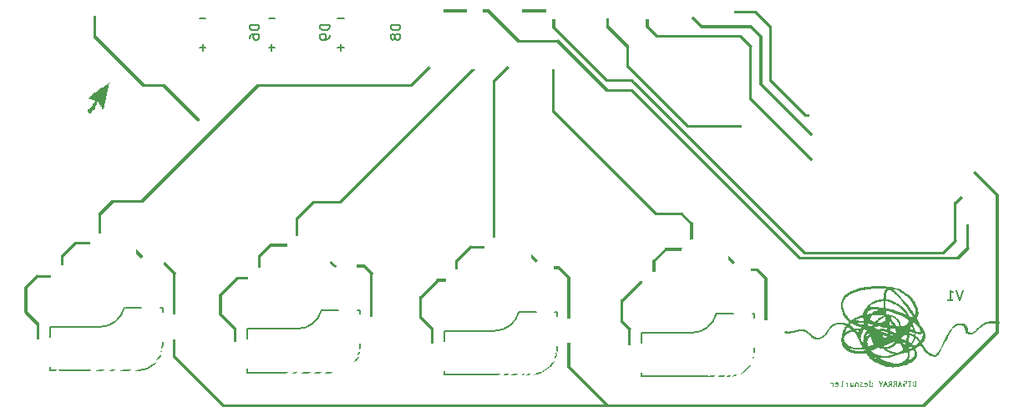
<source format=gbo>
%TF.GenerationSoftware,KiCad,Pcbnew,9.0.4-1.fc42app3*%
%TF.CreationDate,2025-10-31T17:54:04+01:00*%
%TF.ProjectId,ccc_macropad,6363635f-6d61-4637-926f-7061642e6b69,rev?*%
%TF.SameCoordinates,Original*%
%TF.FileFunction,Legend,Bot*%
%TF.FilePolarity,Positive*%
%FSLAX46Y46*%
G04 Gerber Fmt 4.6, Leading zero omitted, Abs format (unit mm)*
G04 Created by KiCad (PCBNEW 9.0.4-1.fc42app3) date 2025-10-31 17:54:04*
%MOMM*%
%LPD*%
G01*
G04 APERTURE LIST*
%ADD10C,0.000000*%
%ADD11C,0.152400*%
%ADD12C,0.150000*%
G04 APERTURE END LIST*
D10*
G36*
X185994276Y-39814087D02*
G01*
X186000888Y-39814707D01*
X186007501Y-39815740D01*
X186014114Y-39817187D01*
X186020727Y-39819047D01*
X186027340Y-39821320D01*
X186033954Y-39824006D01*
X186040567Y-39827106D01*
X186047180Y-39830619D01*
X186053793Y-39834546D01*
X186060406Y-39838886D01*
X186067019Y-39843639D01*
X186073633Y-39848805D01*
X186080246Y-39854385D01*
X186086860Y-39860378D01*
X186093473Y-39866784D01*
X187574767Y-41383349D01*
X187581173Y-41389962D01*
X187587166Y-41396575D01*
X187592746Y-41403188D01*
X187597912Y-41409801D01*
X187602665Y-41416414D01*
X187607005Y-41423027D01*
X187610932Y-41429640D01*
X187614445Y-41436252D01*
X187617545Y-41442865D01*
X187620231Y-41449478D01*
X187622504Y-41456091D01*
X187624364Y-41462704D01*
X187625811Y-41469317D01*
X187626844Y-41475930D01*
X187627464Y-41482543D01*
X187627671Y-41489156D01*
X187627464Y-41495769D01*
X187626844Y-41502382D01*
X187625811Y-41508995D01*
X187624364Y-41515608D01*
X187622504Y-41522221D01*
X187620231Y-41528833D01*
X187617545Y-41535446D01*
X187614445Y-41542059D01*
X187610932Y-41548672D01*
X187607005Y-41555285D01*
X187602665Y-41561898D01*
X187597912Y-41568511D01*
X187592746Y-41575124D01*
X187587166Y-41581737D01*
X187581173Y-41588350D01*
X187574767Y-41594963D01*
X187563194Y-41600474D01*
X187550588Y-41606122D01*
X187535088Y-41612597D01*
X187526641Y-41615886D01*
X187517936Y-41619072D01*
X187509127Y-41622052D01*
X187500370Y-41624721D01*
X187491820Y-41626977D01*
X187483631Y-41628716D01*
X187479720Y-41629360D01*
X187475959Y-41629836D01*
X187472365Y-41630130D01*
X187468958Y-41630232D01*
X187455732Y-41630163D01*
X187449119Y-41629999D01*
X187442507Y-41629681D01*
X187435894Y-41629155D01*
X187429281Y-41628372D01*
X187422669Y-41627278D01*
X187416056Y-41625823D01*
X187409443Y-41623955D01*
X187402830Y-41621621D01*
X187396217Y-41618771D01*
X187389604Y-41615353D01*
X187382991Y-41611314D01*
X187379684Y-41609046D01*
X187376377Y-41606604D01*
X187373070Y-41603981D01*
X187369763Y-41601171D01*
X187366457Y-41598167D01*
X187363150Y-41594963D01*
X187363150Y-41559694D01*
X185881856Y-40078398D01*
X185875450Y-40071785D01*
X185869457Y-40065172D01*
X185863877Y-40058559D01*
X185858710Y-40051946D01*
X185853957Y-40045333D01*
X185849617Y-40038720D01*
X185845691Y-40032107D01*
X185842178Y-40025494D01*
X185839078Y-40018881D01*
X185836391Y-40012268D01*
X185834118Y-40005655D01*
X185832258Y-39999042D01*
X185830812Y-39992429D01*
X185829778Y-39985817D01*
X185829158Y-39979204D01*
X185828952Y-39972591D01*
X185829158Y-39965978D01*
X185829778Y-39959365D01*
X185830812Y-39952752D01*
X185832258Y-39946139D01*
X185834118Y-39939526D01*
X185836391Y-39932913D01*
X185839078Y-39926300D01*
X185842178Y-39919687D01*
X185845691Y-39913074D01*
X185849617Y-39906461D01*
X185853957Y-39899848D01*
X185858710Y-39893236D01*
X185863877Y-39886623D01*
X185869457Y-39880010D01*
X185875450Y-39873397D01*
X185881856Y-39866784D01*
X185888469Y-39860378D01*
X185895082Y-39854385D01*
X185901695Y-39848805D01*
X185908308Y-39843639D01*
X185914921Y-39838886D01*
X185921534Y-39834546D01*
X185928147Y-39830619D01*
X185934760Y-39827106D01*
X185941372Y-39824006D01*
X185947985Y-39821320D01*
X185954598Y-39819047D01*
X185961211Y-39817187D01*
X185967824Y-39815740D01*
X185974437Y-39814707D01*
X185981050Y-39814087D01*
X185987663Y-39813880D01*
X185994276Y-39814087D01*
G37*
G36*
X207473064Y-63796980D02*
G01*
X207479677Y-63797600D01*
X207486290Y-63798633D01*
X207492902Y-63800079D01*
X207499515Y-63801939D01*
X207506129Y-63804212D01*
X207512742Y-63806899D01*
X207519355Y-63809999D01*
X207525968Y-63813512D01*
X207532581Y-63817438D01*
X207539195Y-63821778D01*
X207545808Y-63826531D01*
X207552422Y-63831697D01*
X207559036Y-63837276D01*
X207565649Y-63843269D01*
X207572263Y-63849675D01*
X207578670Y-63856288D01*
X207584663Y-63862901D01*
X207590243Y-63869514D01*
X207595409Y-63876127D01*
X207600162Y-63882739D01*
X207604502Y-63889352D01*
X207608428Y-63895965D01*
X207611942Y-63902578D01*
X207615041Y-63909191D01*
X207617728Y-63915804D01*
X207620001Y-63922417D01*
X207621861Y-63929030D01*
X207623308Y-63935643D01*
X207624341Y-63942255D01*
X207624961Y-63948868D01*
X207625168Y-63955481D01*
X207624961Y-63962094D01*
X207624341Y-63968707D01*
X207623308Y-63975320D01*
X207621861Y-63981933D01*
X207620001Y-63988546D01*
X207617728Y-63995159D01*
X207615041Y-64001772D01*
X207611942Y-64008384D01*
X207608428Y-64014997D01*
X207604502Y-64021610D01*
X207600162Y-64028223D01*
X207595409Y-64034836D01*
X207590243Y-64041449D01*
X207584663Y-64048062D01*
X207578670Y-64054674D01*
X207572263Y-64061287D01*
X206584727Y-65048821D01*
X206573155Y-65054331D01*
X206560549Y-65059979D01*
X206545051Y-65066454D01*
X206536604Y-65069743D01*
X206527899Y-65072929D01*
X206519091Y-65075908D01*
X206510335Y-65078577D01*
X206501786Y-65080833D01*
X206493598Y-65082572D01*
X206489689Y-65083216D01*
X206485928Y-65083691D01*
X206482335Y-65083986D01*
X206478929Y-65084087D01*
X206465706Y-65084019D01*
X206459094Y-65083855D01*
X206452481Y-65083536D01*
X206445869Y-65083011D01*
X206439256Y-65082228D01*
X206432643Y-65081134D01*
X206426030Y-65079679D01*
X206419417Y-65077811D01*
X206412804Y-65075477D01*
X206406191Y-65072627D01*
X206399579Y-65069209D01*
X206392966Y-65065171D01*
X206389660Y-65062903D01*
X206386354Y-65060461D01*
X206383048Y-65057839D01*
X206379742Y-65055028D01*
X206376436Y-65052025D01*
X206373131Y-65048821D01*
X206373121Y-65048821D01*
X206366713Y-65042208D01*
X206360719Y-65035595D01*
X206355139Y-65028982D01*
X206349972Y-65022369D01*
X206345218Y-65015756D01*
X206340877Y-65009143D01*
X206336950Y-65002530D01*
X206333437Y-64995917D01*
X206330336Y-64989304D01*
X206327650Y-64982691D01*
X206325376Y-64976078D01*
X206323516Y-64969465D01*
X206322069Y-64962852D01*
X206321036Y-64956239D01*
X206320415Y-64949626D01*
X206320209Y-64943013D01*
X206320415Y-64936400D01*
X206321036Y-64929787D01*
X206322069Y-64923174D01*
X206323516Y-64916561D01*
X206325376Y-64909948D01*
X206327650Y-64903335D01*
X206330336Y-64896722D01*
X206333437Y-64890109D01*
X206336950Y-64883496D01*
X206340877Y-64876883D01*
X206345218Y-64870270D01*
X206349972Y-64863657D01*
X206355139Y-64857045D01*
X206360719Y-64850432D01*
X206366713Y-64843819D01*
X206373121Y-64837206D01*
X207360646Y-63849675D01*
X207367259Y-63843269D01*
X207373872Y-63837276D01*
X207380485Y-63831697D01*
X207387098Y-63826531D01*
X207393711Y-63821778D01*
X207400324Y-63817438D01*
X207406936Y-63813512D01*
X207413549Y-63809999D01*
X207420162Y-63806899D01*
X207426775Y-63804212D01*
X207433387Y-63801939D01*
X207440000Y-63800079D01*
X207446613Y-63798633D01*
X207453225Y-63797600D01*
X207459838Y-63796980D01*
X207466451Y-63796773D01*
X207473064Y-63796980D01*
G37*
G36*
X167019574Y-75823694D02*
G01*
X167026187Y-75824314D01*
X167032800Y-75825348D01*
X167039413Y-75826794D01*
X167046026Y-75828654D01*
X167052639Y-75830927D01*
X167059252Y-75833614D01*
X167065865Y-75836714D01*
X167072478Y-75840227D01*
X167079091Y-75844153D01*
X167085705Y-75848493D01*
X167092318Y-75853246D01*
X167098931Y-75858413D01*
X167105545Y-75863993D01*
X167112158Y-75869986D01*
X167118771Y-75876392D01*
X171068895Y-79826513D01*
X171075301Y-79833125D01*
X171081294Y-79839738D01*
X171086874Y-79846351D01*
X171092040Y-79852964D01*
X171096793Y-79859577D01*
X171101133Y-79866190D01*
X171105060Y-79872803D01*
X171108573Y-79879416D01*
X171111673Y-79886029D01*
X171114359Y-79892642D01*
X171116632Y-79899255D01*
X171118492Y-79905868D01*
X171119939Y-79912481D01*
X171120972Y-79919094D01*
X171121592Y-79925707D01*
X171121799Y-79932320D01*
X171121592Y-79938933D01*
X171120972Y-79945546D01*
X171119939Y-79952159D01*
X171118492Y-79958772D01*
X171116632Y-79965385D01*
X171114359Y-79971998D01*
X171111673Y-79978611D01*
X171108573Y-79985224D01*
X171105060Y-79991837D01*
X171101133Y-79998450D01*
X171096793Y-80005063D01*
X171092040Y-80011676D01*
X171086874Y-80018288D01*
X171081294Y-80024901D01*
X171075301Y-80031514D01*
X171068895Y-80038127D01*
X171062485Y-80044434D01*
X171056469Y-80050147D01*
X171050828Y-80055292D01*
X171045542Y-80059894D01*
X171040592Y-80063980D01*
X171035959Y-80067574D01*
X171031622Y-80070704D01*
X171027563Y-80073395D01*
X171023763Y-80075672D01*
X171020201Y-80077562D01*
X171016859Y-80079091D01*
X171013717Y-80080283D01*
X171010756Y-80081166D01*
X171007956Y-80081764D01*
X171005299Y-80082104D01*
X171002764Y-80082212D01*
X171000333Y-80082113D01*
X170997985Y-80081833D01*
X170993465Y-80080834D01*
X170989047Y-80079422D01*
X170984578Y-80077803D01*
X170979903Y-80076184D01*
X170974865Y-80074772D01*
X170972163Y-80074208D01*
X170969312Y-80073773D01*
X170966292Y-80073493D01*
X170963086Y-80073394D01*
X170949860Y-80073325D01*
X170943247Y-80073161D01*
X170936634Y-80072843D01*
X170930021Y-80072318D01*
X170923408Y-80071534D01*
X170916795Y-80070441D01*
X170910182Y-80068986D01*
X170903569Y-80067117D01*
X170896956Y-80064784D01*
X170890343Y-80061934D01*
X170883730Y-80058516D01*
X170877117Y-80054478D01*
X170873810Y-80052210D01*
X170870504Y-80049768D01*
X170867197Y-80047145D01*
X170863891Y-80044335D01*
X170860584Y-80041331D01*
X170857278Y-80038127D01*
X166907154Y-76088004D01*
X166900749Y-76081391D01*
X166894756Y-76074778D01*
X166889177Y-76068165D01*
X166884011Y-76061553D01*
X166879258Y-76054940D01*
X166874918Y-76048327D01*
X166870992Y-76041714D01*
X166867479Y-76035101D01*
X166864379Y-76028488D01*
X166861693Y-76021875D01*
X166859420Y-76015262D01*
X166857560Y-76008650D01*
X166856114Y-76002037D01*
X166855081Y-75995424D01*
X166854461Y-75988811D01*
X166854254Y-75982198D01*
X166854461Y-75975585D01*
X166855081Y-75968972D01*
X166856114Y-75962359D01*
X166857560Y-75955746D01*
X166859420Y-75949133D01*
X166861693Y-75942521D01*
X166864379Y-75935908D01*
X166867479Y-75929295D01*
X166870992Y-75922682D01*
X166874918Y-75916069D01*
X166879258Y-75909456D01*
X166884011Y-75902843D01*
X166889177Y-75896230D01*
X166894756Y-75889618D01*
X166900749Y-75883005D01*
X166907154Y-75876392D01*
X166913767Y-75869986D01*
X166920380Y-75863993D01*
X166926993Y-75858413D01*
X166933606Y-75853246D01*
X166940219Y-75848493D01*
X166946832Y-75844153D01*
X166953445Y-75840227D01*
X166960058Y-75836714D01*
X166966671Y-75833614D01*
X166973284Y-75830927D01*
X166979897Y-75828654D01*
X166986509Y-75826794D01*
X166993122Y-75825348D01*
X166999735Y-75824314D01*
X167006348Y-75823694D01*
X167012961Y-75823488D01*
X167019574Y-75823694D01*
G37*
G36*
X120746704Y-59035670D02*
G01*
X120753316Y-59036290D01*
X120759929Y-59037323D01*
X120766542Y-59038770D01*
X120773155Y-59040629D01*
X120779768Y-59042903D01*
X120786381Y-59045589D01*
X120792994Y-59048689D01*
X120799607Y-59052202D01*
X120806220Y-59056128D01*
X120812833Y-59060468D01*
X120819446Y-59065221D01*
X120826059Y-59070388D01*
X120832672Y-59075967D01*
X120839285Y-59081960D01*
X120845898Y-59088366D01*
X120852304Y-59094979D01*
X120858297Y-59101592D01*
X120863877Y-59108205D01*
X120869043Y-59114818D01*
X120873796Y-59121431D01*
X120878136Y-59128044D01*
X120882062Y-59134657D01*
X120885575Y-59141270D01*
X120888675Y-59147883D01*
X120891362Y-59154496D01*
X120893635Y-59161109D01*
X120895495Y-59167722D01*
X120896941Y-59174335D01*
X120897974Y-59180948D01*
X120898594Y-59187561D01*
X120898801Y-59194174D01*
X120898594Y-59200787D01*
X120897974Y-59207400D01*
X120896941Y-59214013D01*
X120895495Y-59220626D01*
X120893635Y-59227238D01*
X120891362Y-59233851D01*
X120888675Y-59240464D01*
X120885575Y-59247077D01*
X120882062Y-59253690D01*
X120878136Y-59260303D01*
X120873796Y-59266916D01*
X120869043Y-59273528D01*
X120863877Y-59280141D01*
X120858297Y-59286754D01*
X120852304Y-59293367D01*
X120845898Y-59299980D01*
X119576215Y-60569663D01*
X119564642Y-60575173D01*
X119552036Y-60580822D01*
X119536537Y-60587297D01*
X119528090Y-60590586D01*
X119519385Y-60593772D01*
X119510576Y-60596751D01*
X119501820Y-60599420D01*
X119493269Y-60601676D01*
X119485081Y-60603415D01*
X119481170Y-60604059D01*
X119477409Y-60604535D01*
X119473815Y-60604830D01*
X119470408Y-60604931D01*
X119457182Y-60604862D01*
X119450569Y-60604698D01*
X119443956Y-60604380D01*
X119437343Y-60603855D01*
X119430730Y-60603071D01*
X119424117Y-60601977D01*
X119417504Y-60600522D01*
X119410891Y-60598654D01*
X119404278Y-60596320D01*
X119397666Y-60593470D01*
X119391053Y-60590052D01*
X119384440Y-60586014D01*
X119381133Y-60583746D01*
X119377827Y-60581304D01*
X119374520Y-60578681D01*
X119371214Y-60575871D01*
X119367907Y-60572867D01*
X119364601Y-60569663D01*
X119358195Y-60563050D01*
X119352202Y-60556437D01*
X119346622Y-60549824D01*
X119341456Y-60543211D01*
X119336703Y-60536598D01*
X119332363Y-60529985D01*
X119328437Y-60523372D01*
X119324923Y-60516759D01*
X119321824Y-60510146D01*
X119319137Y-60503533D01*
X119316864Y-60496920D01*
X119315004Y-60490307D01*
X119313558Y-60483694D01*
X119312524Y-60477081D01*
X119311904Y-60470468D01*
X119311698Y-60463855D01*
X119311904Y-60457242D01*
X119312524Y-60450629D01*
X119313558Y-60444016D01*
X119315004Y-60437403D01*
X119316864Y-60430791D01*
X119319137Y-60424178D01*
X119321824Y-60417565D01*
X119324923Y-60410952D01*
X119328437Y-60404339D01*
X119332363Y-60397726D01*
X119336703Y-60391113D01*
X119341456Y-60384501D01*
X119346622Y-60377888D01*
X119352202Y-60371275D01*
X119358195Y-60364662D01*
X119364601Y-60358049D01*
X120634284Y-59088366D01*
X120640897Y-59081960D01*
X120647510Y-59075967D01*
X120654123Y-59070388D01*
X120660736Y-59065221D01*
X120667348Y-59060468D01*
X120673961Y-59056128D01*
X120680574Y-59052202D01*
X120687187Y-59048689D01*
X120693800Y-59045589D01*
X120700413Y-59042903D01*
X120707026Y-59040629D01*
X120713639Y-59038770D01*
X120720252Y-59037323D01*
X120726865Y-59036290D01*
X120733478Y-59035670D01*
X120740091Y-59035463D01*
X120746704Y-59035670D01*
G37*
G36*
X175660464Y-65119561D02*
G01*
X175667062Y-65120166D01*
X175673634Y-65121159D01*
X175680167Y-65122526D01*
X175686649Y-65124254D01*
X175693066Y-65126331D01*
X175699406Y-65128745D01*
X175705655Y-65131480D01*
X175711800Y-65134526D01*
X175717830Y-65137869D01*
X175723730Y-65141497D01*
X175729488Y-65145395D01*
X175735091Y-65149552D01*
X175740527Y-65153954D01*
X175745781Y-65158588D01*
X175750842Y-65163443D01*
X175755696Y-65168503D01*
X175760330Y-65173758D01*
X175764732Y-65179193D01*
X175768889Y-65184797D01*
X175772787Y-65190555D01*
X175776414Y-65196455D01*
X175779757Y-65202485D01*
X175782803Y-65208631D01*
X175785539Y-65214880D01*
X175787952Y-65221219D01*
X175790029Y-65227637D01*
X175791758Y-65234118D01*
X175793125Y-65240652D01*
X175794117Y-65247224D01*
X175794722Y-65253822D01*
X175794926Y-65260432D01*
X175794926Y-67411839D01*
X175794722Y-67418450D01*
X175794117Y-67425047D01*
X175793125Y-67431619D01*
X175791758Y-67438152D01*
X175790029Y-67444634D01*
X175787952Y-67451051D01*
X175785539Y-67457390D01*
X175782803Y-67463640D01*
X175779757Y-67469785D01*
X175776414Y-67475815D01*
X175772787Y-67481715D01*
X175768889Y-67487474D01*
X175764732Y-67493077D01*
X175760330Y-67498512D01*
X175755696Y-67503767D01*
X175750842Y-67508828D01*
X175745781Y-67513682D01*
X175740527Y-67518317D01*
X175735091Y-67522719D01*
X175729488Y-67526876D01*
X175723730Y-67530774D01*
X175717830Y-67534401D01*
X175711800Y-67537745D01*
X175705655Y-67540791D01*
X175699406Y-67543527D01*
X175693066Y-67545940D01*
X175686649Y-67548017D01*
X175680167Y-67549746D01*
X175673634Y-67551113D01*
X175667062Y-67552105D01*
X175660464Y-67552710D01*
X175653853Y-67552914D01*
X175647242Y-67552710D01*
X175640645Y-67552105D01*
X175634072Y-67551113D01*
X175627539Y-67549746D01*
X175621058Y-67548017D01*
X175614641Y-67545940D01*
X175608301Y-67543527D01*
X175602052Y-67540791D01*
X175595906Y-67537745D01*
X175589877Y-67534402D01*
X175583977Y-67530775D01*
X175578218Y-67526876D01*
X175572615Y-67522720D01*
X175567180Y-67518318D01*
X175561925Y-67513683D01*
X175556865Y-67508829D01*
X175552011Y-67503768D01*
X175547376Y-67498513D01*
X175542974Y-67493078D01*
X175538818Y-67487475D01*
X175534919Y-67481716D01*
X175531292Y-67475816D01*
X175527949Y-67469786D01*
X175524904Y-67463641D01*
X175522168Y-67457391D01*
X175519755Y-67451052D01*
X175517677Y-67444635D01*
X175515949Y-67438153D01*
X175514582Y-67431620D01*
X175513590Y-67425048D01*
X175512985Y-67418450D01*
X175512780Y-67411839D01*
X175512780Y-65260432D01*
X175512985Y-65253822D01*
X175513590Y-65247224D01*
X175514582Y-65240652D01*
X175515949Y-65234119D01*
X175517677Y-65227637D01*
X175519755Y-65221220D01*
X175522168Y-65214881D01*
X175524904Y-65208632D01*
X175527949Y-65202486D01*
X175531292Y-65196457D01*
X175534919Y-65190556D01*
X175538818Y-65184798D01*
X175542974Y-65179194D01*
X175547376Y-65173759D01*
X175552011Y-65168504D01*
X175556865Y-65163444D01*
X175561925Y-65158589D01*
X175567180Y-65153955D01*
X175572615Y-65149552D01*
X175578218Y-65145396D01*
X175583977Y-65141497D01*
X175589877Y-65137870D01*
X175595906Y-65134527D01*
X175602052Y-65131481D01*
X175608301Y-65128745D01*
X175614641Y-65126332D01*
X175621058Y-65124254D01*
X175627539Y-65122526D01*
X175634072Y-65121159D01*
X175640645Y-65120166D01*
X175647242Y-65119561D01*
X175653853Y-65119357D01*
X175660464Y-65119561D01*
G37*
G36*
X172415726Y-71238730D02*
G01*
X172422339Y-71239350D01*
X172428952Y-71240383D01*
X172435565Y-71241830D01*
X172442178Y-71243689D01*
X172448791Y-71245963D01*
X172455404Y-71248649D01*
X172462017Y-71251749D01*
X172468630Y-71255262D01*
X172475244Y-71259188D01*
X172481857Y-71263528D01*
X172488470Y-71268281D01*
X172495083Y-71273447D01*
X172501697Y-71279027D01*
X172508310Y-71285019D01*
X172514924Y-71291426D01*
X173290837Y-72067342D01*
X173297244Y-72073955D01*
X173303237Y-72080567D01*
X173308817Y-72087180D01*
X173313983Y-72093793D01*
X173318736Y-72100406D01*
X173323076Y-72107019D01*
X173327002Y-72113632D01*
X173330516Y-72120245D01*
X173333616Y-72126858D01*
X173336302Y-72133471D01*
X173338575Y-72140084D01*
X173340435Y-72146697D01*
X173341882Y-72153310D01*
X173342915Y-72159923D01*
X173343535Y-72166536D01*
X173343742Y-72173149D01*
X173343535Y-72179762D01*
X173342915Y-72186375D01*
X173341882Y-72192988D01*
X173340435Y-72199601D01*
X173338575Y-72206214D01*
X173336302Y-72212827D01*
X173333616Y-72219440D01*
X173330516Y-72226053D01*
X173327002Y-72232666D01*
X173323076Y-72239279D01*
X173318736Y-72245892D01*
X173313983Y-72252505D01*
X173308817Y-72259118D01*
X173303237Y-72265731D01*
X173297244Y-72272343D01*
X173290837Y-72278956D01*
X173284428Y-72285263D01*
X173278413Y-72290976D01*
X173272772Y-72296121D01*
X173267487Y-72300723D01*
X173262537Y-72304809D01*
X173257904Y-72308404D01*
X173253568Y-72311534D01*
X173249509Y-72314224D01*
X173245709Y-72316502D01*
X173242147Y-72318392D01*
X173238805Y-72319920D01*
X173235664Y-72321112D01*
X173232703Y-72321995D01*
X173229904Y-72322593D01*
X173227246Y-72322933D01*
X173224712Y-72323041D01*
X173222280Y-72322942D01*
X173219933Y-72322662D01*
X173215412Y-72321663D01*
X173210995Y-72320251D01*
X173206526Y-72318632D01*
X173201851Y-72317013D01*
X173196814Y-72315601D01*
X173194111Y-72315037D01*
X173191260Y-72314602D01*
X173188240Y-72314322D01*
X173185034Y-72314223D01*
X173171807Y-72314154D01*
X173165193Y-72313991D01*
X173158580Y-72313672D01*
X173151967Y-72313147D01*
X173145354Y-72312363D01*
X173138741Y-72311270D01*
X173132128Y-72309815D01*
X173125515Y-72307947D01*
X173118902Y-72305613D01*
X173112290Y-72302763D01*
X173105677Y-72299345D01*
X173099064Y-72295307D01*
X173095758Y-72293039D01*
X173092451Y-72290597D01*
X173089145Y-72287974D01*
X173085839Y-72285164D01*
X173082532Y-72282160D01*
X173079226Y-72278956D01*
X172303307Y-71503040D01*
X172296901Y-71496427D01*
X172290908Y-71489814D01*
X172285329Y-71483202D01*
X172280163Y-71476589D01*
X172275410Y-71469976D01*
X172271070Y-71463363D01*
X172267144Y-71456750D01*
X172263631Y-71450137D01*
X172260532Y-71443524D01*
X172257845Y-71436911D01*
X172255572Y-71430298D01*
X172253713Y-71423686D01*
X172252266Y-71417073D01*
X172251233Y-71410460D01*
X172250613Y-71403847D01*
X172250406Y-71397234D01*
X172250613Y-71390621D01*
X172251233Y-71384008D01*
X172252266Y-71377395D01*
X172253713Y-71370782D01*
X172255572Y-71364169D01*
X172257845Y-71357556D01*
X172260532Y-71350943D01*
X172263631Y-71344330D01*
X172267144Y-71337717D01*
X172271070Y-71331104D01*
X172275410Y-71324491D01*
X172280163Y-71317878D01*
X172285329Y-71311265D01*
X172290908Y-71304652D01*
X172296901Y-71298039D01*
X172303307Y-71291426D01*
X172309920Y-71285019D01*
X172316533Y-71279027D01*
X172323146Y-71273447D01*
X172329759Y-71268281D01*
X172336372Y-71263528D01*
X172342984Y-71259188D01*
X172349597Y-71255262D01*
X172356210Y-71251749D01*
X172362823Y-71248649D01*
X172369436Y-71245963D01*
X172376049Y-71243689D01*
X172382662Y-71241830D01*
X172389275Y-71240383D01*
X172395887Y-71239350D01*
X172402500Y-71238730D01*
X172409113Y-71238523D01*
X172415726Y-71238730D01*
G37*
G36*
X135700737Y-66847742D02*
G01*
X135707335Y-66848346D01*
X135713907Y-66849339D01*
X135720440Y-66850706D01*
X135726922Y-66852434D01*
X135733339Y-66854512D01*
X135739678Y-66856925D01*
X135745927Y-66859661D01*
X135752073Y-66862707D01*
X135758103Y-66866050D01*
X135764003Y-66869677D01*
X135769761Y-66873575D01*
X135775365Y-66877732D01*
X135780800Y-66882134D01*
X135786055Y-66886769D01*
X135791116Y-66891623D01*
X135795970Y-66896684D01*
X135800605Y-66901938D01*
X135805007Y-66907374D01*
X135809164Y-66912977D01*
X135813062Y-66918735D01*
X135816689Y-66924636D01*
X135820032Y-66930665D01*
X135823078Y-66936811D01*
X135825814Y-66943060D01*
X135828228Y-66949400D01*
X135830305Y-66955817D01*
X135832034Y-66962298D01*
X135833401Y-66968832D01*
X135834393Y-66975404D01*
X135834998Y-66982002D01*
X135835202Y-66988613D01*
X135834998Y-66995223D01*
X135834393Y-67001821D01*
X135833401Y-67008393D01*
X135832034Y-67014927D01*
X135830305Y-67021408D01*
X135828228Y-67027826D01*
X135825815Y-67034165D01*
X135823079Y-67040414D01*
X135820033Y-67046560D01*
X135816690Y-67052590D01*
X135813063Y-67058490D01*
X135809164Y-67064248D01*
X135805008Y-67069852D01*
X135800605Y-67075287D01*
X135795971Y-67080542D01*
X135791117Y-67085602D01*
X135786056Y-67090457D01*
X135780801Y-67095091D01*
X135775366Y-67099493D01*
X135769763Y-67103650D01*
X135764004Y-67107548D01*
X135758104Y-67111176D01*
X135752074Y-67114519D01*
X135745929Y-67117565D01*
X135739679Y-67120300D01*
X135733340Y-67122714D01*
X135726923Y-67124791D01*
X135720441Y-67126519D01*
X135713908Y-67127886D01*
X135707336Y-67128879D01*
X135700738Y-67129484D01*
X135694127Y-67129688D01*
X133436914Y-67129688D01*
X133430304Y-67129484D01*
X133423706Y-67128879D01*
X133417133Y-67127886D01*
X133410600Y-67126519D01*
X133404118Y-67124791D01*
X133397701Y-67122714D01*
X133391362Y-67120300D01*
X133385112Y-67117565D01*
X133378966Y-67114519D01*
X133372937Y-67111176D01*
X133367036Y-67107548D01*
X133361278Y-67103650D01*
X133355674Y-67099493D01*
X133350239Y-67095091D01*
X133344984Y-67090457D01*
X133339923Y-67085602D01*
X133335069Y-67080542D01*
X133330434Y-67075287D01*
X133326032Y-67069852D01*
X133321875Y-67064248D01*
X133317977Y-67058490D01*
X133314349Y-67052590D01*
X133311006Y-67046560D01*
X133307960Y-67040414D01*
X133305224Y-67034165D01*
X133302811Y-67027826D01*
X133300734Y-67021408D01*
X133299005Y-67014927D01*
X133297638Y-67008393D01*
X133296646Y-67001821D01*
X133296041Y-66995223D01*
X133295836Y-66988613D01*
X133295839Y-66988613D01*
X133296043Y-66982002D01*
X133296648Y-66975404D01*
X133297641Y-66968832D01*
X133299008Y-66962299D01*
X133300736Y-66955817D01*
X133302813Y-66949401D01*
X133305226Y-66943061D01*
X133307962Y-66936812D01*
X133311008Y-66930666D01*
X133314351Y-66924637D01*
X133317979Y-66918736D01*
X133321877Y-66912978D01*
X133326034Y-66907375D01*
X133330436Y-66901939D01*
X133335070Y-66896685D01*
X133339925Y-66891624D01*
X133344985Y-66886769D01*
X133350240Y-66882135D01*
X133355675Y-66877733D01*
X133361279Y-66873576D01*
X133367037Y-66869677D01*
X133372937Y-66866050D01*
X133378967Y-66862707D01*
X133385113Y-66859661D01*
X133391362Y-66856925D01*
X133397701Y-66854512D01*
X133404118Y-66852434D01*
X133410600Y-66850706D01*
X133417133Y-66849339D01*
X133423706Y-66848347D01*
X133430304Y-66847742D01*
X133436914Y-66847537D01*
X135694127Y-66847537D01*
X135700737Y-66847742D01*
G37*
G36*
X185465233Y-46814973D02*
G01*
X185471831Y-46815578D01*
X185478403Y-46816570D01*
X185484936Y-46817937D01*
X185491418Y-46819666D01*
X185497835Y-46821743D01*
X185504175Y-46824156D01*
X185510424Y-46826892D01*
X185516570Y-46829938D01*
X185522600Y-46833281D01*
X185528500Y-46836908D01*
X185534259Y-46840807D01*
X185539862Y-46844964D01*
X185545297Y-46849366D01*
X185550552Y-46854000D01*
X185555613Y-46858855D01*
X185560467Y-46863916D01*
X185565102Y-46869170D01*
X185569504Y-46874606D01*
X185573661Y-46880209D01*
X185577560Y-46885967D01*
X185581187Y-46891868D01*
X185584530Y-46897897D01*
X185587576Y-46904043D01*
X185590312Y-46910292D01*
X185592725Y-46916632D01*
X185594803Y-46923049D01*
X185596531Y-46929530D01*
X185597898Y-46936063D01*
X185598891Y-46942635D01*
X185599495Y-46949233D01*
X185599700Y-46955844D01*
X185599700Y-48825099D01*
X185599495Y-48831709D01*
X185598891Y-48838307D01*
X185597898Y-48844879D01*
X185596531Y-48851413D01*
X185594803Y-48857894D01*
X185592725Y-48864311D01*
X185590312Y-48870651D01*
X185587576Y-48876900D01*
X185584530Y-48883046D01*
X185581187Y-48889075D01*
X185577560Y-48894976D01*
X185573661Y-48900734D01*
X185569504Y-48906337D01*
X185565102Y-48911773D01*
X185560467Y-48917027D01*
X185555613Y-48922088D01*
X185550552Y-48926942D01*
X185545297Y-48931577D01*
X185539862Y-48935979D01*
X185534259Y-48940136D01*
X185528500Y-48944034D01*
X185522600Y-48947661D01*
X185516570Y-48951005D01*
X185510424Y-48954051D01*
X185504175Y-48956787D01*
X185497835Y-48959200D01*
X185491418Y-48961277D01*
X185484936Y-48963005D01*
X185478403Y-48964372D01*
X185471831Y-48965365D01*
X185465233Y-48965970D01*
X185458622Y-48966174D01*
X185452012Y-48965970D01*
X185445414Y-48965365D01*
X185438842Y-48964372D01*
X185432309Y-48963005D01*
X185425828Y-48961277D01*
X185419411Y-48959200D01*
X185413072Y-48956786D01*
X185406823Y-48954050D01*
X185400677Y-48951004D01*
X185394648Y-48947661D01*
X185388748Y-48944034D01*
X185382989Y-48940136D01*
X185377386Y-48935979D01*
X185371951Y-48931577D01*
X185366696Y-48926942D01*
X185361635Y-48922088D01*
X185356781Y-48917027D01*
X185352147Y-48911772D01*
X185347744Y-48906337D01*
X185343588Y-48900734D01*
X185339689Y-48894975D01*
X185336062Y-48889075D01*
X185332719Y-48883045D01*
X185329673Y-48876900D01*
X185326937Y-48870650D01*
X185324524Y-48864311D01*
X185322446Y-48857894D01*
X185320718Y-48851412D01*
X185319351Y-48844879D01*
X185318358Y-48838307D01*
X185317754Y-48831709D01*
X185317549Y-48825099D01*
X185317549Y-46955844D01*
X185317754Y-46949233D01*
X185318358Y-46942635D01*
X185319351Y-46936063D01*
X185320718Y-46929530D01*
X185322446Y-46923048D01*
X185324524Y-46916631D01*
X185326937Y-46910292D01*
X185329673Y-46904043D01*
X185332719Y-46897897D01*
X185336062Y-46891867D01*
X185339689Y-46885967D01*
X185343588Y-46880209D01*
X185347744Y-46874605D01*
X185352147Y-46869170D01*
X185356781Y-46863915D01*
X185361635Y-46858854D01*
X185366696Y-46854000D01*
X185371951Y-46849366D01*
X185377386Y-46844963D01*
X185382989Y-46840807D01*
X185388748Y-46836908D01*
X185394648Y-46833281D01*
X185400677Y-46829938D01*
X185406823Y-46826892D01*
X185413072Y-46824156D01*
X185419411Y-46821743D01*
X185425828Y-46819666D01*
X185432309Y-46817937D01*
X185438842Y-46816570D01*
X185445414Y-46815578D01*
X185452012Y-46814973D01*
X185458622Y-46814768D01*
X185465233Y-46814973D01*
G37*
G36*
X196176256Y-77573570D02*
G01*
X196195853Y-77575274D01*
X196215658Y-77578116D01*
X196235462Y-77581784D01*
X196255060Y-77585969D01*
X196292809Y-77594648D01*
X196310547Y-77598523D01*
X196327252Y-77601674D01*
X196342717Y-77603792D01*
X196356735Y-77604567D01*
X196356735Y-78063065D01*
X196286196Y-78063065D01*
X196291796Y-78015018D01*
X196295453Y-77970071D01*
X196297288Y-77928224D01*
X196297425Y-77889476D01*
X196295986Y-77853828D01*
X196293094Y-77821280D01*
X196288871Y-77791832D01*
X196283441Y-77765483D01*
X196276926Y-77742235D01*
X196269449Y-77722086D01*
X196261133Y-77705037D01*
X196252099Y-77691088D01*
X196242472Y-77680238D01*
X196232372Y-77672489D01*
X196221925Y-77667839D01*
X196211251Y-77666289D01*
X196200474Y-77667839D01*
X196189716Y-77672489D01*
X196179100Y-77680238D01*
X196168749Y-77691088D01*
X196158786Y-77705037D01*
X196149333Y-77722086D01*
X196140512Y-77742235D01*
X196132447Y-77765483D01*
X196125261Y-77791832D01*
X196119075Y-77821280D01*
X196114013Y-77853828D01*
X196110198Y-77889476D01*
X196107751Y-77928224D01*
X196106797Y-77970071D01*
X196107457Y-78015018D01*
X196109854Y-78063065D01*
X196004045Y-78063065D01*
X196004596Y-77962218D01*
X196005905Y-77901255D01*
X196008454Y-77838225D01*
X196012656Y-77776849D01*
X196015506Y-77747944D01*
X196018924Y-77720846D01*
X196022963Y-77696022D01*
X196027673Y-77673936D01*
X196033106Y-77655054D01*
X196039315Y-77639839D01*
X196074584Y-77604567D01*
X196081399Y-77598361D01*
X196088601Y-77592943D01*
X196096166Y-77588274D01*
X196104065Y-77584315D01*
X196112275Y-77581028D01*
X196120770Y-77578374D01*
X196129522Y-77576314D01*
X196138507Y-77574809D01*
X196147699Y-77573821D01*
X196157071Y-77573311D01*
X196176256Y-77573570D01*
G37*
G36*
X187510836Y-46797340D02*
G01*
X187517449Y-46797960D01*
X187524062Y-46798993D01*
X187530675Y-46800440D01*
X187537288Y-46802300D01*
X187543901Y-46804573D01*
X187550514Y-46807259D01*
X187557127Y-46810359D01*
X187563740Y-46813872D01*
X187570353Y-46817799D01*
X187576966Y-46822138D01*
X187583579Y-46826891D01*
X187590192Y-46832058D01*
X187596805Y-46837637D01*
X187603418Y-46843630D01*
X187610031Y-46850037D01*
X191136930Y-50376933D01*
X191143336Y-50383546D01*
X191149329Y-50390159D01*
X191154908Y-50396771D01*
X191160074Y-50403384D01*
X191164827Y-50409997D01*
X191169166Y-50416610D01*
X191173093Y-50423223D01*
X191176606Y-50429836D01*
X191179705Y-50436449D01*
X191182392Y-50443062D01*
X191184665Y-50449675D01*
X191186524Y-50456288D01*
X191187971Y-50462901D01*
X191189004Y-50469514D01*
X191189624Y-50476127D01*
X191189831Y-50482740D01*
X191189624Y-50489353D01*
X191189004Y-50495966D01*
X191187971Y-50502579D01*
X191186524Y-50509191D01*
X191184665Y-50515804D01*
X191182392Y-50522417D01*
X191179705Y-50529030D01*
X191176606Y-50535643D01*
X191173093Y-50542256D01*
X191169166Y-50548869D01*
X191164827Y-50555482D01*
X191160074Y-50562095D01*
X191154908Y-50568708D01*
X191149329Y-50575321D01*
X191143336Y-50581934D01*
X191136930Y-50588546D01*
X191125357Y-50594057D01*
X191112751Y-50599706D01*
X191097252Y-50606181D01*
X191088805Y-50609470D01*
X191080100Y-50612656D01*
X191071291Y-50615636D01*
X191062534Y-50618305D01*
X191053983Y-50620561D01*
X191045794Y-50622300D01*
X191041884Y-50622944D01*
X191038122Y-50623420D01*
X191034528Y-50623715D01*
X191031122Y-50623816D01*
X191017894Y-50623747D01*
X191011281Y-50623583D01*
X191004667Y-50623265D01*
X190998054Y-50622740D01*
X190991441Y-50621956D01*
X190984828Y-50620862D01*
X190978216Y-50619407D01*
X190971603Y-50617539D01*
X190964990Y-50615205D01*
X190958377Y-50612355D01*
X190951765Y-50608937D01*
X190945152Y-50604898D01*
X190941846Y-50602630D01*
X190938539Y-50600188D01*
X190935233Y-50597565D01*
X190931926Y-50594755D01*
X190928620Y-50591751D01*
X190925313Y-50588546D01*
X187398419Y-47061650D01*
X187392013Y-47055037D01*
X187386020Y-47048425D01*
X187380440Y-47041812D01*
X187375273Y-47035199D01*
X187370520Y-47028586D01*
X187366181Y-47021973D01*
X187362254Y-47015360D01*
X187358741Y-47008747D01*
X187355641Y-47002134D01*
X187352955Y-46995521D01*
X187350681Y-46988908D01*
X187348821Y-46982295D01*
X187347375Y-46975682D01*
X187346341Y-46969070D01*
X187345722Y-46962457D01*
X187345515Y-46955844D01*
X187345722Y-46949231D01*
X187346341Y-46942618D01*
X187347375Y-46936005D01*
X187348821Y-46929392D01*
X187350681Y-46922779D01*
X187352955Y-46916166D01*
X187355641Y-46909553D01*
X187358741Y-46902940D01*
X187362254Y-46896327D01*
X187366181Y-46889714D01*
X187370520Y-46883101D01*
X187375273Y-46876488D01*
X187380440Y-46869875D01*
X187386020Y-46863262D01*
X187392013Y-46856650D01*
X187398419Y-46850037D01*
X187405032Y-46843630D01*
X187411644Y-46837637D01*
X187418257Y-46832058D01*
X187424870Y-46826891D01*
X187431482Y-46822138D01*
X187438095Y-46817799D01*
X187444708Y-46813872D01*
X187451320Y-46810359D01*
X187457933Y-46807259D01*
X187464546Y-46804573D01*
X187471159Y-46802300D01*
X187477772Y-46800440D01*
X187484384Y-46798993D01*
X187490997Y-46797960D01*
X187497610Y-46797340D01*
X187504223Y-46797133D01*
X187510836Y-46797340D01*
G37*
G36*
X185958996Y-39831719D02*
G01*
X185965594Y-39832324D01*
X185972166Y-39833317D01*
X185978699Y-39834684D01*
X185985181Y-39836412D01*
X185991598Y-39838489D01*
X185997938Y-39840903D01*
X186004187Y-39843639D01*
X186010333Y-39846685D01*
X186016362Y-39850028D01*
X186022263Y-39853655D01*
X186028021Y-39857553D01*
X186033625Y-39861710D01*
X186039060Y-39866112D01*
X186044315Y-39870747D01*
X186049376Y-39875601D01*
X186054230Y-39880662D01*
X186058865Y-39885917D01*
X186063267Y-39891352D01*
X186067424Y-39896955D01*
X186071323Y-39902714D01*
X186074950Y-39908614D01*
X186078293Y-39914644D01*
X186081339Y-39920789D01*
X186084075Y-39927039D01*
X186086488Y-39933378D01*
X186088565Y-39939795D01*
X186090294Y-39946277D01*
X186091661Y-39952810D01*
X186092653Y-39959382D01*
X186093258Y-39965980D01*
X186093463Y-39972591D01*
X186093258Y-39979201D01*
X186092653Y-39985799D01*
X186091661Y-39992371D01*
X186090294Y-39998905D01*
X186088565Y-40005386D01*
X186086488Y-40011803D01*
X186084075Y-40018143D01*
X186081339Y-40024392D01*
X186078293Y-40030538D01*
X186074950Y-40036567D01*
X186071323Y-40042468D01*
X186067424Y-40048226D01*
X186063267Y-40053829D01*
X186058865Y-40059265D01*
X186054230Y-40064519D01*
X186049376Y-40069580D01*
X186044315Y-40074435D01*
X186039060Y-40079069D01*
X186033625Y-40083471D01*
X186028021Y-40087628D01*
X186022263Y-40091527D01*
X186016362Y-40095154D01*
X186010333Y-40098497D01*
X186004187Y-40101543D01*
X185997938Y-40104279D01*
X185991598Y-40106692D01*
X185985181Y-40108769D01*
X185978699Y-40110498D01*
X185972166Y-40111865D01*
X185965594Y-40112857D01*
X185958996Y-40113462D01*
X185952385Y-40113667D01*
X183060332Y-40113667D01*
X183053721Y-40113462D01*
X183047124Y-40112857D01*
X183040552Y-40111865D01*
X183034019Y-40110498D01*
X183027537Y-40108769D01*
X183021121Y-40106692D01*
X183014781Y-40104279D01*
X183008532Y-40101543D01*
X183002387Y-40098497D01*
X182996357Y-40095154D01*
X182990457Y-40091527D01*
X182984699Y-40087628D01*
X182979096Y-40083471D01*
X182973660Y-40079069D01*
X182968406Y-40074435D01*
X182963345Y-40069580D01*
X182958491Y-40064519D01*
X182953856Y-40059265D01*
X182949454Y-40053829D01*
X182945297Y-40048226D01*
X182941399Y-40042468D01*
X182937772Y-40036567D01*
X182934428Y-40030538D01*
X182931382Y-40024392D01*
X182928646Y-40018143D01*
X182926233Y-40011803D01*
X182924156Y-40005386D01*
X182922427Y-39998905D01*
X182921060Y-39992371D01*
X182920068Y-39985799D01*
X182919463Y-39979201D01*
X182919259Y-39972591D01*
X182919463Y-39965980D01*
X182920068Y-39959382D01*
X182921060Y-39952810D01*
X182922427Y-39946277D01*
X182924156Y-39939795D01*
X182926233Y-39933378D01*
X182928646Y-39927039D01*
X182931382Y-39920789D01*
X182934428Y-39914644D01*
X182937772Y-39908614D01*
X182941399Y-39902714D01*
X182945297Y-39896955D01*
X182949454Y-39891352D01*
X182953856Y-39885917D01*
X182958491Y-39880662D01*
X182963345Y-39875601D01*
X182968406Y-39870747D01*
X182973660Y-39866112D01*
X182979096Y-39861710D01*
X182984699Y-39857553D01*
X182990457Y-39853655D01*
X182996357Y-39850028D01*
X183002387Y-39846685D01*
X183008532Y-39843639D01*
X183014781Y-39840903D01*
X183021121Y-39838489D01*
X183027537Y-39836412D01*
X183034019Y-39834684D01*
X183040552Y-39833317D01*
X183047124Y-39832324D01*
X183053721Y-39831719D01*
X183060332Y-39831515D01*
X185952385Y-39831515D01*
X185958996Y-39831719D01*
G37*
G36*
X179046286Y-39814087D02*
G01*
X179052899Y-39814707D01*
X179059511Y-39815740D01*
X179066124Y-39817187D01*
X179072737Y-39819047D01*
X179079350Y-39821320D01*
X179085964Y-39824006D01*
X179092577Y-39827106D01*
X179099190Y-39830619D01*
X179105803Y-39834546D01*
X179112416Y-39838886D01*
X179119029Y-39843639D01*
X179125643Y-39848805D01*
X179132256Y-39854385D01*
X179138870Y-39860378D01*
X179145483Y-39866784D01*
X180626777Y-41383349D01*
X180633183Y-41389962D01*
X180639176Y-41396575D01*
X180644756Y-41403188D01*
X180649922Y-41409801D01*
X180654675Y-41416414D01*
X180659015Y-41423027D01*
X180662942Y-41429640D01*
X180666455Y-41436252D01*
X180669555Y-41442865D01*
X180672241Y-41449478D01*
X180674514Y-41456091D01*
X180676374Y-41462704D01*
X180677821Y-41469317D01*
X180678854Y-41475930D01*
X180679474Y-41482543D01*
X180679681Y-41489156D01*
X180679474Y-41495769D01*
X180678854Y-41502382D01*
X180677821Y-41508995D01*
X180676374Y-41515608D01*
X180674514Y-41522221D01*
X180672241Y-41528833D01*
X180669555Y-41535446D01*
X180666455Y-41542059D01*
X180662942Y-41548672D01*
X180659015Y-41555285D01*
X180654675Y-41561898D01*
X180649922Y-41568511D01*
X180644756Y-41575124D01*
X180639176Y-41581737D01*
X180633183Y-41588350D01*
X180626777Y-41594963D01*
X180615205Y-41600474D01*
X180602599Y-41606122D01*
X180587100Y-41612597D01*
X180578653Y-41615886D01*
X180569948Y-41619072D01*
X180561139Y-41622052D01*
X180552382Y-41624721D01*
X180543832Y-41626977D01*
X180535642Y-41628716D01*
X180531732Y-41629360D01*
X180527970Y-41629836D01*
X180524375Y-41630130D01*
X180520968Y-41630232D01*
X180507742Y-41630163D01*
X180501130Y-41629999D01*
X180494517Y-41629681D01*
X180487904Y-41629155D01*
X180481292Y-41628372D01*
X180474679Y-41627278D01*
X180468066Y-41625823D01*
X180461454Y-41623955D01*
X180454841Y-41621621D01*
X180448229Y-41618771D01*
X180441616Y-41615353D01*
X180435003Y-41611314D01*
X180431697Y-41609046D01*
X180428391Y-41606604D01*
X180425084Y-41603981D01*
X180421778Y-41601171D01*
X180418471Y-41598167D01*
X180415165Y-41594963D01*
X180415165Y-41559694D01*
X178933866Y-40078398D01*
X178927460Y-40071785D01*
X178921468Y-40065172D01*
X178915888Y-40058559D01*
X178910722Y-40051946D01*
X178905969Y-40045333D01*
X178901630Y-40038720D01*
X178897704Y-40032107D01*
X178894191Y-40025494D01*
X178891091Y-40018881D01*
X178888405Y-40012268D01*
X178886132Y-40005655D01*
X178884272Y-39999042D01*
X178882825Y-39992429D01*
X178881792Y-39985817D01*
X178881172Y-39979204D01*
X178880966Y-39972591D01*
X178881172Y-39965978D01*
X178881792Y-39959365D01*
X178882825Y-39952752D01*
X178884272Y-39946139D01*
X178886132Y-39939526D01*
X178888405Y-39932913D01*
X178891091Y-39926300D01*
X178894191Y-39919687D01*
X178897704Y-39913074D01*
X178901630Y-39906461D01*
X178905969Y-39899848D01*
X178910722Y-39893236D01*
X178915888Y-39886623D01*
X178921468Y-39880010D01*
X178927460Y-39873397D01*
X178933866Y-39866784D01*
X178940479Y-39860378D01*
X178947092Y-39854385D01*
X178953705Y-39848805D01*
X178960318Y-39843639D01*
X178966931Y-39838886D01*
X178973544Y-39834546D01*
X178980157Y-39830619D01*
X178986770Y-39827106D01*
X178993382Y-39824006D01*
X178999995Y-39821320D01*
X179006608Y-39819047D01*
X179013221Y-39817187D01*
X179019834Y-39815740D01*
X179026447Y-39814707D01*
X179033060Y-39814087D01*
X179039673Y-39813880D01*
X179046286Y-39814087D01*
G37*
G36*
X115667971Y-64625796D02*
G01*
X115674569Y-64626401D01*
X115681141Y-64627393D01*
X115687674Y-64628760D01*
X115694156Y-64630489D01*
X115700573Y-64632566D01*
X115706912Y-64634979D01*
X115713161Y-64637715D01*
X115719307Y-64640761D01*
X115725337Y-64644104D01*
X115731237Y-64647731D01*
X115736995Y-64651630D01*
X115742599Y-64655786D01*
X115748034Y-64660188D01*
X115753289Y-64664823D01*
X115758350Y-64669677D01*
X115763204Y-64674738D01*
X115767838Y-64679993D01*
X115772241Y-64685428D01*
X115776397Y-64691031D01*
X115780296Y-64696790D01*
X115783923Y-64702690D01*
X115787266Y-64708720D01*
X115790312Y-64714865D01*
X115793048Y-64721115D01*
X115795461Y-64727454D01*
X115797538Y-64733871D01*
X115799267Y-64740353D01*
X115800634Y-64746886D01*
X115801626Y-64753458D01*
X115802231Y-64760056D01*
X115802436Y-64766667D01*
X115802436Y-66812268D01*
X115802231Y-66818878D01*
X115801626Y-66825476D01*
X115800634Y-66832048D01*
X115799267Y-66838581D01*
X115797538Y-66845063D01*
X115795461Y-66851480D01*
X115793048Y-66857819D01*
X115790312Y-66864068D01*
X115787266Y-66870214D01*
X115783923Y-66876244D01*
X115780296Y-66882144D01*
X115776397Y-66887902D01*
X115772241Y-66893506D01*
X115767838Y-66898941D01*
X115763204Y-66904196D01*
X115758350Y-66909256D01*
X115753289Y-66914111D01*
X115748034Y-66918745D01*
X115742599Y-66923148D01*
X115736995Y-66927304D01*
X115731237Y-66931203D01*
X115725337Y-66934830D01*
X115719307Y-66938173D01*
X115713161Y-66941219D01*
X115706912Y-66943955D01*
X115700573Y-66946368D01*
X115694156Y-66948446D01*
X115687674Y-66950174D01*
X115681141Y-66951541D01*
X115674569Y-66952534D01*
X115667971Y-66953139D01*
X115661360Y-66953343D01*
X115654749Y-66953139D01*
X115648151Y-66952534D01*
X115641579Y-66951541D01*
X115635046Y-66950174D01*
X115628564Y-66948446D01*
X115622147Y-66946369D01*
X115615808Y-66943956D01*
X115609559Y-66941220D01*
X115603413Y-66938174D01*
X115597383Y-66934831D01*
X115591483Y-66931203D01*
X115585725Y-66927305D01*
X115580121Y-66923148D01*
X115574686Y-66918746D01*
X115569431Y-66914112D01*
X115564370Y-66909257D01*
X115559516Y-66904197D01*
X115554882Y-66898942D01*
X115550479Y-66893507D01*
X115546323Y-66887903D01*
X115542424Y-66882145D01*
X115538797Y-66876245D01*
X115535454Y-66870215D01*
X115532408Y-66864069D01*
X115529672Y-66857820D01*
X115527259Y-66851481D01*
X115525181Y-66845063D01*
X115523453Y-66838582D01*
X115522086Y-66832049D01*
X115521094Y-66825476D01*
X115520489Y-66818878D01*
X115520284Y-66812268D01*
X115520284Y-64766667D01*
X115520489Y-64760056D01*
X115521094Y-64753459D01*
X115522086Y-64746887D01*
X115523453Y-64740354D01*
X115525181Y-64733872D01*
X115527259Y-64727455D01*
X115529672Y-64721116D01*
X115532408Y-64714866D01*
X115535454Y-64708721D01*
X115538797Y-64702691D01*
X115542424Y-64696791D01*
X115546323Y-64691032D01*
X115550479Y-64685429D01*
X115554882Y-64679994D01*
X115559516Y-64674739D01*
X115564370Y-64669678D01*
X115569431Y-64664824D01*
X115574686Y-64660189D01*
X115580121Y-64655787D01*
X115585725Y-64651630D01*
X115591483Y-64647732D01*
X115597383Y-64644105D01*
X115603413Y-64640761D01*
X115609559Y-64637715D01*
X115615808Y-64634979D01*
X115622147Y-64632566D01*
X115628564Y-64630489D01*
X115635046Y-64628760D01*
X115641579Y-64627393D01*
X115648151Y-64626401D01*
X115654749Y-64625796D01*
X115661360Y-64625592D01*
X115667971Y-64625796D01*
G37*
G36*
X200212063Y-77459634D02*
G01*
X200262761Y-77462183D01*
X200285838Y-77463121D01*
X200306848Y-77463492D01*
X200306848Y-78063063D01*
X200201039Y-78063063D01*
X200201050Y-78027793D01*
X200206749Y-77992959D01*
X200210685Y-77961148D01*
X200212955Y-77932281D01*
X200213656Y-77906281D01*
X200212884Y-77883072D01*
X200210737Y-77862574D01*
X200207311Y-77844712D01*
X200202703Y-77829406D01*
X200197010Y-77816581D01*
X200190329Y-77806158D01*
X200182757Y-77798060D01*
X200174391Y-77792209D01*
X200165327Y-77788528D01*
X200155662Y-77786939D01*
X200145494Y-77787365D01*
X200134919Y-77789729D01*
X200124034Y-77793953D01*
X200112936Y-77799958D01*
X200101722Y-77807669D01*
X200090488Y-77817007D01*
X200079332Y-77827895D01*
X200068350Y-77840256D01*
X200057639Y-77854011D01*
X200047297Y-77869084D01*
X200037419Y-77885397D01*
X200028103Y-77902872D01*
X200019446Y-77921432D01*
X200011545Y-77940999D01*
X200004496Y-77961497D01*
X199998396Y-77982846D01*
X199993343Y-78004971D01*
X199989433Y-78027793D01*
X199883624Y-78027793D01*
X200024702Y-77745642D01*
X200015190Y-77745236D01*
X200006473Y-77744041D01*
X199998518Y-77742097D01*
X199991292Y-77739443D01*
X199984764Y-77736117D01*
X199978902Y-77732158D01*
X199973672Y-77727605D01*
X199969042Y-77722497D01*
X199964981Y-77716872D01*
X199961456Y-77710769D01*
X199961273Y-77710373D01*
X199958435Y-77704227D01*
X199955885Y-77697285D01*
X199953774Y-77689981D01*
X199952071Y-77682354D01*
X199950741Y-77674443D01*
X199949754Y-77666286D01*
X199949077Y-77657923D01*
X199948678Y-77649392D01*
X199948583Y-77631982D01*
X199949212Y-77614364D01*
X199950305Y-77596850D01*
X199952854Y-77563372D01*
X199953793Y-77548029D01*
X199954163Y-77534028D01*
X199957978Y-77524516D01*
X199962774Y-77515799D01*
X199968500Y-77507844D01*
X199975104Y-77500619D01*
X199977219Y-77498761D01*
X200024702Y-77498761D01*
X200024702Y-77710373D01*
X200201050Y-77710373D01*
X200201050Y-77498761D01*
X200024702Y-77498761D01*
X199977219Y-77498761D01*
X199982535Y-77494091D01*
X199990740Y-77488228D01*
X199999669Y-77482998D01*
X200009270Y-77478369D01*
X200019491Y-77474308D01*
X200030279Y-77470783D01*
X200041585Y-77467762D01*
X200053355Y-77465212D01*
X200078084Y-77461398D01*
X200104053Y-77459082D01*
X200130849Y-77458005D01*
X200158058Y-77457911D01*
X200212063Y-77459634D01*
G37*
G36*
X199022296Y-67821294D02*
G01*
X199380935Y-67848753D01*
X199712865Y-67890110D01*
X200011833Y-67944589D01*
X200271589Y-68011415D01*
X200470897Y-68080240D01*
X200670774Y-68166888D01*
X200869307Y-68270172D01*
X201064586Y-68388903D01*
X201254699Y-68521894D01*
X201437734Y-68667955D01*
X201611779Y-68825899D01*
X201774923Y-68994537D01*
X201925255Y-69172682D01*
X202060863Y-69359144D01*
X202122548Y-69455123D01*
X202179835Y-69552736D01*
X202232485Y-69651834D01*
X202280260Y-69752269D01*
X202322920Y-69853893D01*
X202360226Y-69956556D01*
X202391940Y-70060110D01*
X202417822Y-70164407D01*
X202437634Y-70269298D01*
X202451136Y-70374635D01*
X202458090Y-70480268D01*
X202458257Y-70586051D01*
X202457069Y-70618711D01*
X202453711Y-70650596D01*
X202448493Y-70681757D01*
X202441726Y-70712248D01*
X202433719Y-70742118D01*
X202424782Y-70771419D01*
X202405358Y-70828525D01*
X202385934Y-70883977D01*
X202376997Y-70911212D01*
X202368990Y-70938189D01*
X202362222Y-70964959D01*
X202357005Y-70991574D01*
X202353647Y-71018086D01*
X202352459Y-71044547D01*
X202355644Y-71069535D01*
X202364720Y-71103926D01*
X202378961Y-71146376D01*
X202397646Y-71195543D01*
X202445451Y-71308652D01*
X202502349Y-71432507D01*
X202562553Y-71556361D01*
X202620278Y-71669470D01*
X202669737Y-71761085D01*
X202705143Y-71820463D01*
X202952030Y-72137886D01*
X202995833Y-72211033D01*
X203034624Y-72284954D01*
X203068352Y-72359599D01*
X203096966Y-72434916D01*
X203120413Y-72510853D01*
X203138642Y-72587358D01*
X203151601Y-72664379D01*
X203159240Y-72741866D01*
X203161505Y-72819766D01*
X203158345Y-72898028D01*
X203149709Y-72976599D01*
X203135546Y-73055429D01*
X203115803Y-73134466D01*
X203090428Y-73213657D01*
X203059371Y-73292952D01*
X203022579Y-73372298D01*
X203019070Y-73382115D01*
X203015174Y-73391732D01*
X203010916Y-73401156D01*
X203006322Y-73410392D01*
X202996230Y-73428328D01*
X202985105Y-73445592D01*
X202973154Y-73462236D01*
X202960582Y-73478312D01*
X202947597Y-73493872D01*
X202934405Y-73508966D01*
X202908229Y-73537966D01*
X202883705Y-73565726D01*
X202872580Y-73579270D01*
X202862489Y-73592659D01*
X202853637Y-73605945D01*
X202846232Y-73619180D01*
X203034150Y-73912905D01*
X203133275Y-74057494D01*
X203185033Y-74127954D01*
X203238600Y-74196710D01*
X203294233Y-74263399D01*
X203352190Y-74327660D01*
X203412732Y-74389131D01*
X203476114Y-74447450D01*
X203542597Y-74502257D01*
X203612438Y-74553188D01*
X203685896Y-74599883D01*
X203763228Y-74641980D01*
X203820342Y-74679152D01*
X203872960Y-74711209D01*
X203921550Y-74737997D01*
X203944479Y-74749366D01*
X203966575Y-74759360D01*
X203987895Y-74767958D01*
X204008500Y-74775143D01*
X204028445Y-74780894D01*
X204047790Y-74785191D01*
X204066592Y-74788017D01*
X204084910Y-74789350D01*
X204102802Y-74789173D01*
X204120326Y-74787465D01*
X204137539Y-74784207D01*
X204154501Y-74779379D01*
X204171269Y-74772963D01*
X204187901Y-74764939D01*
X204204456Y-74755288D01*
X204220991Y-74743989D01*
X204237565Y-74731025D01*
X204254236Y-74716375D01*
X204271062Y-74700020D01*
X204288100Y-74681941D01*
X204305410Y-74662118D01*
X204323049Y-74640532D01*
X204359547Y-74591994D01*
X204398059Y-74536171D01*
X204489055Y-74406952D01*
X204577159Y-74271172D01*
X204662782Y-74129709D01*
X204746339Y-73983441D01*
X204908908Y-73680004D01*
X205068169Y-73367888D01*
X205227431Y-73054119D01*
X205390000Y-72745722D01*
X205473557Y-72595735D01*
X205559180Y-72449725D01*
X205647284Y-72308572D01*
X205738280Y-72173153D01*
X205790846Y-72096674D01*
X205843052Y-72025878D01*
X205895360Y-71960661D01*
X205948238Y-71900921D01*
X206002148Y-71846554D01*
X206029636Y-71821353D01*
X206057557Y-71797457D01*
X206085969Y-71774852D01*
X206114929Y-71753525D01*
X206144497Y-71733465D01*
X206174730Y-71714657D01*
X206205686Y-71697090D01*
X206237423Y-71680749D01*
X206270000Y-71665622D01*
X206303475Y-71651697D01*
X206337906Y-71638960D01*
X206373350Y-71627398D01*
X206409867Y-71616998D01*
X206447513Y-71607748D01*
X206486348Y-71599635D01*
X206526429Y-71592645D01*
X206567815Y-71586767D01*
X206610563Y-71581985D01*
X206700380Y-71575665D01*
X206796344Y-71573582D01*
X206847918Y-71574810D01*
X206896883Y-71578447D01*
X206943316Y-71584421D01*
X206987295Y-71592663D01*
X207028898Y-71603100D01*
X207068201Y-71615661D01*
X207105283Y-71630277D01*
X207140221Y-71646875D01*
X207173092Y-71665384D01*
X207203974Y-71685734D01*
X207232944Y-71707854D01*
X207260080Y-71731672D01*
X207285460Y-71757117D01*
X207309160Y-71784119D01*
X207331259Y-71812606D01*
X207351834Y-71842507D01*
X207370962Y-71873752D01*
X207388721Y-71906268D01*
X207405189Y-71939986D01*
X207420442Y-71974835D01*
X207447617Y-72047637D01*
X207470865Y-72124108D01*
X207490807Y-72203678D01*
X207508062Y-72285781D01*
X207523251Y-72369846D01*
X207536994Y-72455306D01*
X207582469Y-72476412D01*
X207626363Y-72493546D01*
X207668745Y-72506869D01*
X207709687Y-72516544D01*
X207749260Y-72522732D01*
X207787535Y-72525594D01*
X207824583Y-72525292D01*
X207860475Y-72521986D01*
X207895283Y-72515839D01*
X207929076Y-72507012D01*
X207961927Y-72495667D01*
X207993905Y-72481964D01*
X208025083Y-72466066D01*
X208055532Y-72448133D01*
X208085321Y-72428328D01*
X208114523Y-72406811D01*
X208171448Y-72359289D01*
X208226875Y-72306859D01*
X208281372Y-72250813D01*
X208335507Y-72192442D01*
X208444967Y-72073892D01*
X208501427Y-72016296D01*
X208559799Y-71961541D01*
X208676109Y-71861434D01*
X208787666Y-71772383D01*
X208895504Y-71693872D01*
X209000656Y-71625383D01*
X209104154Y-71566400D01*
X209207033Y-71516407D01*
X209310325Y-71474887D01*
X209415064Y-71441323D01*
X209522283Y-71415198D01*
X209633015Y-71395996D01*
X209748293Y-71383201D01*
X209869151Y-71376295D01*
X209996621Y-71374763D01*
X210131738Y-71378086D01*
X210275534Y-71385750D01*
X210429042Y-71397237D01*
X210470167Y-71397443D01*
X210513358Y-71398890D01*
X210535341Y-71400466D01*
X210557376Y-71402816D01*
X210579308Y-71406097D01*
X210600981Y-71410463D01*
X210622241Y-71416068D01*
X210642932Y-71423069D01*
X210662901Y-71431619D01*
X210672565Y-71436524D01*
X210681991Y-71441875D01*
X210691158Y-71447690D01*
X210700047Y-71453990D01*
X210708640Y-71460793D01*
X210716916Y-71468120D01*
X210724856Y-71475989D01*
X210732441Y-71484420D01*
X210739651Y-71493432D01*
X210746468Y-71503045D01*
X210675929Y-71467768D01*
X210675929Y-71573576D01*
X210662634Y-71586734D01*
X210655857Y-71593183D01*
X210648926Y-71599477D01*
X210641787Y-71605565D01*
X210634391Y-71611394D01*
X210626685Y-71616913D01*
X210618617Y-71622071D01*
X210614431Y-71624498D01*
X210610136Y-71626815D01*
X210605724Y-71629016D01*
X210601190Y-71631094D01*
X210596527Y-71633043D01*
X210591728Y-71634857D01*
X210586787Y-71636528D01*
X210581697Y-71638051D01*
X210576453Y-71639419D01*
X210571047Y-71640626D01*
X210565473Y-71641664D01*
X210559725Y-71642529D01*
X210553796Y-71643212D01*
X210547680Y-71643708D01*
X210541371Y-71644011D01*
X210534861Y-71644113D01*
X210434632Y-71641082D01*
X210321592Y-71633092D01*
X210071954Y-71608845D01*
X209942795Y-71595895D01*
X209815702Y-71584598D01*
X209694395Y-71576607D01*
X209637074Y-71574369D01*
X209582594Y-71573576D01*
X209555739Y-71574493D01*
X209528114Y-71577193D01*
X209499780Y-71581597D01*
X209470793Y-71587629D01*
X209411096Y-71604265D01*
X209349487Y-71626480D01*
X209286431Y-71653655D01*
X209222394Y-71685170D01*
X209157840Y-71720404D01*
X209093235Y-71758738D01*
X209029043Y-71799553D01*
X208965729Y-71842227D01*
X208903759Y-71886141D01*
X208843597Y-71930675D01*
X208730556Y-72019123D01*
X208630328Y-72102611D01*
X208547460Y-72175956D01*
X208469965Y-72249611D01*
X208326135Y-72392477D01*
X208257319Y-72459003D01*
X208188916Y-72520465D01*
X208119687Y-72575521D01*
X208084375Y-72600228D01*
X208048391Y-72622828D01*
X208011581Y-72643156D01*
X207973789Y-72661042D01*
X207934861Y-72676320D01*
X207894640Y-72688820D01*
X207852974Y-72698376D01*
X207809705Y-72704819D01*
X207764680Y-72707981D01*
X207717744Y-72707695D01*
X207668741Y-72703793D01*
X207617516Y-72696106D01*
X207563915Y-72684466D01*
X207507783Y-72668707D01*
X207448964Y-72648660D01*
X207387303Y-72624156D01*
X207322646Y-72595029D01*
X207254838Y-72561110D01*
X207240286Y-72457473D01*
X207222737Y-72358589D01*
X207201675Y-72265077D01*
X207176584Y-72177559D01*
X207146946Y-72096654D01*
X207130261Y-72058875D01*
X207112245Y-72022982D01*
X207092835Y-71989052D01*
X207071965Y-71957163D01*
X207049571Y-71927392D01*
X207025589Y-71899816D01*
X206999953Y-71874514D01*
X206972599Y-71851563D01*
X206943463Y-71831039D01*
X206912481Y-71813022D01*
X206879586Y-71797587D01*
X206844716Y-71784813D01*
X206807805Y-71774778D01*
X206768789Y-71767558D01*
X206727603Y-71763231D01*
X206684182Y-71761875D01*
X206638463Y-71763567D01*
X206590380Y-71768384D01*
X206539868Y-71776405D01*
X206486865Y-71787706D01*
X206431304Y-71802365D01*
X206373121Y-71820460D01*
X206324341Y-71835517D01*
X206277163Y-71854120D01*
X206231535Y-71876093D01*
X206187405Y-71901263D01*
X206144721Y-71929455D01*
X206103433Y-71960495D01*
X206063488Y-71994209D01*
X206024834Y-72030422D01*
X205987421Y-72068959D01*
X205951196Y-72109648D01*
X205916107Y-72152312D01*
X205882104Y-72196778D01*
X205817145Y-72290418D01*
X205755906Y-72389173D01*
X205697973Y-72491647D01*
X205642934Y-72596447D01*
X205539883Y-72807440D01*
X205443445Y-73010995D01*
X205396674Y-73106495D01*
X205350315Y-73195951D01*
X205295899Y-73288600D01*
X205239002Y-73381663D01*
X205121072Y-73570683D01*
X205061694Y-73667466D01*
X205003141Y-73766315D01*
X204946242Y-73867645D01*
X204918670Y-73919368D01*
X204891822Y-73971867D01*
X204761220Y-74245753D01*
X204679179Y-74410181D01*
X204634516Y-74493661D01*
X204587631Y-74575849D01*
X204538680Y-74655143D01*
X204487817Y-74729943D01*
X204435197Y-74798647D01*
X204380975Y-74859653D01*
X204353312Y-74886769D01*
X204325307Y-74911360D01*
X204296979Y-74933225D01*
X204268347Y-74952165D01*
X204239431Y-74967980D01*
X204210251Y-74980468D01*
X204180825Y-74989431D01*
X204151173Y-74994667D01*
X204090495Y-74991843D01*
X204027802Y-74983646D01*
X203963558Y-74970489D01*
X203898230Y-74952785D01*
X203832282Y-74930949D01*
X203766178Y-74905393D01*
X203700384Y-74876530D01*
X203635365Y-74844774D01*
X203571586Y-74810539D01*
X203509512Y-74774236D01*
X203449607Y-74736281D01*
X203392337Y-74697085D01*
X203338167Y-74657063D01*
X203287562Y-74616627D01*
X203240987Y-74576191D01*
X203198906Y-74536169D01*
X203160039Y-74495312D01*
X203122722Y-74452337D01*
X203086851Y-74407605D01*
X203052323Y-74361478D01*
X203019035Y-74314318D01*
X202986884Y-74266487D01*
X202925577Y-74170255D01*
X202812054Y-73985644D01*
X202758185Y-73903052D01*
X202731613Y-73865449D01*
X202705143Y-73830791D01*
X202705006Y-73827829D01*
X202704678Y-73824514D01*
X202704041Y-73820321D01*
X202702991Y-73815507D01*
X202701424Y-73810332D01*
X202700414Y-73807690D01*
X202699236Y-73805054D01*
X202697878Y-73802457D01*
X202696326Y-73799931D01*
X202694567Y-73797508D01*
X202692589Y-73795221D01*
X202690378Y-73793101D01*
X202687922Y-73791182D01*
X202685207Y-73789496D01*
X202682222Y-73788074D01*
X202678952Y-73786949D01*
X202675385Y-73786153D01*
X202671508Y-73785720D01*
X202667308Y-73785680D01*
X202662772Y-73786066D01*
X202657888Y-73786911D01*
X202652642Y-73788247D01*
X202647021Y-73790106D01*
X202641013Y-73792520D01*
X202634604Y-73795522D01*
X202140842Y-74148212D01*
X202186757Y-74223636D01*
X202225466Y-74297795D01*
X202257200Y-74370662D01*
X202282192Y-74442212D01*
X202300675Y-74512418D01*
X202312880Y-74581255D01*
X202319041Y-74648698D01*
X202319389Y-74714719D01*
X202314158Y-74779294D01*
X202303580Y-74842397D01*
X202287887Y-74904001D01*
X202267312Y-74964082D01*
X202242088Y-75022612D01*
X202212446Y-75079567D01*
X202178619Y-75134920D01*
X202140840Y-75188645D01*
X202099342Y-75240718D01*
X202054356Y-75291111D01*
X202006115Y-75339800D01*
X201954852Y-75386757D01*
X201900800Y-75431958D01*
X201844190Y-75475377D01*
X201724228Y-75556764D01*
X201596826Y-75630712D01*
X201463846Y-75697013D01*
X201327145Y-75755462D01*
X201188585Y-75805850D01*
X201132513Y-75825672D01*
X201070653Y-75845391D01*
X200932883Y-75884104D01*
X200781887Y-75921164D01*
X200624278Y-75955745D01*
X200466670Y-75987018D01*
X200315674Y-76014159D01*
X200177904Y-76036340D01*
X200059972Y-76052734D01*
X199864366Y-76058193D01*
X199662302Y-76048463D01*
X199455588Y-76024061D01*
X199246033Y-75985502D01*
X199035444Y-75933305D01*
X198825630Y-75867985D01*
X198618400Y-75790059D01*
X198415560Y-75700044D01*
X198218921Y-75598457D01*
X198030289Y-75485813D01*
X197851473Y-75362630D01*
X197684281Y-75229425D01*
X197530523Y-75086713D01*
X197392004Y-74935012D01*
X197329026Y-74855952D01*
X197327324Y-74853592D01*
X197767485Y-74853592D01*
X197784017Y-74870675D01*
X197800963Y-74888929D01*
X197810521Y-74899581D01*
X197820389Y-74910903D01*
X197830257Y-74922640D01*
X197839815Y-74934531D01*
X197848752Y-74946319D01*
X197856760Y-74957745D01*
X197863528Y-74968551D01*
X197866351Y-74973641D01*
X197868747Y-74978479D01*
X197870678Y-74983033D01*
X197872105Y-74987271D01*
X197872990Y-74991159D01*
X197873293Y-74994667D01*
X197873293Y-74994665D01*
X197893942Y-75014883D01*
X197916140Y-75035720D01*
X197939785Y-75056971D01*
X197964773Y-75078429D01*
X197991002Y-75099887D01*
X198018366Y-75121137D01*
X198046765Y-75141975D01*
X198076093Y-75162193D01*
X198106247Y-75181584D01*
X198137125Y-75199941D01*
X198168623Y-75217059D01*
X198200638Y-75232731D01*
X198233066Y-75246749D01*
X198265804Y-75258907D01*
X198298749Y-75268999D01*
X198315266Y-75273206D01*
X198331797Y-75276818D01*
X198049636Y-75065202D01*
X198543414Y-75065202D01*
X198543617Y-75071711D01*
X198544214Y-75078013D01*
X198545186Y-75084110D01*
X198546513Y-75089999D01*
X198548176Y-75095682D01*
X198550155Y-75101159D01*
X198552431Y-75106428D01*
X198554985Y-75111491D01*
X198557797Y-75116348D01*
X198560848Y-75120997D01*
X198564119Y-75125441D01*
X198567590Y-75129677D01*
X198571241Y-75133707D01*
X198575055Y-75137530D01*
X198579010Y-75141147D01*
X198583088Y-75144557D01*
X198587269Y-75147760D01*
X198591535Y-75150756D01*
X198600240Y-75156130D01*
X198609049Y-75160676D01*
X198617806Y-75164396D01*
X198626357Y-75167290D01*
X198634546Y-75169356D01*
X198642220Y-75170596D01*
X198649222Y-75171010D01*
X198726338Y-75217240D01*
X198811513Y-75263108D01*
X198903715Y-75308253D01*
X199001909Y-75352314D01*
X199105064Y-75394927D01*
X199212145Y-75435733D01*
X199322119Y-75474369D01*
X199433953Y-75510473D01*
X199546614Y-75543684D01*
X199659068Y-75573640D01*
X199770282Y-75599980D01*
X199879223Y-75622342D01*
X199984857Y-75640364D01*
X200086152Y-75653685D01*
X200182073Y-75661942D01*
X200271589Y-75664775D01*
X200321970Y-75663139D01*
X200373753Y-75658300D01*
X200426685Y-75650361D01*
X200480515Y-75639425D01*
X200589861Y-75608979D01*
X200699775Y-75567786D01*
X200808243Y-75516673D01*
X200913249Y-75456468D01*
X201012779Y-75387997D01*
X201059861Y-75350920D01*
X201063988Y-75347355D01*
X201435462Y-75347355D01*
X201520448Y-75311052D01*
X201602851Y-75268550D01*
X201642793Y-75245104D01*
X201681741Y-75220262D01*
X201719578Y-75194077D01*
X201756188Y-75166601D01*
X201791455Y-75137884D01*
X201825262Y-75107980D01*
X201857494Y-75076939D01*
X201888033Y-75044812D01*
X201916765Y-75011653D01*
X201943572Y-74977512D01*
X201968338Y-74942441D01*
X201990947Y-74906492D01*
X202011284Y-74869716D01*
X202029230Y-74832165D01*
X202044671Y-74793891D01*
X202057490Y-74754946D01*
X202067571Y-74715380D01*
X202074798Y-74675246D01*
X202079053Y-74634596D01*
X202080222Y-74593480D01*
X202078188Y-74551951D01*
X202072834Y-74510061D01*
X202064045Y-74467861D01*
X202051703Y-74425402D01*
X202035694Y-74382737D01*
X202015900Y-74339917D01*
X201992206Y-74296993D01*
X201964494Y-74254018D01*
X201506001Y-74465630D01*
X201523808Y-74524741D01*
X201537688Y-74583078D01*
X201547849Y-74640691D01*
X201554496Y-74697633D01*
X201557837Y-74753955D01*
X201558078Y-74809708D01*
X201555426Y-74864945D01*
X201550088Y-74919717D01*
X201542269Y-74974076D01*
X201532177Y-75028073D01*
X201520019Y-75081760D01*
X201506001Y-75135189D01*
X201490329Y-75188411D01*
X201473211Y-75241478D01*
X201435462Y-75347355D01*
X201063988Y-75347355D01*
X201104818Y-75312086D01*
X201147398Y-75271599D01*
X201187351Y-75229562D01*
X201224423Y-75186079D01*
X201258363Y-75141252D01*
X201288919Y-75095186D01*
X201315839Y-75047982D01*
X201338872Y-74999746D01*
X201357765Y-74950579D01*
X201372266Y-74900586D01*
X201382125Y-74849870D01*
X201387088Y-74798534D01*
X201386905Y-74746681D01*
X201381322Y-74694414D01*
X201370089Y-74641838D01*
X201352953Y-74589055D01*
X201329663Y-74536169D01*
X201301007Y-74536720D01*
X201270146Y-74538029D01*
X201232672Y-74540577D01*
X201212489Y-74542446D01*
X201191892Y-74544779D01*
X201171295Y-74547630D01*
X201151112Y-74551048D01*
X201131755Y-74555086D01*
X201113638Y-74559797D01*
X201097174Y-74565230D01*
X201089691Y-74568234D01*
X201082777Y-74571438D01*
X200902920Y-74623033D01*
X200688758Y-74693227D01*
X200205463Y-74857999D01*
X199960303Y-74936872D01*
X199728782Y-75002932D01*
X199621881Y-75028704D01*
X199522886Y-75048327D01*
X199433293Y-75060821D01*
X199354602Y-75065204D01*
X198684492Y-75065204D01*
X198681323Y-75062311D01*
X198677517Y-75059159D01*
X198672368Y-75055284D01*
X198665979Y-75050996D01*
X198662352Y-75048794D01*
X198658453Y-75046605D01*
X198654297Y-75044468D01*
X198649895Y-75042420D01*
X198645260Y-75040503D01*
X198640406Y-75038752D01*
X198635345Y-75037209D01*
X198630091Y-75035911D01*
X198624656Y-75034897D01*
X198619053Y-75034206D01*
X198613295Y-75033877D01*
X198607394Y-75033948D01*
X198601365Y-75034458D01*
X198595220Y-75035446D01*
X198588971Y-75036951D01*
X198582632Y-75039011D01*
X198576216Y-75041665D01*
X198569735Y-75044952D01*
X198566474Y-75046845D01*
X198563202Y-75048911D01*
X198559920Y-75051154D01*
X198556631Y-75053580D01*
X198553335Y-75056193D01*
X198550034Y-75058998D01*
X198546729Y-75062000D01*
X198543424Y-75065204D01*
X198543422Y-75065204D01*
X198543420Y-75065204D01*
X198543419Y-75065203D01*
X198543418Y-75065203D01*
X198543417Y-75065203D01*
X198543416Y-75065203D01*
X198543415Y-75065203D01*
X198543415Y-75065202D01*
X198543414Y-75065202D01*
X198049636Y-75065202D01*
X198049635Y-75065201D01*
X197767485Y-74853592D01*
X197327324Y-74853592D01*
X197270535Y-74774838D01*
X197216759Y-74691735D01*
X197167923Y-74606708D01*
X197054333Y-74625255D01*
X196938675Y-74641012D01*
X196821365Y-74653669D01*
X196702814Y-74662917D01*
X196583437Y-74668445D01*
X196463647Y-74669943D01*
X196343857Y-74667102D01*
X196224479Y-74659610D01*
X196105929Y-74647159D01*
X195988618Y-74629439D01*
X195872961Y-74606139D01*
X195759371Y-74576949D01*
X195648260Y-74541559D01*
X195540042Y-74499660D01*
X195435131Y-74450942D01*
X195333940Y-74395093D01*
X195232644Y-74328490D01*
X195185342Y-74294766D01*
X195140235Y-74260699D01*
X195097298Y-74226245D01*
X195056505Y-74191358D01*
X195017830Y-74155994D01*
X195009895Y-74148209D01*
X194981248Y-74120106D01*
X194946732Y-74083650D01*
X194941496Y-74077673D01*
X195475013Y-74077673D01*
X195475013Y-74148209D01*
X195686625Y-74254018D01*
X195772206Y-74285033D01*
X195857115Y-74312019D01*
X195941508Y-74335078D01*
X196025539Y-74354314D01*
X196109363Y-74369830D01*
X196193136Y-74381730D01*
X196277011Y-74390117D01*
X196361146Y-74395094D01*
X196445693Y-74396764D01*
X196530809Y-74395231D01*
X196616648Y-74390599D01*
X196703365Y-74382969D01*
X196791115Y-74372447D01*
X196880053Y-74359135D01*
X196970335Y-74343136D01*
X197062115Y-74324554D01*
X197696956Y-74324554D01*
X197696956Y-74359821D01*
X197719549Y-74392886D01*
X197743450Y-74426777D01*
X197771898Y-74465628D01*
X197801999Y-74504480D01*
X197816766Y-74522355D01*
X197830861Y-74538371D01*
X197843923Y-74551907D01*
X197855590Y-74562343D01*
X197860787Y-74566205D01*
X197865500Y-74569059D01*
X197869684Y-74570829D01*
X197873293Y-74571436D01*
X197930571Y-74610261D01*
X197995909Y-74647277D01*
X198068273Y-74682331D01*
X198146630Y-74715266D01*
X198229946Y-74745928D01*
X198317189Y-74774163D01*
X198407325Y-74799814D01*
X198499320Y-74822726D01*
X198592142Y-74842746D01*
X198684758Y-74859718D01*
X198776133Y-74873486D01*
X198865235Y-74883896D01*
X198951030Y-74890794D01*
X199032486Y-74894023D01*
X199108568Y-74893428D01*
X199178244Y-74888856D01*
X199225715Y-74887642D01*
X199275304Y-74884103D01*
X199326649Y-74878394D01*
X199379389Y-74870670D01*
X199433162Y-74861087D01*
X199487607Y-74849798D01*
X199542362Y-74836960D01*
X199597064Y-74822726D01*
X199651354Y-74807253D01*
X199704869Y-74790695D01*
X199757247Y-74773207D01*
X199808127Y-74754944D01*
X199857147Y-74736062D01*
X199903946Y-74716714D01*
X199948161Y-74697057D01*
X199989433Y-74677244D01*
X199896922Y-74662365D01*
X199804825Y-74644179D01*
X199713553Y-74622687D01*
X199623520Y-74597888D01*
X199535141Y-74569783D01*
X199448827Y-74538372D01*
X199406575Y-74521426D01*
X199364993Y-74503654D01*
X199324136Y-74485055D01*
X199284053Y-74465630D01*
X199263421Y-74451225D01*
X199241344Y-74434701D01*
X199193675Y-74396746D01*
X199090072Y-74311329D01*
X199037444Y-74269653D01*
X199011647Y-74250340D01*
X198986471Y-74232524D01*
X198962121Y-74216568D01*
X198938804Y-74202834D01*
X198916728Y-74191683D01*
X198906219Y-74187189D01*
X198896098Y-74183476D01*
X199248783Y-74183476D01*
X199299836Y-74223085D01*
X199359620Y-74262281D01*
X199426947Y-74300649D01*
X199500628Y-74337778D01*
X199579475Y-74373254D01*
X199662301Y-74406663D01*
X199747916Y-74437592D01*
X199835132Y-74465628D01*
X199922762Y-74490357D01*
X200009617Y-74511367D01*
X200094508Y-74528244D01*
X200176248Y-74540574D01*
X200253648Y-74547945D01*
X200325520Y-74549943D01*
X200390675Y-74546154D01*
X200420363Y-74541961D01*
X200447926Y-74536166D01*
X200461355Y-74532354D01*
X200475179Y-74527573D01*
X200503930Y-74515364D01*
X200534024Y-74500054D01*
X200565307Y-74482162D01*
X200597623Y-74462202D01*
X200630818Y-74440693D01*
X200699221Y-74395092D01*
X200769278Y-74349490D01*
X200804539Y-74327981D01*
X200839748Y-74308021D01*
X200874751Y-74290128D01*
X200909391Y-74274819D01*
X200926528Y-74268294D01*
X200943516Y-74262609D01*
X200960336Y-74257828D01*
X200976968Y-74254015D01*
X200917164Y-74148209D01*
X201435462Y-74148209D01*
X201435462Y-74218746D01*
X201788157Y-74042401D01*
X201791055Y-74038793D01*
X201793160Y-74034617D01*
X201794502Y-74029925D01*
X201795114Y-74024767D01*
X201795029Y-74019196D01*
X201794279Y-74013263D01*
X201792896Y-74007021D01*
X201790912Y-74000520D01*
X201788360Y-73993812D01*
X201785272Y-73986950D01*
X201781680Y-73979984D01*
X201777617Y-73972966D01*
X201773115Y-73965948D01*
X201768206Y-73958982D01*
X201762922Y-73952120D01*
X201757296Y-73945412D01*
X201751360Y-73938911D01*
X201745146Y-73932668D01*
X201738687Y-73926735D01*
X201732015Y-73921164D01*
X201725162Y-73916007D01*
X201718160Y-73911314D01*
X201711042Y-73907138D01*
X201703841Y-73903530D01*
X201696587Y-73900542D01*
X201689314Y-73898225D01*
X201682054Y-73896633D01*
X201674840Y-73895815D01*
X201667702Y-73895823D01*
X201660675Y-73896710D01*
X201653790Y-73898527D01*
X201647079Y-73901325D01*
X201646572Y-73911043D01*
X201645090Y-73920372D01*
X201642691Y-73929340D01*
X201639432Y-73937972D01*
X201635374Y-73946295D01*
X201630572Y-73954333D01*
X201625086Y-73962112D01*
X201618973Y-73969660D01*
X201612293Y-73977000D01*
X201605102Y-73984160D01*
X201597458Y-73991164D01*
X201589421Y-73998040D01*
X201572398Y-74011507D01*
X201554496Y-74024767D01*
X201517918Y-74051494D01*
X201500171Y-74065374D01*
X201483406Y-74079874D01*
X201475537Y-74087421D01*
X201468088Y-74095201D01*
X201461116Y-74103238D01*
X201454681Y-74111561D01*
X201448840Y-74120193D01*
X201443651Y-74129160D01*
X201439172Y-74138490D01*
X201435462Y-74148207D01*
X201435462Y-74148209D01*
X200917164Y-74148209D01*
X200917163Y-74148207D01*
X200747717Y-73848421D01*
X200717045Y-73802992D01*
X200684204Y-73759422D01*
X200648676Y-73717919D01*
X200609945Y-73678689D01*
X200589217Y-73659992D01*
X200567494Y-73641940D01*
X200544713Y-73624559D01*
X200520807Y-73607876D01*
X200495713Y-73591916D01*
X200469367Y-73576706D01*
X200441703Y-73562270D01*
X200412656Y-73548635D01*
X200280192Y-73654029D01*
X200146488Y-73756943D01*
X200078783Y-73806695D01*
X200010303Y-73854897D01*
X199940893Y-73901239D01*
X199870398Y-73945411D01*
X199798663Y-73987104D01*
X199725533Y-74026006D01*
X199650854Y-74061809D01*
X199574469Y-74094202D01*
X199496225Y-74122875D01*
X199415966Y-74147518D01*
X199333537Y-74167822D01*
X199248783Y-74183476D01*
X198896098Y-74183476D01*
X198644803Y-74112939D01*
X198464598Y-74064444D01*
X198399914Y-74048463D01*
X198378809Y-74043985D01*
X198367056Y-74042401D01*
X198353223Y-74043310D01*
X198338220Y-74045957D01*
X198322120Y-74050218D01*
X198304993Y-74055971D01*
X198267943Y-74071462D01*
X198227637Y-74091447D01*
X198184645Y-74114945D01*
X198139534Y-74140975D01*
X198045232Y-74196703D01*
X197997176Y-74224437D01*
X197949276Y-74250777D01*
X197902099Y-74274741D01*
X197856213Y-74295346D01*
X197812188Y-74311612D01*
X197791051Y-74317810D01*
X197770591Y-74322556D01*
X197750881Y-74325726D01*
X197731991Y-74327197D01*
X197713992Y-74326848D01*
X197696956Y-74324554D01*
X197062115Y-74324554D01*
X197061911Y-74318146D01*
X197061314Y-74312138D01*
X197060342Y-74306518D01*
X197059015Y-74301272D01*
X197057352Y-74296387D01*
X197055373Y-74291852D01*
X197053096Y-74287652D01*
X197050542Y-74283775D01*
X197047730Y-74280209D01*
X197044678Y-74276939D01*
X197041407Y-74273953D01*
X197037936Y-74271239D01*
X197034284Y-74268783D01*
X197030470Y-74266572D01*
X197026515Y-74264594D01*
X197022437Y-74262835D01*
X197018255Y-74261283D01*
X197013990Y-74259925D01*
X197009659Y-74258747D01*
X197005284Y-74257738D01*
X196996475Y-74256170D01*
X196987718Y-74255120D01*
X196979168Y-74254483D01*
X196970979Y-74254156D01*
X196956306Y-74254018D01*
X196888592Y-74255464D01*
X196817985Y-74258977D01*
X196669745Y-74267243D01*
X196592939Y-74269516D01*
X196554045Y-74269645D01*
X196514893Y-74268896D01*
X196475534Y-74267114D01*
X196436021Y-74264143D01*
X196396404Y-74259830D01*
X196356735Y-74254018D01*
X196297623Y-74252812D01*
X196239287Y-74249334D01*
X196181673Y-74243788D01*
X196124732Y-74236383D01*
X196068410Y-74227325D01*
X196012656Y-74216820D01*
X195902648Y-74192297D01*
X195475013Y-74077673D01*
X194941496Y-74077673D01*
X194914257Y-74046580D01*
X194883797Y-74008852D01*
X194855326Y-73970419D01*
X194828818Y-73931238D01*
X194804247Y-73891262D01*
X194781589Y-73850447D01*
X194760816Y-73808747D01*
X194741902Y-73766118D01*
X194724823Y-73722513D01*
X194709552Y-73677887D01*
X194696064Y-73632196D01*
X194684332Y-73585395D01*
X194674331Y-73537437D01*
X194666035Y-73488278D01*
X194659418Y-73437873D01*
X194654454Y-73386176D01*
X194651118Y-73333142D01*
X194649383Y-73278727D01*
X194649224Y-73222884D01*
X194653530Y-73106736D01*
X194655039Y-73088804D01*
X194905892Y-73088804D01*
X194906229Y-73124517D01*
X194910706Y-73160676D01*
X194919254Y-73212955D01*
X194931561Y-73263969D01*
X194947458Y-73313691D01*
X194966778Y-73362095D01*
X194989353Y-73409156D01*
X195015015Y-73454849D01*
X195043596Y-73499146D01*
X195074928Y-73542022D01*
X195108843Y-73583452D01*
X195145173Y-73623410D01*
X195183751Y-73661869D01*
X195224408Y-73698804D01*
X195266976Y-73734189D01*
X195311289Y-73767999D01*
X195357177Y-73800207D01*
X195404472Y-73830787D01*
X195453008Y-73859715D01*
X195502616Y-73886963D01*
X195553128Y-73912506D01*
X195604376Y-73936319D01*
X195708409Y-73978648D01*
X195813372Y-74013745D01*
X195917921Y-74041403D01*
X196020714Y-74061414D01*
X196071032Y-74068487D01*
X196120407Y-74073572D01*
X196168671Y-74076641D01*
X196215657Y-74077670D01*
X196850498Y-74077670D01*
X196812029Y-74027369D01*
X196775853Y-73975738D01*
X196709630Y-73868950D01*
X196650329Y-73758235D01*
X196596453Y-73644523D01*
X196546504Y-73528745D01*
X196498982Y-73411831D01*
X196405231Y-73178312D01*
X196356004Y-73063567D01*
X196335310Y-73019601D01*
X196603616Y-73019601D01*
X196657622Y-73183271D01*
X196686691Y-73266966D01*
X196718240Y-73350248D01*
X196735202Y-73391347D01*
X196753095Y-73431877D01*
X196772021Y-73471684D01*
X196792084Y-73510612D01*
X196813386Y-73548508D01*
X196836032Y-73585215D01*
X196860125Y-73620578D01*
X196885767Y-73654444D01*
X196874247Y-73561113D01*
X196866343Y-73466595D01*
X196864523Y-73423009D01*
X197282504Y-73423009D01*
X197283012Y-73462296D01*
X197285233Y-73501933D01*
X197289080Y-73541828D01*
X197294471Y-73581891D01*
X197309548Y-73662159D01*
X197329791Y-73742013D01*
X197354528Y-73820731D01*
X197383088Y-73897589D01*
X197414800Y-73971864D01*
X197508853Y-73936595D01*
X198966637Y-73936595D01*
X198966841Y-73939900D01*
X198967438Y-73943199D01*
X198968410Y-73946485D01*
X198969737Y-73949752D01*
X198971400Y-73952993D01*
X198973380Y-73956201D01*
X198975656Y-73959371D01*
X198978210Y-73962496D01*
X198981023Y-73965569D01*
X198984074Y-73968584D01*
X198987345Y-73971534D01*
X198990816Y-73974413D01*
X198994468Y-73977215D01*
X198998282Y-73979933D01*
X199002237Y-73982560D01*
X199006316Y-73985090D01*
X199014763Y-73989835D01*
X199023468Y-73994114D01*
X199032277Y-73997877D01*
X199041034Y-74001072D01*
X199049584Y-74003647D01*
X199053734Y-74004685D01*
X199057773Y-74005550D01*
X199061684Y-74006233D01*
X199065445Y-74006729D01*
X199069039Y-74007032D01*
X199072446Y-74007134D01*
X199096904Y-74005913D01*
X199123867Y-74002329D01*
X199184588Y-73988535D01*
X199253162Y-73966681D01*
X199328142Y-73937698D01*
X199408082Y-73902515D01*
X199491536Y-73862062D01*
X199577056Y-73817270D01*
X199663196Y-73769068D01*
X199748510Y-73718386D01*
X199831550Y-73666154D01*
X199910871Y-73613302D01*
X199985026Y-73560760D01*
X200052567Y-73509458D01*
X200112050Y-73460325D01*
X200131045Y-73442829D01*
X200835890Y-73442829D01*
X200849530Y-73475481D01*
X200863996Y-73507306D01*
X200879288Y-73538304D01*
X200895408Y-73568475D01*
X200912353Y-73597820D01*
X200930126Y-73626338D01*
X200948724Y-73654030D01*
X200968150Y-73680895D01*
X200988402Y-73706933D01*
X201009480Y-73732145D01*
X201031385Y-73756530D01*
X201054116Y-73780088D01*
X201077674Y-73802820D01*
X201102058Y-73824725D01*
X201127269Y-73845804D01*
X201153306Y-73866056D01*
X201153306Y-73724983D01*
X201858696Y-73724983D01*
X201883967Y-73755594D01*
X201895785Y-73769087D01*
X201907120Y-73781400D01*
X201918015Y-73792549D01*
X201928516Y-73802556D01*
X201938669Y-73811439D01*
X201948518Y-73819217D01*
X201958109Y-73825911D01*
X201967487Y-73831539D01*
X201976697Y-73836121D01*
X201985785Y-73839676D01*
X201994795Y-73842224D01*
X202003773Y-73843783D01*
X202012763Y-73844374D01*
X202021812Y-73844016D01*
X202030964Y-73842727D01*
X202040265Y-73840528D01*
X202049759Y-73837438D01*
X202059493Y-73833476D01*
X202069510Y-73828662D01*
X202079857Y-73823014D01*
X202090578Y-73816553D01*
X202101719Y-73809298D01*
X202125441Y-73792481D01*
X202151384Y-73772720D01*
X202211381Y-73724983D01*
X202215393Y-73724274D01*
X202220749Y-73722202D01*
X202235077Y-73714306D01*
X202253539Y-73701967D01*
X202275306Y-73685857D01*
X202299554Y-73666646D01*
X202325455Y-73645008D01*
X202352182Y-73621613D01*
X202378909Y-73597133D01*
X202404810Y-73572240D01*
X202429057Y-73547605D01*
X202450824Y-73523900D01*
X202469285Y-73501796D01*
X202483612Y-73481966D01*
X202488967Y-73473113D01*
X202489347Y-73472352D01*
X202482951Y-73463558D01*
X202467876Y-73442829D01*
X202493526Y-73442829D01*
X202493526Y-73463558D01*
X202495544Y-73457952D01*
X202496559Y-73451811D01*
X202495921Y-73446742D01*
X202493526Y-73442829D01*
X202467876Y-73442829D01*
X202211381Y-73090140D01*
X201858696Y-73724983D01*
X201153306Y-73724983D01*
X201153306Y-73583905D01*
X200835890Y-73442829D01*
X200131045Y-73442829D01*
X200162026Y-73414293D01*
X200201050Y-73372290D01*
X200130511Y-73301754D01*
X200095241Y-73301754D01*
X200095241Y-73372290D01*
X198966637Y-73936595D01*
X197508853Y-73936595D01*
X197961673Y-73766789D01*
X197914832Y-73689574D01*
X197884324Y-73636344D01*
X197855109Y-73582803D01*
X197827340Y-73528849D01*
X197801173Y-73474379D01*
X197776762Y-73419288D01*
X197754264Y-73363475D01*
X197733831Y-73306834D01*
X197715620Y-73249264D01*
X197699786Y-73190661D01*
X197693110Y-73160679D01*
X200730082Y-73160679D01*
X201223845Y-73337024D01*
X201227879Y-73315507D01*
X201478498Y-73315507D01*
X201479878Y-73341269D01*
X201482717Y-73366301D01*
X201487158Y-73390532D01*
X201493343Y-73413891D01*
X201501413Y-73436308D01*
X201511512Y-73457710D01*
X201523780Y-73478028D01*
X201538360Y-73497189D01*
X201555394Y-73515124D01*
X201575024Y-73531760D01*
X201597393Y-73547028D01*
X201622642Y-73560855D01*
X201650913Y-73573171D01*
X201682348Y-73583905D01*
X201735111Y-73516123D01*
X201787049Y-73445035D01*
X201812449Y-73408250D01*
X201837333Y-73370639D01*
X201861598Y-73332202D01*
X201885139Y-73292938D01*
X201907854Y-73252847D01*
X201929638Y-73211929D01*
X201950390Y-73170185D01*
X201970005Y-73127614D01*
X201988380Y-73084216D01*
X202005412Y-73039992D01*
X202020998Y-72994942D01*
X202035033Y-72949064D01*
X202002364Y-72941280D01*
X201970419Y-72931429D01*
X201939093Y-72919926D01*
X201908285Y-72907182D01*
X201788152Y-72852074D01*
X201758377Y-72839331D01*
X201728498Y-72827827D01*
X201698413Y-72817976D01*
X201668018Y-72810193D01*
X201652672Y-72807205D01*
X201637210Y-72804889D01*
X201621618Y-72803296D01*
X201605885Y-72802478D01*
X201589996Y-72802486D01*
X201573939Y-72803373D01*
X201557702Y-72805190D01*
X201541270Y-72807989D01*
X201541270Y-72807991D01*
X201538980Y-72862040D01*
X201532866Y-72918000D01*
X201524066Y-72975303D01*
X201513716Y-73033382D01*
X201492912Y-73149590D01*
X201484732Y-73206583D01*
X201479549Y-73262078D01*
X201478498Y-73315507D01*
X201227879Y-73315507D01*
X201329653Y-72772722D01*
X201276752Y-72772859D01*
X201223849Y-72773824D01*
X201170946Y-72776441D01*
X201144493Y-72778628D01*
X201118041Y-72781539D01*
X201091589Y-72785276D01*
X201065137Y-72789943D01*
X201038685Y-72795643D01*
X201012233Y-72802479D01*
X200985782Y-72810556D01*
X200959331Y-72819976D01*
X200932880Y-72830842D01*
X200906429Y-72843258D01*
X200730082Y-73019603D01*
X200730082Y-73160679D01*
X197693110Y-73160679D01*
X197686483Y-73130921D01*
X197675867Y-73069941D01*
X197668092Y-73007618D01*
X197663313Y-72943848D01*
X197661686Y-72878528D01*
X197617035Y-72896078D01*
X197575607Y-72915605D01*
X197537317Y-72937017D01*
X197502081Y-72960225D01*
X197469816Y-72985137D01*
X197440438Y-73011664D01*
X197413863Y-73039715D01*
X197390007Y-73069200D01*
X197368785Y-73100028D01*
X197350114Y-73132109D01*
X197333910Y-73165352D01*
X197320089Y-73199668D01*
X197308567Y-73234964D01*
X197299260Y-73271153D01*
X197292084Y-73308141D01*
X197286955Y-73345841D01*
X197283790Y-73384160D01*
X197282504Y-73423009D01*
X196864523Y-73423009D01*
X196862365Y-73371353D01*
X196862624Y-73275853D01*
X196867428Y-73180559D01*
X196869459Y-73160679D01*
X197097379Y-73160679D01*
X197273722Y-72878528D01*
X197397166Y-72772719D01*
X198825559Y-72772719D01*
X198896098Y-72949064D01*
X198896098Y-72984336D01*
X198899912Y-72990643D01*
X198904700Y-72996356D01*
X198910406Y-73001501D01*
X198916971Y-73006103D01*
X198924336Y-73010189D01*
X198932444Y-73013784D01*
X198941237Y-73016913D01*
X198950656Y-73019604D01*
X198971140Y-73023772D01*
X198993433Y-73026492D01*
X199017069Y-73027973D01*
X199041584Y-73028421D01*
X199066511Y-73028042D01*
X199091387Y-73027043D01*
X199139123Y-73024012D01*
X199181072Y-73020981D01*
X199198714Y-73019982D01*
X199213514Y-73019603D01*
X199284053Y-72913795D01*
X198825559Y-72772719D01*
X197397166Y-72772719D01*
X197520608Y-72666913D01*
X197520608Y-72561105D01*
X197494669Y-72562224D01*
X197469745Y-72565513D01*
X197445814Y-72570869D01*
X197422859Y-72578188D01*
X197400860Y-72587367D01*
X197379797Y-72598302D01*
X197359651Y-72610891D01*
X197340403Y-72625030D01*
X197322033Y-72640615D01*
X197304522Y-72657543D01*
X197287851Y-72675712D01*
X197272000Y-72695017D01*
X197256949Y-72715355D01*
X197242680Y-72736623D01*
X197229174Y-72758718D01*
X197216409Y-72781536D01*
X197204368Y-72804974D01*
X197193032Y-72828929D01*
X197172392Y-72877974D01*
X197154336Y-72927847D01*
X197138708Y-72977719D01*
X197125353Y-73026765D01*
X197114117Y-73074157D01*
X197104844Y-73119070D01*
X197097379Y-73160676D01*
X197097379Y-73160679D01*
X196869459Y-73160679D01*
X196869459Y-73160676D01*
X196877089Y-73085937D01*
X196891917Y-72992452D01*
X196912220Y-72900569D01*
X196938310Y-72810752D01*
X196970496Y-72723466D01*
X197009088Y-72639177D01*
X197054396Y-72558350D01*
X197106731Y-72481449D01*
X197135630Y-72444616D01*
X197166401Y-72408939D01*
X197189327Y-72384765D01*
X198613942Y-72384765D01*
X199354592Y-72631646D01*
X199353068Y-72606114D01*
X199351234Y-72596374D01*
X199601478Y-72596374D01*
X199601926Y-72634786D01*
X199603407Y-72670563D01*
X199606128Y-72703550D01*
X199610295Y-72733593D01*
X199616116Y-72760535D01*
X199619711Y-72772796D01*
X199623797Y-72784223D01*
X199628399Y-72794798D01*
X199633544Y-72804501D01*
X199639257Y-72813313D01*
X199645564Y-72821214D01*
X199652491Y-72828185D01*
X199660064Y-72834207D01*
X199668308Y-72839261D01*
X199677250Y-72843326D01*
X199686915Y-72846384D01*
X199697329Y-72848415D01*
X199708519Y-72849400D01*
X199720508Y-72849319D01*
X199733325Y-72848153D01*
X199746994Y-72845883D01*
X199761541Y-72842490D01*
X199776992Y-72837953D01*
X199793373Y-72832254D01*
X199810710Y-72825373D01*
X199829029Y-72817291D01*
X199848355Y-72807989D01*
X199850850Y-72801276D01*
X199851783Y-72794375D01*
X199851244Y-72787307D01*
X199849322Y-72780090D01*
X199846109Y-72772744D01*
X199841695Y-72765288D01*
X199836169Y-72757742D01*
X199829624Y-72750125D01*
X199822148Y-72742456D01*
X199813832Y-72734755D01*
X199795045Y-72719333D01*
X199773984Y-72704015D01*
X199751372Y-72688955D01*
X199727934Y-72674309D01*
X199704393Y-72660230D01*
X199659893Y-72634399D01*
X199655297Y-72631646D01*
X201541260Y-72631646D01*
X201541270Y-72631646D01*
X202035033Y-72737452D01*
X202035033Y-72596377D01*
X202176111Y-72596377D01*
X202179215Y-72603292D01*
X202181932Y-72610782D01*
X202186306Y-72627305D01*
X202189440Y-72645586D01*
X202191542Y-72665261D01*
X202192816Y-72685969D01*
X202193470Y-72707349D01*
X202193746Y-72750678D01*
X202194021Y-72792353D01*
X202194676Y-72811667D01*
X202195950Y-72829482D01*
X202198051Y-72845438D01*
X202201186Y-72859173D01*
X202203205Y-72865094D01*
X202205560Y-72870324D01*
X202208276Y-72874818D01*
X202211381Y-72878530D01*
X202246640Y-72878528D01*
X202339222Y-72953474D01*
X202375801Y-72983577D01*
X202410312Y-73012439D01*
X202439038Y-73037169D01*
X202450068Y-73047080D01*
X202458257Y-73054873D01*
X202466058Y-73063845D01*
X202476029Y-73077053D01*
X202501242Y-73113286D01*
X202531414Y-73157785D01*
X202564065Y-73204764D01*
X202580546Y-73227376D01*
X202596717Y-73248437D01*
X202612268Y-73267226D01*
X202626889Y-73283018D01*
X202640270Y-73295090D01*
X202646399Y-73299505D01*
X202652101Y-73302719D01*
X202657339Y-73304641D01*
X202662073Y-73305181D01*
X202666264Y-73304249D01*
X202669874Y-73301754D01*
X202722296Y-73210551D01*
X202771823Y-73121001D01*
X202794598Y-73076329D01*
X202815565Y-73031451D01*
X202834361Y-72986159D01*
X202850626Y-72940247D01*
X202863998Y-72893509D01*
X202874116Y-72845737D01*
X202877841Y-72821399D01*
X202880617Y-72796726D01*
X202882398Y-72771690D01*
X202883140Y-72746268D01*
X202882797Y-72720432D01*
X202881324Y-72694156D01*
X202878675Y-72667416D01*
X202874806Y-72640186D01*
X202869671Y-72612438D01*
X202863226Y-72584148D01*
X202855424Y-72555290D01*
X202846221Y-72525838D01*
X202839912Y-72526142D01*
X202834184Y-72527035D01*
X202828998Y-72528482D01*
X202824316Y-72530453D01*
X202820099Y-72532915D01*
X202816308Y-72535835D01*
X202812905Y-72539181D01*
X202809850Y-72542921D01*
X202807105Y-72547023D01*
X202804632Y-72551455D01*
X202802391Y-72556183D01*
X202800344Y-72561176D01*
X202796676Y-72571827D01*
X202793318Y-72583150D01*
X202789961Y-72594887D01*
X202786293Y-72606778D01*
X202782006Y-72618566D01*
X202779533Y-72624340D01*
X202776789Y-72629992D01*
X202773735Y-72635489D01*
X202770332Y-72640798D01*
X202766542Y-72645888D01*
X202762325Y-72650726D01*
X202757644Y-72655280D01*
X202752459Y-72659517D01*
X202746732Y-72663406D01*
X202740423Y-72666913D01*
X202726892Y-72676020D01*
X202712774Y-72683558D01*
X202698100Y-72689610D01*
X202682903Y-72694261D01*
X202667216Y-72697594D01*
X202651070Y-72699694D01*
X202634497Y-72700645D01*
X202617531Y-72700530D01*
X202600203Y-72699433D01*
X202582546Y-72697439D01*
X202546372Y-72691093D01*
X202509268Y-72682164D01*
X202471493Y-72671323D01*
X202318842Y-72622277D01*
X202281584Y-72611953D01*
X202245203Y-72603747D01*
X202209960Y-72598331D01*
X202192845Y-72596879D01*
X202176111Y-72596377D01*
X202035033Y-72596377D01*
X202035033Y-72561110D01*
X201647069Y-72455301D01*
X201576540Y-72455301D01*
X201541260Y-72631646D01*
X199655297Y-72631646D01*
X199623659Y-72612700D01*
X199610451Y-72603788D01*
X199601478Y-72596374D01*
X199351234Y-72596374D01*
X199348599Y-72582376D01*
X199341340Y-72560370D01*
X199331447Y-72540029D01*
X199319073Y-72521290D01*
X199304375Y-72504088D01*
X199287507Y-72488359D01*
X199268624Y-72474038D01*
X199247881Y-72461059D01*
X199225433Y-72449360D01*
X199201436Y-72438874D01*
X199176043Y-72429538D01*
X199149411Y-72421287D01*
X199121693Y-72414056D01*
X199063623Y-72402398D01*
X199003074Y-72394046D01*
X198941284Y-72388484D01*
X198879495Y-72385195D01*
X198818945Y-72383662D01*
X198613942Y-72384765D01*
X197189327Y-72384765D01*
X197199085Y-72374476D01*
X197233718Y-72341286D01*
X197270341Y-72309426D01*
X197308991Y-72278954D01*
X197287964Y-72277791D01*
X197264767Y-72274614D01*
X197239710Y-72269887D01*
X197213104Y-72264074D01*
X197156481Y-72251055D01*
X197127085Y-72244778D01*
X197097379Y-72239276D01*
X197067673Y-72235013D01*
X197038277Y-72232456D01*
X197009501Y-72232068D01*
X196995442Y-72232834D01*
X196981655Y-72234316D01*
X196968177Y-72236573D01*
X196955048Y-72239663D01*
X196942307Y-72243644D01*
X196929992Y-72248575D01*
X196918141Y-72254513D01*
X196906795Y-72261517D01*
X196895990Y-72269644D01*
X196885767Y-72278954D01*
X196875849Y-72286884D01*
X196865937Y-72297346D01*
X196856038Y-72310184D01*
X196846158Y-72325244D01*
X196826483Y-72361408D01*
X196806963Y-72404599D01*
X196787649Y-72453576D01*
X196768594Y-72507099D01*
X196731466Y-72622825D01*
X196662582Y-72854277D01*
X196631653Y-72950165D01*
X196617247Y-72988809D01*
X196603616Y-73019601D01*
X196335310Y-73019601D01*
X196303213Y-72951406D01*
X196245358Y-72842757D01*
X196180943Y-72738552D01*
X196145806Y-72688406D01*
X196108468Y-72639719D01*
X196068739Y-72592609D01*
X196026435Y-72547190D01*
X195981366Y-72503580D01*
X195933346Y-72461893D01*
X195882187Y-72422248D01*
X195827703Y-72384760D01*
X195827703Y-72384762D01*
X195764320Y-72400838D01*
X195694273Y-72422442D01*
X195619163Y-72449315D01*
X195540591Y-72481200D01*
X195460159Y-72517838D01*
X195379469Y-72558970D01*
X195300122Y-72604339D01*
X195223719Y-72653686D01*
X195151864Y-72706753D01*
X195086156Y-72763282D01*
X195056108Y-72792763D01*
X195028198Y-72823013D01*
X195002625Y-72853999D01*
X194979591Y-72885689D01*
X194959294Y-72918051D01*
X194941936Y-72951052D01*
X194927717Y-72984660D01*
X194916836Y-73018843D01*
X194909495Y-73053568D01*
X194905892Y-73088804D01*
X194655039Y-73088804D01*
X194663829Y-72984336D01*
X194671682Y-72911215D01*
X194682015Y-72837474D01*
X194694828Y-72763319D01*
X194710120Y-72688958D01*
X194727892Y-72614597D01*
X194748144Y-72540442D01*
X194752646Y-72525838D01*
X195016514Y-72525838D01*
X195050379Y-72499808D01*
X195085743Y-72474657D01*
X195122449Y-72450435D01*
X195160344Y-72427195D01*
X195199272Y-72404989D01*
X195239079Y-72383867D01*
X195279609Y-72363882D01*
X195320707Y-72345085D01*
X195362218Y-72327528D01*
X195403988Y-72311262D01*
X195445862Y-72296340D01*
X195487684Y-72282812D01*
X195500967Y-72278956D01*
X196180393Y-72278956D01*
X196321465Y-72490568D01*
X196321603Y-72493530D01*
X196321930Y-72496845D01*
X196322568Y-72501039D01*
X196323618Y-72505852D01*
X196325185Y-72511027D01*
X196326195Y-72513669D01*
X196327372Y-72516305D01*
X196328730Y-72518902D01*
X196330282Y-72521428D01*
X196332041Y-72523851D01*
X196334019Y-72526138D01*
X196336230Y-72528257D01*
X196338686Y-72530176D01*
X196341400Y-72531863D01*
X196344386Y-72533285D01*
X196347655Y-72534410D01*
X196351222Y-72535205D01*
X196355099Y-72535639D01*
X196359298Y-72535679D01*
X196363834Y-72535293D01*
X196368718Y-72534448D01*
X196373963Y-72533112D01*
X196379584Y-72531253D01*
X196385591Y-72528839D01*
X196391999Y-72525838D01*
X196392137Y-72487744D01*
X196393102Y-72452544D01*
X196394152Y-72435899D01*
X196395719Y-72419824D01*
X196397906Y-72404264D01*
X196400817Y-72389170D01*
X196404554Y-72374489D01*
X196409221Y-72360170D01*
X196414921Y-72346161D01*
X196421758Y-72332410D01*
X196429835Y-72318866D01*
X196439255Y-72305476D01*
X196450122Y-72292191D01*
X196462538Y-72278956D01*
X196180393Y-72278956D01*
X195500967Y-72278956D01*
X195529299Y-72270731D01*
X195570552Y-72260149D01*
X195611290Y-72251116D01*
X195651355Y-72243684D01*
X195653547Y-72239771D01*
X195653594Y-72234695D01*
X195651627Y-72228534D01*
X195647774Y-72221366D01*
X195646533Y-72219576D01*
X199587632Y-72219576D01*
X199587868Y-72236868D01*
X199589466Y-72253037D01*
X199592369Y-72268146D01*
X199596518Y-72282261D01*
X199601856Y-72295446D01*
X199608323Y-72307766D01*
X199615863Y-72319285D01*
X199624417Y-72330067D01*
X199633926Y-72340178D01*
X199644333Y-72349682D01*
X199655579Y-72358644D01*
X199667607Y-72367128D01*
X199680358Y-72375198D01*
X199693775Y-72382919D01*
X199722370Y-72397575D01*
X199752929Y-72411610D01*
X199784986Y-72425542D01*
X199818075Y-72439887D01*
X199851733Y-72455162D01*
X199885494Y-72471883D01*
X199902268Y-72480948D01*
X199918894Y-72490568D01*
X199922202Y-72490872D01*
X199925524Y-72491756D01*
X199928871Y-72493184D01*
X199932257Y-72495115D01*
X199935695Y-72497511D01*
X199939198Y-72500333D01*
X199946448Y-72507101D01*
X199980615Y-72543472D01*
X199990965Y-72553340D01*
X199996483Y-72558177D01*
X200002245Y-72562898D01*
X200008266Y-72567464D01*
X200014559Y-72571836D01*
X200021135Y-72575976D01*
X200028009Y-72579844D01*
X200035192Y-72583403D01*
X200042698Y-72586612D01*
X200050541Y-72589434D01*
X200058732Y-72591830D01*
X200067284Y-72593761D01*
X200076211Y-72595188D01*
X200085526Y-72596073D01*
X200095241Y-72596377D01*
X200113860Y-72592359D01*
X200130114Y-72586966D01*
X200144122Y-72580268D01*
X200155998Y-72572337D01*
X200165860Y-72563243D01*
X200173822Y-72553058D01*
X200180003Y-72541852D01*
X200184517Y-72529697D01*
X200187481Y-72516664D01*
X200189012Y-72502824D01*
X200189225Y-72488247D01*
X200188237Y-72473005D01*
X200186164Y-72457169D01*
X200183122Y-72440810D01*
X200174597Y-72406807D01*
X200163593Y-72371563D01*
X200151038Y-72335648D01*
X200125000Y-72264077D01*
X200113375Y-72229556D01*
X200103921Y-72196638D01*
X200100298Y-72180957D01*
X200098882Y-72173148D01*
X201647079Y-72173148D01*
X201682348Y-72173148D01*
X201682955Y-72176554D01*
X201684725Y-72180148D01*
X201687579Y-72183910D01*
X201691441Y-72187820D01*
X201696233Y-72191860D01*
X201701877Y-72196009D01*
X201715413Y-72204560D01*
X201731429Y-72213317D01*
X201749305Y-72222126D01*
X201768421Y-72230831D01*
X201788157Y-72239278D01*
X201827008Y-72254777D01*
X201860900Y-72267384D01*
X201893955Y-72278953D01*
X201893955Y-72137878D01*
X201717618Y-71749921D01*
X201647079Y-72173148D01*
X200098882Y-72173148D01*
X200097566Y-72165889D01*
X200095842Y-72151506D01*
X200095241Y-72137878D01*
X199601478Y-72137878D01*
X199595682Y-72160311D01*
X199591481Y-72181362D01*
X199588817Y-72201095D01*
X199587632Y-72219576D01*
X195646533Y-72219576D01*
X195642164Y-72213268D01*
X195634927Y-72204317D01*
X195616087Y-72184169D01*
X195592288Y-72161540D01*
X195564562Y-72137052D01*
X195533943Y-72111323D01*
X195501464Y-72084975D01*
X195435060Y-72032898D01*
X195373614Y-71985781D01*
X195325394Y-71948583D01*
X195308827Y-71935253D01*
X195298665Y-71926264D01*
X195281582Y-71954369D01*
X195241353Y-72018845D01*
X195217726Y-72055422D01*
X195194512Y-72089933D01*
X195183706Y-72105251D01*
X195173779Y-72118658D01*
X195164988Y-72129687D01*
X195157592Y-72137876D01*
X195192857Y-72137878D01*
X195191341Y-72137947D01*
X195189602Y-72138111D01*
X195187346Y-72138429D01*
X195184677Y-72138955D01*
X195181697Y-72139738D01*
X195178511Y-72140832D01*
X195176873Y-72141511D01*
X195175222Y-72142287D01*
X195173571Y-72143166D01*
X195171933Y-72144156D01*
X195170320Y-72145261D01*
X195168747Y-72146489D01*
X195167225Y-72147846D01*
X195165767Y-72149339D01*
X195164388Y-72150974D01*
X195163098Y-72152758D01*
X195161912Y-72154696D01*
X195160842Y-72156796D01*
X195159901Y-72159064D01*
X195159103Y-72161506D01*
X195158459Y-72164129D01*
X195157983Y-72166939D01*
X195157688Y-72169944D01*
X195157587Y-72173148D01*
X195016514Y-72525838D01*
X194752646Y-72525838D01*
X194770875Y-72466701D01*
X194796087Y-72393580D01*
X194823778Y-72321285D01*
X194853949Y-72250024D01*
X194886600Y-72180003D01*
X194921731Y-72111429D01*
X194959342Y-72044507D01*
X194999433Y-71979446D01*
X195042003Y-71916451D01*
X195087053Y-71855730D01*
X195063704Y-71836507D01*
X195039954Y-71818498D01*
X195015816Y-71801677D01*
X194991304Y-71786018D01*
X194966430Y-71771497D01*
X194941208Y-71758086D01*
X194889768Y-71734492D01*
X194837089Y-71715032D01*
X194835762Y-71714649D01*
X195475013Y-71714649D01*
X195488642Y-71715662D01*
X195503040Y-71718619D01*
X195518148Y-71723397D01*
X195533908Y-71729873D01*
X195550263Y-71737925D01*
X195567153Y-71747430D01*
X195602310Y-71770308D01*
X195638913Y-71797526D01*
X195676498Y-71828103D01*
X195714600Y-71861055D01*
X195752753Y-71895403D01*
X195827355Y-71964357D01*
X195896584Y-72027111D01*
X195928022Y-72053709D01*
X195956721Y-72075812D01*
X195982217Y-72092440D01*
X195993619Y-72098393D01*
X196004045Y-72102609D01*
X196004045Y-72137878D01*
X196050731Y-72126228D01*
X196098141Y-72117420D01*
X196146171Y-72110988D01*
X196194717Y-72106468D01*
X196292946Y-72101301D01*
X196392002Y-72098201D01*
X196491058Y-72093448D01*
X196540327Y-72089289D01*
X196589287Y-72083322D01*
X196637833Y-72075082D01*
X196685863Y-72064103D01*
X196733272Y-72049922D01*
X196779959Y-72032072D01*
X196746490Y-72013422D01*
X196712246Y-71996941D01*
X196711916Y-71996803D01*
X197979102Y-71996803D01*
X198331797Y-72208417D01*
X198391312Y-72190206D01*
X198450828Y-72175145D01*
X198510344Y-72163082D01*
X198569860Y-72153860D01*
X198629376Y-72147324D01*
X198688892Y-72143320D01*
X198748408Y-72141693D01*
X198807925Y-72142287D01*
X198867441Y-72144948D01*
X198926957Y-72149520D01*
X198986473Y-72155849D01*
X199045990Y-72163779D01*
X199105506Y-72173156D01*
X199165022Y-72183825D01*
X199284053Y-72208417D01*
X199284053Y-72067339D01*
X198790290Y-71996803D01*
X198783676Y-71996599D01*
X198777055Y-71996002D01*
X198770422Y-71995030D01*
X198763769Y-71993703D01*
X198757091Y-71992040D01*
X198750380Y-71990061D01*
X198736836Y-71985230D01*
X198723086Y-71979367D01*
X198709077Y-71972625D01*
X198694758Y-71965159D01*
X198680078Y-71957126D01*
X198649425Y-71939973D01*
X198633350Y-71931164D01*
X198616706Y-71922407D01*
X198599443Y-71913857D01*
X198581507Y-71905668D01*
X198562848Y-71897995D01*
X198543414Y-71890994D01*
X198523777Y-71888095D01*
X198504528Y-71885983D01*
X198467088Y-71883969D01*
X198430889Y-71884641D01*
X198395722Y-71887689D01*
X198361383Y-71892804D01*
X198327663Y-71899675D01*
X198294357Y-71907993D01*
X198261258Y-71917447D01*
X198126793Y-71960432D01*
X198091626Y-71970919D01*
X198055427Y-71980684D01*
X198017988Y-71989415D01*
X197979102Y-71996803D01*
X196711916Y-71996803D01*
X196677278Y-71982320D01*
X196641639Y-71969249D01*
X196605380Y-71957417D01*
X196568553Y-71946516D01*
X196493400Y-71926264D01*
X196416594Y-71906012D01*
X196377700Y-71895111D01*
X196338548Y-71883280D01*
X196299190Y-71870209D01*
X196259677Y-71855589D01*
X196220060Y-71839108D01*
X196180393Y-71820458D01*
X196157798Y-71811477D01*
X196130244Y-71798209D01*
X196098557Y-71781323D01*
X196063563Y-71761493D01*
X195986963Y-71715685D01*
X195907056Y-71666156D01*
X195763776Y-71577431D01*
X195713628Y-71548982D01*
X195696820Y-71541086D01*
X195686625Y-71538304D01*
X196205573Y-71538304D01*
X196779954Y-71749919D01*
X196789866Y-71749312D01*
X196799733Y-71747542D01*
X196809509Y-71744688D01*
X196819150Y-71740826D01*
X196828610Y-71736034D01*
X196837844Y-71730390D01*
X196846806Y-71723971D01*
X196855453Y-71716854D01*
X196863737Y-71709117D01*
X196871615Y-71700838D01*
X196879041Y-71692094D01*
X196885969Y-71682963D01*
X196892355Y-71673521D01*
X196898153Y-71663847D01*
X196903318Y-71654018D01*
X196907806Y-71644112D01*
X196909806Y-71638847D01*
X197317563Y-71638847D01*
X197379530Y-71855727D01*
X197448484Y-71855452D01*
X197521158Y-71853523D01*
X197557985Y-71851422D01*
X197594657Y-71848288D01*
X197630813Y-71843913D01*
X197666090Y-71838093D01*
X197700127Y-71830619D01*
X197732563Y-71821285D01*
X197763035Y-71809884D01*
X197791183Y-71796210D01*
X197804272Y-71788456D01*
X197816644Y-71780056D01*
X197828254Y-71770985D01*
X197839057Y-71761216D01*
X197849008Y-71750724D01*
X197849654Y-71749921D01*
X197858061Y-71739483D01*
X197866171Y-71727466D01*
X197873293Y-71714649D01*
X197834011Y-71713470D01*
X197795453Y-71710172D01*
X197757514Y-71705118D01*
X197720093Y-71698668D01*
X197646387Y-71683032D01*
X197573507Y-71666155D01*
X197537119Y-71658156D01*
X197500628Y-71650932D01*
X197463930Y-71644844D01*
X197426922Y-71640255D01*
X197389500Y-71637525D01*
X197351562Y-71637018D01*
X197317563Y-71638847D01*
X196909806Y-71638847D01*
X196911570Y-71634205D01*
X196914565Y-71624376D01*
X196916747Y-71614702D01*
X196918070Y-71605261D01*
X196918488Y-71596129D01*
X196917958Y-71587385D01*
X196916433Y-71579106D01*
X196913868Y-71571369D01*
X196910218Y-71564253D01*
X196905438Y-71557833D01*
X196899482Y-71552189D01*
X196892306Y-71547397D01*
X196883865Y-71543535D01*
X196874112Y-71540681D01*
X196863003Y-71538911D01*
X196850493Y-71538304D01*
X198296527Y-71538304D01*
X198649222Y-71538304D01*
X198865243Y-71428090D01*
X198947146Y-71385037D01*
X198989689Y-71361965D01*
X199566209Y-71361965D01*
X199566209Y-71749921D01*
X199858146Y-71749921D01*
X199845403Y-71732287D01*
X199809238Y-71679383D01*
X199738148Y-71573576D01*
X199700743Y-71520673D01*
X199681033Y-71494221D01*
X199660444Y-71467770D01*
X199638823Y-71441318D01*
X199616013Y-71414867D01*
X199591860Y-71388416D01*
X199566209Y-71361965D01*
X198989689Y-71361965D01*
X199021196Y-71344878D01*
X199077888Y-71312157D01*
X199096754Y-71300008D01*
X199107715Y-71291423D01*
X199113922Y-71284505D01*
X199119340Y-71276992D01*
X199124009Y-71268911D01*
X199127968Y-71260288D01*
X199131255Y-71251148D01*
X199133909Y-71241517D01*
X199135969Y-71231421D01*
X199137474Y-71220886D01*
X199138462Y-71209938D01*
X199138972Y-71198602D01*
X199138714Y-71174871D01*
X199137009Y-71149901D01*
X199134168Y-71123897D01*
X199126315Y-71069616D01*
X199117635Y-71013681D01*
X199113760Y-70985611D01*
X199110609Y-70957747D01*
X199108948Y-70936224D01*
X199705190Y-70936224D01*
X199705460Y-70968396D01*
X199707964Y-71000013D01*
X199712581Y-71031107D01*
X199719186Y-71061710D01*
X199727658Y-71091855D01*
X199737874Y-71121573D01*
X199749710Y-71150897D01*
X199763045Y-71179860D01*
X199777755Y-71208493D01*
X199810811Y-71264901D01*
X199847897Y-71320379D01*
X199888031Y-71375186D01*
X200059416Y-71592861D01*
X200100066Y-71648184D01*
X200137875Y-71704385D01*
X200171859Y-71761723D01*
X200187111Y-71790898D01*
X200201039Y-71820455D01*
X200201050Y-71855727D01*
X200207866Y-71861934D01*
X200215076Y-71867360D01*
X200222661Y-71872049D01*
X200230602Y-71876048D01*
X200238877Y-71879401D01*
X200247470Y-71882153D01*
X200256359Y-71884349D01*
X200265526Y-71886036D01*
X200274952Y-71887258D01*
X200284616Y-71888059D01*
X200304584Y-71888585D01*
X200325276Y-71887973D01*
X200346535Y-71886587D01*
X200390138Y-71882936D01*
X200412172Y-71881395D01*
X200434155Y-71880525D01*
X200455930Y-71880688D01*
X200477343Y-71882247D01*
X200487866Y-71883662D01*
X200498240Y-71885561D01*
X200508446Y-71887990D01*
X200518465Y-71890994D01*
X200517339Y-71848222D01*
X200514005Y-71805896D01*
X200508526Y-71764048D01*
X200500968Y-71722709D01*
X200491396Y-71681913D01*
X200479873Y-71641692D01*
X200466464Y-71602078D01*
X200451234Y-71563103D01*
X200434248Y-71524800D01*
X200415569Y-71487201D01*
X200395263Y-71450338D01*
X200373395Y-71414244D01*
X200325227Y-71344489D01*
X200271583Y-71278196D01*
X200212980Y-71215623D01*
X200149933Y-71157028D01*
X200082960Y-71102669D01*
X200012577Y-71052805D01*
X199939300Y-71007695D01*
X199863647Y-70967595D01*
X199786133Y-70932765D01*
X199707277Y-70903464D01*
X199705190Y-70936224D01*
X199108948Y-70936224D01*
X199108490Y-70930297D01*
X199107715Y-70903466D01*
X199048622Y-70924536D01*
X198990406Y-70948035D01*
X198933121Y-70973910D01*
X198876816Y-71002110D01*
X198821545Y-71032583D01*
X198767359Y-71065277D01*
X198714309Y-71100141D01*
X198662447Y-71137123D01*
X198611825Y-71176172D01*
X198562494Y-71217236D01*
X198514507Y-71260263D01*
X198467915Y-71305201D01*
X198422769Y-71352000D01*
X198379121Y-71400606D01*
X198337023Y-71450969D01*
X198296527Y-71503037D01*
X198296527Y-71538304D01*
X196850493Y-71538304D01*
X196205573Y-71538304D01*
X195686625Y-71538304D01*
X195679812Y-71538810D01*
X195672625Y-71540285D01*
X195665101Y-71542664D01*
X195657281Y-71545882D01*
X195649202Y-71549875D01*
X195640904Y-71554578D01*
X195623804Y-71565858D01*
X195606290Y-71579205D01*
X195588673Y-71594101D01*
X195571262Y-71610031D01*
X195554368Y-71626477D01*
X195538301Y-71642923D01*
X195523370Y-71658853D01*
X195498158Y-71687095D01*
X195475013Y-71714649D01*
X194835762Y-71714649D01*
X194783273Y-71699499D01*
X194728424Y-71687685D01*
X194672644Y-71679384D01*
X194616038Y-71674390D01*
X194558709Y-71672496D01*
X194500760Y-71673494D01*
X194442294Y-71677180D01*
X194383415Y-71683345D01*
X194324226Y-71691783D01*
X194264830Y-71702287D01*
X194205331Y-71714652D01*
X194134514Y-71730110D01*
X194067390Y-71749870D01*
X194003728Y-71773684D01*
X193943295Y-71801310D01*
X193885858Y-71832499D01*
X193831185Y-71867009D01*
X193779044Y-71904592D01*
X193729202Y-71945003D01*
X193681426Y-71987998D01*
X193635484Y-72033331D01*
X193591144Y-72080756D01*
X193548173Y-72130028D01*
X193465408Y-72233131D01*
X193385330Y-72340677D01*
X193225793Y-72561246D01*
X193142614Y-72670342D01*
X193054683Y-72776028D01*
X193008354Y-72826979D01*
X192960139Y-72876342D01*
X192909805Y-72923870D01*
X192857121Y-72969319D01*
X192801854Y-73012443D01*
X192743771Y-73052997D01*
X192682640Y-73090735D01*
X192618229Y-73125412D01*
X192534086Y-73163726D01*
X192453456Y-73193031D01*
X192376133Y-73213824D01*
X192301909Y-73226604D01*
X192230579Y-73231866D01*
X192161935Y-73230108D01*
X192095772Y-73221828D01*
X192031881Y-73207523D01*
X191970057Y-73187689D01*
X191910093Y-73162825D01*
X191851782Y-73133428D01*
X191794918Y-73099994D01*
X191739294Y-73063021D01*
X191684703Y-73023007D01*
X191577794Y-72935842D01*
X191367283Y-72746891D01*
X191260374Y-72653061D01*
X191150159Y-72564966D01*
X191093295Y-72524312D01*
X191034984Y-72486584D01*
X190975020Y-72452278D01*
X190913196Y-72421893D01*
X190849305Y-72395924D01*
X190783141Y-72374870D01*
X190714498Y-72359228D01*
X190643167Y-72349495D01*
X190575049Y-72351880D01*
X190503262Y-72358657D01*
X190428273Y-72369257D01*
X190350545Y-72383111D01*
X190188734Y-72418311D01*
X190021550Y-72459711D01*
X189852713Y-72502764D01*
X189685943Y-72542923D01*
X189604495Y-72560497D01*
X189524958Y-72575643D01*
X189447799Y-72587792D01*
X189373481Y-72596377D01*
X189310314Y-72599063D01*
X189231855Y-72604643D01*
X189145956Y-72609395D01*
X189102671Y-72610299D01*
X189060471Y-72609602D01*
X189020337Y-72606838D01*
X188983251Y-72601542D01*
X188950195Y-72593250D01*
X188935485Y-72587835D01*
X188922151Y-72581496D01*
X188910314Y-72574176D01*
X188900099Y-72565816D01*
X188891627Y-72556359D01*
X188885022Y-72545745D01*
X188880405Y-72533917D01*
X188877901Y-72520817D01*
X188877631Y-72506387D01*
X188879718Y-72490568D01*
X188880632Y-72477954D01*
X188883308Y-72466528D01*
X188887651Y-72456238D01*
X188893563Y-72447033D01*
X188900948Y-72438862D01*
X188909708Y-72431672D01*
X188919747Y-72425412D01*
X188930967Y-72420031D01*
X188943273Y-72415476D01*
X188956566Y-72411696D01*
X188970751Y-72408639D01*
X188985730Y-72406254D01*
X189017683Y-72403292D01*
X189051652Y-72402397D01*
X189086860Y-72403155D01*
X189122533Y-72405152D01*
X189192175Y-72411214D01*
X189254378Y-72417276D01*
X189280752Y-72419274D01*
X189302942Y-72420032D01*
X189403712Y-72404877D01*
X189507323Y-72386416D01*
X189721210Y-72342882D01*
X189940884Y-72296040D01*
X190162623Y-72252505D01*
X190273105Y-72234044D01*
X190382709Y-72218889D01*
X190490970Y-72207867D01*
X190597423Y-72201805D01*
X190701602Y-72201530D01*
X190803043Y-72207867D01*
X190901282Y-72221644D01*
X190995852Y-72243687D01*
X191035730Y-72258526D01*
X191075983Y-72276433D01*
X191116571Y-72297169D01*
X191157456Y-72320494D01*
X191239963Y-72373957D01*
X191323193Y-72434912D01*
X191406837Y-72501446D01*
X191490584Y-72571648D01*
X191657148Y-72715410D01*
X191739345Y-72785147D01*
X191820405Y-72850907D01*
X191900019Y-72910776D01*
X191977876Y-72962844D01*
X192016049Y-72985356D01*
X192053667Y-73005200D01*
X192090690Y-73022138D01*
X192127081Y-73035931D01*
X192162800Y-73046341D01*
X192197808Y-73053127D01*
X192232067Y-73056051D01*
X192265539Y-73054875D01*
X192285781Y-73054061D01*
X192306784Y-73051672D01*
X192328485Y-73047784D01*
X192350819Y-73042476D01*
X192397128Y-73027907D01*
X192445192Y-73008584D01*
X192494497Y-72985129D01*
X192544524Y-72958161D01*
X192594759Y-72928299D01*
X192644683Y-72896164D01*
X192693781Y-72862376D01*
X192741535Y-72827555D01*
X192787429Y-72792321D01*
X192830947Y-72757293D01*
X192908786Y-72690338D01*
X192970919Y-72631649D01*
X193022660Y-72570574D01*
X193072386Y-72506760D01*
X193120562Y-72440777D01*
X193167653Y-72373193D01*
X193354469Y-72098205D01*
X193403110Y-72031137D01*
X193453456Y-71965877D01*
X193505972Y-71902994D01*
X193561123Y-71843056D01*
X193619373Y-71786630D01*
X193681188Y-71734286D01*
X193713577Y-71709823D01*
X193747032Y-71686592D01*
X193781611Y-71664666D01*
X193817372Y-71644115D01*
X193916169Y-71601872D01*
X194014243Y-71567378D01*
X194111697Y-71540117D01*
X194208635Y-71519573D01*
X194305159Y-71505227D01*
X194401374Y-71496565D01*
X194497382Y-71493069D01*
X194593286Y-71494223D01*
X194689191Y-71499510D01*
X194785198Y-71508414D01*
X194881413Y-71520417D01*
X194977938Y-71535003D01*
X195172331Y-71569859D01*
X195369204Y-71608849D01*
X195366449Y-71598309D01*
X195360387Y-71570824D01*
X195357149Y-71552665D01*
X195354325Y-71532593D01*
X195352327Y-71511386D01*
X195352033Y-71503037D01*
X195351569Y-71489816D01*
X195352464Y-71468660D01*
X195353661Y-71458479D01*
X195355426Y-71448692D01*
X195357811Y-71439396D01*
X195360867Y-71430687D01*
X195364647Y-71422663D01*
X195369202Y-71415421D01*
X195374583Y-71409056D01*
X195380843Y-71403667D01*
X195388033Y-71399350D01*
X195396204Y-71396201D01*
X195405409Y-71394319D01*
X195415698Y-71393799D01*
X195427124Y-71394738D01*
X195439738Y-71397234D01*
X195426414Y-71393319D01*
X195412908Y-71388228D01*
X195399248Y-71382026D01*
X195385458Y-71374778D01*
X195371565Y-71366549D01*
X195357595Y-71357402D01*
X195329525Y-71336617D01*
X195301454Y-71312937D01*
X195278447Y-71291423D01*
X195968776Y-71291423D01*
X196921037Y-71361962D01*
X196882561Y-71150348D01*
X197520608Y-71150348D01*
X197586807Y-71191403D01*
X197653418Y-71234112D01*
X197720856Y-71276820D01*
X197755014Y-71297658D01*
X197789533Y-71317875D01*
X197824466Y-71337266D01*
X197859864Y-71355624D01*
X197895778Y-71372742D01*
X197932261Y-71388413D01*
X197969364Y-71402432D01*
X198007138Y-71414590D01*
X198045637Y-71424682D01*
X198084910Y-71432501D01*
X198125415Y-71380036D01*
X198167572Y-71328553D01*
X198211383Y-71278207D01*
X198256847Y-71229153D01*
X198303964Y-71181545D01*
X198352735Y-71135538D01*
X198403158Y-71091288D01*
X198455235Y-71048950D01*
X198508965Y-71008678D01*
X198564348Y-70970628D01*
X198621384Y-70934954D01*
X198680074Y-70901812D01*
X198740418Y-70871356D01*
X198802414Y-70843742D01*
X198866064Y-70819124D01*
X198931368Y-70797658D01*
X198931164Y-70794454D01*
X198930567Y-70791450D01*
X198929595Y-70788640D01*
X198928268Y-70786017D01*
X198926605Y-70783575D01*
X198924626Y-70781307D01*
X198922349Y-70779207D01*
X198919795Y-70777269D01*
X198916983Y-70775486D01*
X198913931Y-70773851D01*
X198910660Y-70772358D01*
X198907189Y-70771001D01*
X198903537Y-70769773D01*
X198899723Y-70768667D01*
X198891690Y-70766799D01*
X198883243Y-70765344D01*
X198874537Y-70764250D01*
X198865728Y-70763467D01*
X198856971Y-70762942D01*
X198848421Y-70762623D01*
X198840232Y-70762460D01*
X198825559Y-70762391D01*
X197838024Y-70762391D01*
X197830908Y-70763303D01*
X197822843Y-70765973D01*
X197813913Y-70770295D01*
X197804201Y-70776168D01*
X197793792Y-70783487D01*
X197782769Y-70792149D01*
X197759220Y-70813090D01*
X197734223Y-70838164D01*
X197708452Y-70866544D01*
X197682578Y-70897404D01*
X197657271Y-70929918D01*
X197633205Y-70963258D01*
X197611049Y-70996598D01*
X197591477Y-71029112D01*
X197575160Y-71059972D01*
X197568431Y-71074524D01*
X197562768Y-71088352D01*
X197558255Y-71101354D01*
X197554975Y-71113426D01*
X197553012Y-71124464D01*
X197552451Y-71134367D01*
X197553375Y-71143029D01*
X197555868Y-71150348D01*
X197520608Y-71150348D01*
X196882561Y-71150348D01*
X196850498Y-70974003D01*
X196791774Y-70988029D01*
X196734496Y-71003554D01*
X196678458Y-71020422D01*
X196623454Y-71038478D01*
X196515718Y-71077536D01*
X196409635Y-71119487D01*
X196195817Y-71207108D01*
X196084776Y-71250299D01*
X195968776Y-71291423D01*
X195278447Y-71291423D01*
X195273591Y-71286882D01*
X195246141Y-71258966D01*
X195219310Y-71229708D01*
X195193306Y-71199622D01*
X195168335Y-71169227D01*
X195144604Y-71139038D01*
X195122320Y-71109573D01*
X195082917Y-71054879D01*
X195051779Y-71009277D01*
X194969211Y-70893284D01*
X194893826Y-70770730D01*
X194826189Y-70642492D01*
X194766871Y-70509450D01*
X194716439Y-70372482D01*
X194675461Y-70232465D01*
X194644506Y-70090278D01*
X194624142Y-69946800D01*
X194614938Y-69802908D01*
X194616007Y-69742148D01*
X194801851Y-69742148D01*
X194804210Y-69807009D01*
X194809670Y-69871948D01*
X194818125Y-69936874D01*
X194843613Y-70066325D01*
X194879847Y-70194640D01*
X194926000Y-70321095D01*
X194981245Y-70444967D01*
X195044757Y-70565532D01*
X195115709Y-70682068D01*
X195193273Y-70793851D01*
X195276623Y-70900157D01*
X195364933Y-71000264D01*
X195457376Y-71093448D01*
X195553126Y-71178985D01*
X195651355Y-71256154D01*
X195717898Y-71211086D01*
X195785267Y-71168395D01*
X195853463Y-71127977D01*
X195922486Y-71089729D01*
X195992335Y-71053547D01*
X196063011Y-71019328D01*
X196134513Y-70986970D01*
X196206842Y-70956368D01*
X196279998Y-70927419D01*
X196353980Y-70900020D01*
X196428789Y-70874067D01*
X196504425Y-70849458D01*
X196658176Y-70803856D01*
X196815233Y-70762388D01*
X196833116Y-70691849D01*
X196842057Y-70656582D01*
X197203183Y-70656582D01*
X197555878Y-70621313D01*
X197569003Y-70620805D01*
X197581934Y-70619315D01*
X197594684Y-70616895D01*
X197607266Y-70613598D01*
X197619693Y-70609473D01*
X197631978Y-70604574D01*
X197644134Y-70598951D01*
X197656174Y-70592657D01*
X197668110Y-70585742D01*
X197679956Y-70578260D01*
X197703428Y-70561796D01*
X197726694Y-70543680D01*
X197749856Y-70524323D01*
X197796284Y-70483544D01*
X197819757Y-70462947D01*
X197843540Y-70442764D01*
X197867737Y-70423408D01*
X197892451Y-70405291D01*
X197917784Y-70388828D01*
X197930716Y-70381345D01*
X197943842Y-70374431D01*
X197976906Y-70362006D01*
X198009969Y-70351080D01*
X198043033Y-70341496D01*
X198052226Y-70339162D01*
X199213514Y-70339162D01*
X199213514Y-70691849D01*
X199248783Y-70656582D01*
X199294678Y-70669024D01*
X199339850Y-70680071D01*
X199428437Y-70699014D01*
X199601477Y-70731528D01*
X199687583Y-70749231D01*
X199730894Y-70759349D01*
X199774515Y-70770654D01*
X199818549Y-70783407D01*
X199863099Y-70797864D01*
X199908270Y-70814285D01*
X199954163Y-70832927D01*
X200027182Y-70869229D01*
X200100200Y-70911731D01*
X200172392Y-70960019D01*
X200242930Y-71013681D01*
X200310989Y-71072301D01*
X200375741Y-71135469D01*
X200436359Y-71202769D01*
X200492018Y-71273789D01*
X200517729Y-71310565D01*
X200541890Y-71348115D01*
X200564398Y-71386389D01*
X200585150Y-71425335D01*
X200604041Y-71464901D01*
X200620969Y-71505035D01*
X200635831Y-71545685D01*
X200648523Y-71586801D01*
X200658941Y-71628329D01*
X200666983Y-71670220D01*
X200672546Y-71712420D01*
X200675525Y-71754879D01*
X200675817Y-71797544D01*
X200673320Y-71840365D01*
X200667930Y-71883288D01*
X200659543Y-71926264D01*
X200775822Y-71899261D01*
X200838715Y-71884727D01*
X200902021Y-71868952D01*
X200963673Y-71851525D01*
X200993234Y-71842062D01*
X201021606Y-71832030D01*
X201048532Y-71821379D01*
X201073753Y-71810056D01*
X201097010Y-71798010D01*
X201118046Y-71785188D01*
X201151446Y-71763739D01*
X201185207Y-71739242D01*
X201218865Y-71711955D01*
X201251954Y-71682136D01*
X201254705Y-71679382D01*
X201893955Y-71679382D01*
X202140831Y-72349493D01*
X202147749Y-72355902D01*
X202155254Y-72361918D01*
X202163315Y-72367558D01*
X202171899Y-72372844D01*
X202190507Y-72382428D01*
X202210819Y-72390823D01*
X202232579Y-72398185D01*
X202255526Y-72404668D01*
X202279404Y-72410429D01*
X202303953Y-72415621D01*
X202403699Y-72433807D01*
X202427732Y-72438483D01*
X202450886Y-72443521D01*
X202472904Y-72449075D01*
X202493526Y-72455301D01*
X202493526Y-72420029D01*
X202500238Y-72420427D01*
X202507124Y-72421562D01*
X202514153Y-72423342D01*
X202521290Y-72425678D01*
X202535766Y-72431653D01*
X202550293Y-72438766D01*
X202578467Y-72453507D01*
X202591598Y-72459690D01*
X202597812Y-72462167D01*
X202603747Y-72464115D01*
X202609373Y-72465444D01*
X202614657Y-72466062D01*
X202619566Y-72465879D01*
X202624068Y-72464804D01*
X202628130Y-72462749D01*
X202631722Y-72459621D01*
X202634810Y-72455331D01*
X202637361Y-72449788D01*
X202639345Y-72442902D01*
X202640728Y-72434582D01*
X202641477Y-72424738D01*
X202641562Y-72413279D01*
X202640950Y-72400116D01*
X202639607Y-72385157D01*
X202637503Y-72368313D01*
X202634604Y-72349493D01*
X202627478Y-72310529D01*
X202619338Y-72272953D01*
X202610203Y-72236708D01*
X202600093Y-72201735D01*
X202589027Y-72167977D01*
X202577026Y-72135374D01*
X202564107Y-72103869D01*
X202550290Y-72073404D01*
X202520041Y-72015360D01*
X202486434Y-71960777D01*
X202449625Y-71909191D01*
X202409766Y-71860137D01*
X202367015Y-71813149D01*
X202321526Y-71767762D01*
X202273453Y-71723512D01*
X202222952Y-71679934D01*
X202115285Y-71592932D01*
X201999764Y-71503037D01*
X201986951Y-71515479D01*
X201974965Y-71526527D01*
X201953472Y-71545470D01*
X201943966Y-71553882D01*
X201935287Y-71561933D01*
X201927434Y-71569880D01*
X201920407Y-71577983D01*
X201917204Y-71582173D01*
X201914207Y-71586499D01*
X201911418Y-71590992D01*
X201908834Y-71595686D01*
X201906458Y-71600613D01*
X201904288Y-71605804D01*
X201902325Y-71611292D01*
X201900568Y-71617110D01*
X201899018Y-71623289D01*
X201897675Y-71629862D01*
X201896538Y-71636862D01*
X201895608Y-71644320D01*
X201894885Y-71652268D01*
X201894368Y-71660740D01*
X201894058Y-71669767D01*
X201893955Y-71679382D01*
X201254705Y-71679382D01*
X201284011Y-71650044D01*
X201314570Y-71615938D01*
X201343165Y-71580075D01*
X201369333Y-71542713D01*
X201381361Y-71523552D01*
X201392607Y-71504112D01*
X201403014Y-71484427D01*
X201412523Y-71464529D01*
X201421077Y-71444451D01*
X201428617Y-71424223D01*
X201435084Y-71403880D01*
X201440422Y-71383452D01*
X201444571Y-71362973D01*
X201447474Y-71342474D01*
X201449072Y-71321989D01*
X201449308Y-71301548D01*
X201448123Y-71281185D01*
X201445459Y-71260932D01*
X201441258Y-71240821D01*
X201435462Y-71220884D01*
X201423682Y-71199837D01*
X201401984Y-71176497D01*
X201331308Y-71123688D01*
X201228394Y-71063957D01*
X201098202Y-70998801D01*
X200945691Y-70929718D01*
X200775822Y-70858207D01*
X200403844Y-70713894D01*
X200021947Y-70577846D01*
X199669808Y-70462051D01*
X199387104Y-70378494D01*
X199284190Y-70352551D01*
X199213514Y-70339162D01*
X198052226Y-70339162D01*
X198076097Y-70333101D01*
X198109161Y-70325739D01*
X198142225Y-70319256D01*
X198208355Y-70308303D01*
X198340614Y-70290117D01*
X198406744Y-70280403D01*
X198472875Y-70268623D01*
X198435399Y-70243510D01*
X198395843Y-70221058D01*
X198354402Y-70201241D01*
X198311269Y-70184033D01*
X198266638Y-70169408D01*
X198220702Y-70157340D01*
X198173655Y-70147804D01*
X198125692Y-70140773D01*
X198077005Y-70136223D01*
X198027789Y-70134126D01*
X197978237Y-70134457D01*
X197928543Y-70137191D01*
X197878900Y-70142302D01*
X197829503Y-70149763D01*
X197780545Y-70159549D01*
X197732220Y-70171634D01*
X197684722Y-70185992D01*
X197638244Y-70202598D01*
X197592980Y-70221425D01*
X197549124Y-70242447D01*
X197506869Y-70265640D01*
X197466410Y-70290977D01*
X197427940Y-70318432D01*
X197391652Y-70347979D01*
X197357742Y-70379593D01*
X197326401Y-70413247D01*
X197297825Y-70448916D01*
X197272206Y-70486575D01*
X197249738Y-70526196D01*
X197230616Y-70567755D01*
X197215033Y-70611226D01*
X197203183Y-70656582D01*
X196842057Y-70656582D01*
X196894586Y-70449375D01*
X196904971Y-70414821D01*
X196916492Y-70380422D01*
X196929460Y-70345920D01*
X196944185Y-70311056D01*
X196960976Y-70275572D01*
X196980144Y-70239209D01*
X197001999Y-70201710D01*
X197026850Y-70162817D01*
X197081794Y-70083539D01*
X197140716Y-70004727D01*
X197203462Y-69926844D01*
X197243557Y-69880666D01*
X197555878Y-69880666D01*
X197648054Y-69881863D01*
X197739454Y-69885281D01*
X197920138Y-69897749D01*
X198098342Y-69916004D01*
X198274480Y-69937978D01*
X198622210Y-69984820D01*
X198794630Y-70005554D01*
X198966637Y-70021741D01*
X198966637Y-69810129D01*
X198966637Y-69351631D01*
X198894307Y-69352466D01*
X198822804Y-69355006D01*
X198752128Y-69359303D01*
X198682279Y-69365408D01*
X198613256Y-69373372D01*
X198545060Y-69383249D01*
X198477691Y-69395088D01*
X198411148Y-69408942D01*
X198345432Y-69424863D01*
X198280542Y-69442902D01*
X198216479Y-69463111D01*
X198153243Y-69485542D01*
X198090833Y-69510245D01*
X198029250Y-69537274D01*
X197968493Y-69566679D01*
X197908563Y-69598512D01*
X197908563Y-69563245D01*
X197882129Y-69576884D01*
X197855799Y-69591350D01*
X197829676Y-69606642D01*
X197803862Y-69622761D01*
X197778461Y-69639707D01*
X197753577Y-69657479D01*
X197729313Y-69676078D01*
X197705772Y-69695504D01*
X197683057Y-69715756D01*
X197661272Y-69736834D01*
X197640521Y-69758740D01*
X197620906Y-69781472D01*
X197602530Y-69805031D01*
X197585499Y-69829416D01*
X197569913Y-69854627D01*
X197555878Y-69880666D01*
X197243557Y-69880666D01*
X197269875Y-69850356D01*
X197339801Y-69775728D01*
X197413086Y-69703425D01*
X197489573Y-69633912D01*
X197569109Y-69567653D01*
X197651539Y-69505115D01*
X197736706Y-69446761D01*
X197824457Y-69393057D01*
X197914636Y-69344467D01*
X197975045Y-69316364D01*
X199142975Y-69316364D01*
X199142975Y-69810129D01*
X199142985Y-69810129D01*
X199213514Y-70057011D01*
X199351576Y-70079269D01*
X199488088Y-70106126D01*
X199623154Y-70137219D01*
X199756877Y-70172187D01*
X199889359Y-70210667D01*
X200020705Y-70252299D01*
X200280401Y-70343571D01*
X200536790Y-70443110D01*
X200790699Y-70548021D01*
X201294384Y-70762391D01*
X201294180Y-70755879D01*
X201293583Y-70749561D01*
X201292611Y-70743423D01*
X201291284Y-70737454D01*
X201289621Y-70731640D01*
X201287642Y-70725967D01*
X201285365Y-70720424D01*
X201282811Y-70714997D01*
X201279998Y-70709674D01*
X201276947Y-70704441D01*
X201270205Y-70694194D01*
X201262739Y-70684154D01*
X201254706Y-70674217D01*
X201237553Y-70654241D01*
X201228744Y-70643994D01*
X201219987Y-70633438D01*
X201211437Y-70622468D01*
X201203248Y-70610981D01*
X201199338Y-70605012D01*
X201195576Y-70598875D01*
X201191982Y-70592557D01*
X201188575Y-70586046D01*
X201098182Y-70474530D01*
X200999419Y-70365133D01*
X200893009Y-70258319D01*
X200779677Y-70154553D01*
X200660145Y-70054300D01*
X200535137Y-69958025D01*
X200405375Y-69866193D01*
X200271583Y-69779269D01*
X200134486Y-69697718D01*
X199994804Y-69622005D01*
X199853263Y-69552595D01*
X199710586Y-69489953D01*
X199567495Y-69434544D01*
X199424714Y-69386833D01*
X199282966Y-69347285D01*
X199142975Y-69316364D01*
X197975045Y-69316364D01*
X198007089Y-69301457D01*
X198101660Y-69264492D01*
X198149691Y-69248421D01*
X198198194Y-69234036D01*
X198247149Y-69221395D01*
X198296537Y-69210556D01*
X198336205Y-69204726D01*
X198375821Y-69200292D01*
X198415335Y-69196994D01*
X198454693Y-69194574D01*
X198609545Y-69188512D01*
X198684699Y-69184035D01*
X198721527Y-69180531D01*
X198757786Y-69175838D01*
X198793426Y-69169699D01*
X198828394Y-69161855D01*
X198862639Y-69152048D01*
X198896109Y-69140019D01*
X198896591Y-69007898D01*
X198897960Y-68954639D01*
X199157175Y-68954639D01*
X199160069Y-69014715D01*
X199167095Y-69065388D01*
X199172158Y-69086601D01*
X199178254Y-69104747D01*
X199297253Y-69127436D01*
X199416045Y-69155653D01*
X199534423Y-69189140D01*
X199652182Y-69227638D01*
X199769115Y-69270889D01*
X199885014Y-69318635D01*
X199999673Y-69370617D01*
X200112886Y-69426578D01*
X200224445Y-69486258D01*
X200334145Y-69549399D01*
X200441778Y-69615744D01*
X200547138Y-69685033D01*
X200650017Y-69757009D01*
X200750210Y-69831413D01*
X200847510Y-69907987D01*
X200941709Y-69986472D01*
X200973963Y-70012932D01*
X201004667Y-70039444D01*
X201033925Y-70066059D01*
X201061840Y-70092829D01*
X201088515Y-70119806D01*
X201114054Y-70147042D01*
X201138559Y-70174587D01*
X201162135Y-70202494D01*
X201184884Y-70230814D01*
X201206910Y-70259599D01*
X201228316Y-70288901D01*
X201249205Y-70318771D01*
X201269681Y-70349261D01*
X201289847Y-70380423D01*
X201329663Y-70444968D01*
X201329653Y-70480237D01*
X201369263Y-70544851D01*
X201408459Y-70606985D01*
X201483957Y-70727120D01*
X201519433Y-70786774D01*
X201536422Y-70816859D01*
X201552843Y-70847255D01*
X201568644Y-70878063D01*
X201583773Y-70909389D01*
X201598178Y-70941334D01*
X201611809Y-70974003D01*
X201893955Y-70974003D01*
X201893955Y-71150348D01*
X201897363Y-71150143D01*
X201900957Y-71149538D01*
X201904720Y-71148546D01*
X201908631Y-71147179D01*
X201912671Y-71145450D01*
X201916820Y-71143373D01*
X201921060Y-71140960D01*
X201925371Y-71138224D01*
X201929734Y-71135178D01*
X201934129Y-71131835D01*
X201942937Y-71124310D01*
X201951643Y-71115751D01*
X201960089Y-71106262D01*
X201964167Y-71101201D01*
X201968122Y-71095947D01*
X201971936Y-71090511D01*
X201975587Y-71084908D01*
X201979058Y-71079150D01*
X201982329Y-71073249D01*
X201985380Y-71067220D01*
X201988192Y-71061074D01*
X201990746Y-71054825D01*
X201993022Y-71048485D01*
X201995001Y-71042068D01*
X201996664Y-71035586D01*
X201997991Y-71029053D01*
X201998963Y-71022481D01*
X201999560Y-71015883D01*
X201999764Y-71009272D01*
X201677940Y-70515505D01*
X201594383Y-70389997D01*
X201508760Y-70265316D01*
X201420658Y-70142288D01*
X201329663Y-70021739D01*
X201202914Y-69843948D01*
X201062940Y-69657477D01*
X200913046Y-69466873D01*
X200756540Y-69276683D01*
X200596729Y-69091452D01*
X200436917Y-68915727D01*
X200280412Y-68754055D01*
X200204433Y-68679909D01*
X200130521Y-68610982D01*
X200078650Y-68562418D01*
X200006528Y-68500215D01*
X199920354Y-68430572D01*
X199873934Y-68394899D01*
X199826326Y-68359690D01*
X199778305Y-68325722D01*
X199730646Y-68293768D01*
X199684123Y-68264604D01*
X199639512Y-68239005D01*
X199597587Y-68217746D01*
X199559123Y-68201601D01*
X199541432Y-68195689D01*
X199524896Y-68191346D01*
X199509613Y-68188669D01*
X199495680Y-68187755D01*
X199469744Y-68189885D01*
X199444842Y-68196116D01*
X199420973Y-68206209D01*
X199398138Y-68219924D01*
X199376335Y-68237024D01*
X199355566Y-68257268D01*
X199335831Y-68280419D01*
X199317128Y-68306237D01*
X199299459Y-68334483D01*
X199282823Y-68364918D01*
X199267220Y-68397303D01*
X199252651Y-68431400D01*
X199226612Y-68503772D01*
X199204707Y-68580122D01*
X199186934Y-68658538D01*
X199173295Y-68737110D01*
X199163788Y-68813925D01*
X199158415Y-68887072D01*
X199157175Y-68954639D01*
X198897960Y-68954639D01*
X198899966Y-68876604D01*
X198903643Y-68811525D01*
X198909127Y-68746963D01*
X198916782Y-68683020D01*
X198926968Y-68619801D01*
X198940047Y-68557409D01*
X198956381Y-68495946D01*
X198976331Y-68435517D01*
X199000260Y-68376224D01*
X199028527Y-68318171D01*
X199061496Y-68261462D01*
X199099528Y-68206199D01*
X199142985Y-68152486D01*
X199284058Y-68081949D01*
X199813095Y-68081949D01*
X200201050Y-68399370D01*
X200236319Y-68399370D01*
X200367355Y-68532843D01*
X200496015Y-68668640D01*
X200746617Y-68946590D01*
X200988953Y-69231980D01*
X201223850Y-69523569D01*
X201452133Y-69820118D01*
X201674630Y-70120386D01*
X201892168Y-70423134D01*
X202105572Y-70727121D01*
X202115082Y-70710285D01*
X202123784Y-70692868D01*
X202138844Y-70656445D01*
X202150908Y-70618163D01*
X202160130Y-70578330D01*
X202166665Y-70537257D01*
X202170669Y-70495255D01*
X202172297Y-70452632D01*
X202171702Y-70409699D01*
X202169042Y-70366767D01*
X202164469Y-70324144D01*
X202158141Y-70282142D01*
X202150210Y-70241069D01*
X202140833Y-70201236D01*
X202130164Y-70162954D01*
X202118359Y-70126531D01*
X202105572Y-70092278D01*
X202079978Y-70003230D01*
X202049604Y-69914711D01*
X202014633Y-69826838D01*
X201975244Y-69739727D01*
X201931619Y-69653494D01*
X201883938Y-69568256D01*
X201832382Y-69484129D01*
X201777133Y-69401228D01*
X201656275Y-69239573D01*
X201522811Y-69084221D01*
X201378187Y-68936102D01*
X201223851Y-68796146D01*
X201061249Y-68665282D01*
X200891827Y-68544441D01*
X200717032Y-68434553D01*
X200538311Y-68336547D01*
X200357110Y-68251354D01*
X200174876Y-68179903D01*
X199993056Y-68123125D01*
X199902752Y-68100529D01*
X199813095Y-68081949D01*
X199284058Y-68081949D01*
X199354602Y-68046677D01*
X198896109Y-68046677D01*
X198472190Y-68042614D01*
X197984623Y-68060455D01*
X197724979Y-68079270D01*
X197459032Y-68105575D01*
X197189985Y-68140043D01*
X196921042Y-68183346D01*
X196655405Y-68236155D01*
X196396278Y-68299141D01*
X196146863Y-68372977D01*
X195910365Y-68458333D01*
X195689985Y-68555883D01*
X195488928Y-68666296D01*
X195396646Y-68726537D01*
X195310396Y-68790245D01*
X195230578Y-68857506D01*
X195157592Y-68928402D01*
X195157587Y-68857866D01*
X195116463Y-68915384D01*
X195073272Y-68980755D01*
X195029255Y-69051913D01*
X194985651Y-69126790D01*
X194943700Y-69203321D01*
X194904643Y-69279438D01*
X194869719Y-69353076D01*
X194854194Y-69388319D01*
X194840167Y-69422167D01*
X194825477Y-69485285D01*
X194814404Y-69548932D01*
X194806845Y-69613019D01*
X194802694Y-69677454D01*
X194801851Y-69742148D01*
X194616007Y-69742148D01*
X194617461Y-69659482D01*
X194623298Y-69588217D01*
X194632280Y-69517398D01*
X194644478Y-69447135D01*
X194659964Y-69377537D01*
X194678807Y-69308713D01*
X194701080Y-69240775D01*
X194726853Y-69173831D01*
X194756197Y-69107991D01*
X194789183Y-69043365D01*
X194825882Y-68980063D01*
X194866366Y-68918195D01*
X194910706Y-68857871D01*
X195000057Y-68755044D01*
X195102265Y-68658114D01*
X195216550Y-68566983D01*
X195342130Y-68481554D01*
X195478224Y-68401731D01*
X195624049Y-68327416D01*
X195941771Y-68194925D01*
X196289045Y-68083306D01*
X196659619Y-67991784D01*
X197047242Y-67919584D01*
X197445662Y-67865932D01*
X197848629Y-67830052D01*
X198249892Y-67811169D01*
X198643197Y-67808508D01*
X199022296Y-67821294D01*
G37*
G36*
X185465233Y-41313016D02*
G01*
X185471831Y-41313620D01*
X185478403Y-41314613D01*
X185484936Y-41315980D01*
X185491418Y-41317708D01*
X185497835Y-41319786D01*
X185504175Y-41322199D01*
X185510424Y-41324935D01*
X185516570Y-41327981D01*
X185522600Y-41331324D01*
X185528500Y-41334951D01*
X185534259Y-41338849D01*
X185539862Y-41343006D01*
X185545297Y-41347408D01*
X185550552Y-41352043D01*
X185555613Y-41356897D01*
X185560467Y-41361958D01*
X185565102Y-41367213D01*
X185569504Y-41372648D01*
X185573661Y-41378251D01*
X185577560Y-41384010D01*
X185581187Y-41389910D01*
X185584530Y-41395940D01*
X185587576Y-41402086D01*
X185590312Y-41408335D01*
X185592725Y-41414674D01*
X185594803Y-41421091D01*
X185596531Y-41427573D01*
X185597898Y-41434106D01*
X185598891Y-41440678D01*
X185599495Y-41447276D01*
X185599700Y-41453887D01*
X185599495Y-41460498D01*
X185598891Y-41467096D01*
X185597898Y-41473668D01*
X185596531Y-41480201D01*
X185594803Y-41486682D01*
X185592725Y-41493100D01*
X185590312Y-41499439D01*
X185587576Y-41505688D01*
X185584530Y-41511834D01*
X185581187Y-41517864D01*
X185577560Y-41523764D01*
X185573661Y-41529522D01*
X185569504Y-41535126D01*
X185565102Y-41540561D01*
X185560467Y-41545816D01*
X185555613Y-41550877D01*
X185550552Y-41555731D01*
X185545297Y-41560365D01*
X185539862Y-41564768D01*
X185534259Y-41568924D01*
X185528500Y-41572823D01*
X185522600Y-41576450D01*
X185516570Y-41579793D01*
X185510424Y-41582839D01*
X185504175Y-41585575D01*
X185497835Y-41587988D01*
X185491418Y-41590066D01*
X185484936Y-41591794D01*
X185478403Y-41593161D01*
X185471831Y-41594153D01*
X185465233Y-41594758D01*
X185458622Y-41594963D01*
X180520968Y-41594963D01*
X180514358Y-41594758D01*
X180507760Y-41594153D01*
X180501188Y-41593161D01*
X180494655Y-41591794D01*
X180488174Y-41590066D01*
X180481757Y-41587988D01*
X180475418Y-41585575D01*
X180469169Y-41582839D01*
X180463023Y-41579793D01*
X180456994Y-41576450D01*
X180451094Y-41572823D01*
X180445335Y-41568924D01*
X180439732Y-41564768D01*
X180434297Y-41560365D01*
X180429042Y-41555731D01*
X180423981Y-41550877D01*
X180419127Y-41545816D01*
X180414493Y-41540561D01*
X180410091Y-41535126D01*
X180405934Y-41529522D01*
X180402035Y-41523764D01*
X180398408Y-41517864D01*
X180395065Y-41511834D01*
X180392019Y-41505688D01*
X180389283Y-41499439D01*
X180386870Y-41493100D01*
X180384793Y-41486682D01*
X180383064Y-41480201D01*
X180381697Y-41473668D01*
X180380705Y-41467096D01*
X180380100Y-41460498D01*
X180379895Y-41453887D01*
X180380100Y-41447276D01*
X180380705Y-41440678D01*
X180381697Y-41434106D01*
X180383064Y-41427573D01*
X180384793Y-41421091D01*
X180386870Y-41414674D01*
X180389283Y-41408335D01*
X180392019Y-41402086D01*
X180395065Y-41395940D01*
X180398408Y-41389910D01*
X180402035Y-41384010D01*
X180405934Y-41378252D01*
X180410091Y-41372648D01*
X180414493Y-41367213D01*
X180419127Y-41361958D01*
X180423981Y-41356897D01*
X180429042Y-41352043D01*
X180434297Y-41347408D01*
X180439732Y-41343006D01*
X180445335Y-41338850D01*
X180451094Y-41334951D01*
X180456994Y-41331324D01*
X180463023Y-41327981D01*
X180469169Y-41324935D01*
X180475418Y-41322199D01*
X180481757Y-41319786D01*
X180488174Y-41317708D01*
X180494655Y-41315980D01*
X180501188Y-41314613D01*
X180507760Y-41313620D01*
X180514358Y-41313016D01*
X180520968Y-41312811D01*
X185458622Y-41312811D01*
X185465233Y-41313016D01*
G37*
G36*
X173473796Y-47784871D02*
G01*
X173480409Y-47785491D01*
X173487022Y-47786525D01*
X173493635Y-47787971D01*
X173500248Y-47789831D01*
X173506861Y-47792104D01*
X173513474Y-47794791D01*
X173520087Y-47797891D01*
X173526700Y-47801404D01*
X173533313Y-47805330D01*
X173539927Y-47809670D01*
X173546540Y-47814423D01*
X173553153Y-47819590D01*
X173559767Y-47825169D01*
X173566380Y-47831162D01*
X173572993Y-47837569D01*
X190572628Y-64837206D01*
X190579035Y-64843819D01*
X190585028Y-64850432D01*
X190590608Y-64857045D01*
X190595774Y-64863657D01*
X190600527Y-64870270D01*
X190604867Y-64876883D01*
X190608793Y-64883496D01*
X190612307Y-64890109D01*
X190615406Y-64896722D01*
X190618093Y-64903335D01*
X190620366Y-64909948D01*
X190622226Y-64916561D01*
X190623673Y-64923174D01*
X190624706Y-64929787D01*
X190625326Y-64936400D01*
X190625533Y-64943013D01*
X190625326Y-64949626D01*
X190624706Y-64956239D01*
X190623673Y-64962852D01*
X190622226Y-64969465D01*
X190620366Y-64976078D01*
X190618093Y-64982691D01*
X190615406Y-64989304D01*
X190612307Y-64995917D01*
X190608793Y-65002530D01*
X190604867Y-65009143D01*
X190600527Y-65015756D01*
X190595774Y-65022369D01*
X190590608Y-65028982D01*
X190585028Y-65035595D01*
X190579035Y-65042208D01*
X190572628Y-65048821D01*
X190561056Y-65054331D01*
X190548450Y-65059979D01*
X190532950Y-65066454D01*
X190524503Y-65069743D01*
X190515798Y-65072929D01*
X190506989Y-65075908D01*
X190498232Y-65078577D01*
X190489681Y-65080833D01*
X190481493Y-65082572D01*
X190477582Y-65083216D01*
X190473820Y-65083691D01*
X190470227Y-65083986D01*
X190466820Y-65084087D01*
X190453594Y-65084019D01*
X190446981Y-65083855D01*
X190440368Y-65083536D01*
X190433755Y-65083011D01*
X190427142Y-65082228D01*
X190420529Y-65081134D01*
X190413916Y-65079679D01*
X190407303Y-65077811D01*
X190400690Y-65075477D01*
X190394077Y-65072627D01*
X190387464Y-65069209D01*
X190380850Y-65065171D01*
X190377544Y-65062903D01*
X190374237Y-65060461D01*
X190370931Y-65057839D01*
X190367624Y-65055028D01*
X190364318Y-65052025D01*
X190361011Y-65048821D01*
X173361376Y-48049182D01*
X173354970Y-48042569D01*
X173348977Y-48035956D01*
X173343397Y-48029344D01*
X173338231Y-48022731D01*
X173333478Y-48016118D01*
X173329138Y-48009505D01*
X173325211Y-48002892D01*
X173321698Y-47996279D01*
X173318598Y-47989666D01*
X173315912Y-47983053D01*
X173313639Y-47976440D01*
X173311779Y-47969827D01*
X173310332Y-47963214D01*
X173309299Y-47956601D01*
X173308679Y-47949988D01*
X173308472Y-47943375D01*
X173308679Y-47936763D01*
X173309299Y-47930150D01*
X173310332Y-47923537D01*
X173311779Y-47916924D01*
X173313639Y-47910311D01*
X173315912Y-47903698D01*
X173318598Y-47897085D01*
X173321698Y-47890472D01*
X173325211Y-47883859D01*
X173329138Y-47877246D01*
X173333478Y-47870633D01*
X173338231Y-47864020D01*
X173343397Y-47857407D01*
X173348977Y-47850795D01*
X173354970Y-47844182D01*
X173361376Y-47837569D01*
X173367989Y-47831162D01*
X173374602Y-47825169D01*
X173381215Y-47819590D01*
X173387828Y-47814423D01*
X173394441Y-47809670D01*
X173401054Y-47805330D01*
X173407667Y-47801404D01*
X173414280Y-47797891D01*
X173420893Y-47794791D01*
X173427506Y-47792104D01*
X173434119Y-47789831D01*
X173440732Y-47787971D01*
X173447344Y-47786525D01*
X173453957Y-47785491D01*
X173460570Y-47784871D01*
X173467183Y-47784665D01*
X173473796Y-47784871D01*
G37*
G36*
X133443528Y-66830108D02*
G01*
X133450141Y-66830728D01*
X133456754Y-66831762D01*
X133463367Y-66833208D01*
X133469980Y-66835068D01*
X133476592Y-66837341D01*
X133483205Y-66840028D01*
X133489818Y-66843127D01*
X133496431Y-66846640D01*
X133503044Y-66850567D01*
X133509656Y-66854906D01*
X133516269Y-66859659D01*
X133522882Y-66864826D01*
X133529495Y-66870405D01*
X133536108Y-66876398D01*
X133542720Y-66882804D01*
X133549127Y-66889417D01*
X133555120Y-66896030D01*
X133560700Y-66902643D01*
X133565866Y-66909255D01*
X133570619Y-66915868D01*
X133574959Y-66922481D01*
X133578885Y-66929094D01*
X133582399Y-66935707D01*
X133585498Y-66942320D01*
X133588185Y-66948933D01*
X133590458Y-66955546D01*
X133592318Y-66962159D01*
X133593765Y-66968772D01*
X133594798Y-66975385D01*
X133595418Y-66981998D01*
X133595625Y-66988611D01*
X133595418Y-66995224D01*
X133594798Y-67001837D01*
X133593765Y-67008450D01*
X133592318Y-67015063D01*
X133590458Y-67021676D01*
X133588185Y-67028289D01*
X133585498Y-67034902D01*
X133582399Y-67041515D01*
X133578885Y-67048128D01*
X133574959Y-67054741D01*
X133570619Y-67061354D01*
X133565866Y-67067967D01*
X133560700Y-67074580D01*
X133555120Y-67081193D01*
X133549127Y-67087806D01*
X133542720Y-67094419D01*
X131814542Y-68822596D01*
X131802969Y-68828107D01*
X131790363Y-68833756D01*
X131774864Y-68840231D01*
X131766417Y-68843520D01*
X131757712Y-68846706D01*
X131748903Y-68849685D01*
X131740147Y-68852355D01*
X131731596Y-68854611D01*
X131723408Y-68856350D01*
X131719498Y-68856994D01*
X131715736Y-68857469D01*
X131712142Y-68857764D01*
X131708736Y-68857866D01*
X131695510Y-68857797D01*
X131688897Y-68857633D01*
X131682284Y-68857314D01*
X131675671Y-68856789D01*
X131669058Y-68856006D01*
X131662445Y-68854912D01*
X131655832Y-68853457D01*
X131649219Y-68851588D01*
X131642606Y-68849255D01*
X131635993Y-68846405D01*
X131629380Y-68842986D01*
X131622767Y-68838948D01*
X131619460Y-68836680D01*
X131616154Y-68834238D01*
X131612848Y-68831615D01*
X131609541Y-68828804D01*
X131606235Y-68825800D01*
X131602928Y-68822596D01*
X131596522Y-68815983D01*
X131590529Y-68809370D01*
X131584949Y-68802758D01*
X131579783Y-68796145D01*
X131575030Y-68789532D01*
X131570690Y-68782919D01*
X131566764Y-68776306D01*
X131563251Y-68769693D01*
X131560151Y-68763080D01*
X131557465Y-68756468D01*
X131555191Y-68749855D01*
X131553331Y-68743242D01*
X131551885Y-68736629D01*
X131550852Y-68730016D01*
X131550232Y-68723403D01*
X131550025Y-68716790D01*
X131550232Y-68710177D01*
X131550852Y-68703564D01*
X131551885Y-68696951D01*
X131553331Y-68690338D01*
X131555191Y-68683726D01*
X131557465Y-68677113D01*
X131560151Y-68670500D01*
X131563251Y-68663887D01*
X131566764Y-68657274D01*
X131570690Y-68650661D01*
X131575030Y-68644048D01*
X131579783Y-68637435D01*
X131584949Y-68630823D01*
X131590529Y-68624210D01*
X131596522Y-68617597D01*
X131602928Y-68610984D01*
X133331108Y-66882804D01*
X133337721Y-66876398D01*
X133344334Y-66870405D01*
X133350947Y-66864826D01*
X133357560Y-66859659D01*
X133364173Y-66854906D01*
X133370786Y-66850567D01*
X133377399Y-66846640D01*
X133384012Y-66843127D01*
X133390625Y-66840028D01*
X133397238Y-66837341D01*
X133403851Y-66835068D01*
X133410464Y-66833208D01*
X133417077Y-66831762D01*
X133423690Y-66830728D01*
X133430302Y-66830108D01*
X133436915Y-66829902D01*
X133443528Y-66830108D01*
G37*
G36*
X155662967Y-67059354D02*
G01*
X155669565Y-67059958D01*
X155676138Y-67060951D01*
X155682671Y-67062318D01*
X155689153Y-67064046D01*
X155695570Y-67066123D01*
X155701909Y-67068537D01*
X155708159Y-67071273D01*
X155714305Y-67074318D01*
X155720334Y-67077661D01*
X155726235Y-67081289D01*
X155731993Y-67085187D01*
X155737597Y-67089344D01*
X155743032Y-67093746D01*
X155748287Y-67098380D01*
X155753348Y-67103235D01*
X155758202Y-67108295D01*
X155762837Y-67113550D01*
X155767239Y-67118985D01*
X155771396Y-67124589D01*
X155775294Y-67130347D01*
X155778922Y-67136247D01*
X155782265Y-67142277D01*
X155785311Y-67148423D01*
X155788047Y-67154672D01*
X155790460Y-67161011D01*
X155792537Y-67167429D01*
X155794266Y-67173910D01*
X155795633Y-67180444D01*
X155796625Y-67187016D01*
X155797230Y-67193614D01*
X155797435Y-67200224D01*
X155797230Y-67206836D01*
X155796625Y-67213434D01*
X155795633Y-67220006D01*
X155794266Y-67226540D01*
X155792537Y-67233021D01*
X155790460Y-67239439D01*
X155788047Y-67245778D01*
X155785311Y-67252028D01*
X155782265Y-67258174D01*
X155778922Y-67264203D01*
X155775294Y-67270104D01*
X155771396Y-67275862D01*
X155767239Y-67281466D01*
X155762837Y-67286901D01*
X155758202Y-67292156D01*
X155753348Y-67297217D01*
X155748287Y-67302071D01*
X155743032Y-67306705D01*
X155737597Y-67311108D01*
X155731993Y-67315264D01*
X155726235Y-67319163D01*
X155720334Y-67322790D01*
X155714305Y-67326133D01*
X155708159Y-67329179D01*
X155701909Y-67331915D01*
X155695570Y-67334328D01*
X155689153Y-67336405D01*
X155682671Y-67338134D01*
X155676138Y-67339501D01*
X155669565Y-67340493D01*
X155662967Y-67341098D01*
X155656357Y-67341302D01*
X153716567Y-67341302D01*
X153709956Y-67341098D01*
X153703358Y-67340493D01*
X153696786Y-67339501D01*
X153690253Y-67338134D01*
X153683771Y-67336405D01*
X153677354Y-67334328D01*
X153671014Y-67331915D01*
X153664765Y-67329179D01*
X153658619Y-67326133D01*
X153652589Y-67322790D01*
X153646689Y-67319163D01*
X153640931Y-67315264D01*
X153635327Y-67311108D01*
X153629892Y-67306705D01*
X153624637Y-67302071D01*
X153619576Y-67297217D01*
X153614722Y-67292156D01*
X153610087Y-67286901D01*
X153605685Y-67281466D01*
X153601528Y-67275862D01*
X153597629Y-67270104D01*
X153594002Y-67264203D01*
X153590659Y-67258174D01*
X153587613Y-67252028D01*
X153584877Y-67245778D01*
X153582464Y-67239439D01*
X153580386Y-67233021D01*
X153578658Y-67226540D01*
X153577291Y-67220006D01*
X153576299Y-67213434D01*
X153575694Y-67206836D01*
X153575489Y-67200224D01*
X153575694Y-67193614D01*
X153576298Y-67187016D01*
X153577291Y-67180444D01*
X153578658Y-67173911D01*
X153580386Y-67167429D01*
X153582464Y-67161012D01*
X153584877Y-67154673D01*
X153587613Y-67148424D01*
X153590659Y-67142278D01*
X153594002Y-67136249D01*
X153597629Y-67130348D01*
X153601527Y-67124590D01*
X153605684Y-67118987D01*
X153610086Y-67113551D01*
X153614721Y-67108296D01*
X153619575Y-67103236D01*
X153624636Y-67098381D01*
X153629891Y-67093747D01*
X153635326Y-67089344D01*
X153640929Y-67085188D01*
X153646688Y-67081289D01*
X153652588Y-67077662D01*
X153658618Y-67074319D01*
X153664764Y-67071273D01*
X153671013Y-67068537D01*
X153677353Y-67066124D01*
X153683770Y-67064046D01*
X153690252Y-67062318D01*
X153696786Y-67060951D01*
X153703358Y-67059958D01*
X153709956Y-67059354D01*
X153716567Y-67059149D01*
X155656357Y-67059149D01*
X155662967Y-67059354D01*
G37*
G36*
X165503003Y-49901008D02*
G01*
X165509616Y-49901628D01*
X165516229Y-49902662D01*
X165522842Y-49904108D01*
X165529455Y-49905968D01*
X165536068Y-49908241D01*
X165542681Y-49910928D01*
X165549294Y-49914028D01*
X165555907Y-49917541D01*
X165562520Y-49921467D01*
X165569133Y-49925807D01*
X165575746Y-49930560D01*
X165582359Y-49935727D01*
X165588972Y-49941306D01*
X165595585Y-49947299D01*
X165602198Y-49953706D01*
X176041813Y-60393316D01*
X176048219Y-60399929D01*
X176054212Y-60406542D01*
X176059792Y-60413155D01*
X176064958Y-60419768D01*
X176069711Y-60426381D01*
X176074051Y-60432994D01*
X176077978Y-60439607D01*
X176081491Y-60446220D01*
X176084591Y-60452833D01*
X176087277Y-60459445D01*
X176089551Y-60466058D01*
X176091410Y-60472671D01*
X176092857Y-60479284D01*
X176093890Y-60485897D01*
X176094510Y-60492510D01*
X176094717Y-60499123D01*
X176094510Y-60505736D01*
X176093890Y-60512349D01*
X176092857Y-60518962D01*
X176091410Y-60525575D01*
X176089551Y-60532188D01*
X176087277Y-60538800D01*
X176084591Y-60545413D01*
X176081491Y-60552026D01*
X176077978Y-60558639D01*
X176074051Y-60565252D01*
X176069711Y-60571865D01*
X176064958Y-60578478D01*
X176059792Y-60585091D01*
X176054212Y-60591704D01*
X176048219Y-60598317D01*
X176041813Y-60604930D01*
X176030241Y-60610440D01*
X176017635Y-60616089D01*
X176002136Y-60622564D01*
X175993690Y-60625853D01*
X175984984Y-60629039D01*
X175976176Y-60632018D01*
X175967418Y-60634687D01*
X175958868Y-60636943D01*
X175950678Y-60638682D01*
X175946768Y-60639326D01*
X175943006Y-60639802D01*
X175939411Y-60640097D01*
X175936004Y-60640198D01*
X175922778Y-60640129D01*
X175916166Y-60639965D01*
X175909553Y-60639647D01*
X175902940Y-60639121D01*
X175896327Y-60638338D01*
X175889715Y-60637244D01*
X175883102Y-60635789D01*
X175876489Y-60633921D01*
X175869876Y-60631587D01*
X175863263Y-60628737D01*
X175856650Y-60625319D01*
X175850037Y-60621281D01*
X175846730Y-60619013D01*
X175843423Y-60616571D01*
X175840116Y-60613948D01*
X175836810Y-60611138D01*
X175833503Y-60608134D01*
X175830196Y-60604930D01*
X175830196Y-60604931D01*
X165390586Y-50165319D01*
X165384180Y-50158706D01*
X165378187Y-50152093D01*
X165372607Y-50145481D01*
X165367441Y-50138868D01*
X165362688Y-50132255D01*
X165358348Y-50125642D01*
X165354421Y-50119029D01*
X165350908Y-50112416D01*
X165347808Y-50105803D01*
X165345122Y-50099190D01*
X165342848Y-50092577D01*
X165340989Y-50085964D01*
X165339542Y-50079351D01*
X165338509Y-50072738D01*
X165337889Y-50066125D01*
X165337682Y-50059512D01*
X165337889Y-50052899D01*
X165338509Y-50046286D01*
X165339542Y-50039673D01*
X165340989Y-50033061D01*
X165342848Y-50026448D01*
X165345122Y-50019835D01*
X165347808Y-50013222D01*
X165350908Y-50006609D01*
X165354421Y-49999996D01*
X165358348Y-49993383D01*
X165362688Y-49986770D01*
X165367441Y-49980157D01*
X165372607Y-49973544D01*
X165378187Y-49966931D01*
X165384180Y-49960318D01*
X165390586Y-49953706D01*
X165397199Y-49947299D01*
X165403811Y-49941306D01*
X165410424Y-49935727D01*
X165417037Y-49930560D01*
X165423649Y-49925807D01*
X165430262Y-49921467D01*
X165436875Y-49917541D01*
X165443488Y-49914028D01*
X165450100Y-49910928D01*
X165456713Y-49908241D01*
X165463326Y-49905968D01*
X165469939Y-49904108D01*
X165476552Y-49902662D01*
X165483165Y-49901628D01*
X165489777Y-49901008D01*
X165496390Y-49900802D01*
X165503003Y-49901008D01*
G37*
G36*
X195713006Y-77585532D02*
G01*
X195737347Y-77589559D01*
X195763793Y-77595871D01*
X195792428Y-77604567D01*
X195815711Y-77604705D01*
X195825132Y-77605032D01*
X195833208Y-77605669D01*
X195836775Y-77606136D01*
X195840045Y-77606720D01*
X195843031Y-77607432D01*
X195845746Y-77608287D01*
X195848202Y-77609296D01*
X195850413Y-77610474D01*
X195852391Y-77611832D01*
X195854150Y-77613384D01*
X195855702Y-77615143D01*
X195857060Y-77617121D01*
X195858238Y-77619332D01*
X195859247Y-77621788D01*
X195860102Y-77624502D01*
X195860814Y-77627488D01*
X195861398Y-77630758D01*
X195861865Y-77634325D01*
X195862502Y-77642401D01*
X195862829Y-77651821D01*
X195862967Y-77675103D01*
X195843145Y-77662722D01*
X195823427Y-77652096D01*
X195803915Y-77643331D01*
X195794269Y-77639678D01*
X195784713Y-77636529D01*
X195775261Y-77633896D01*
X195765924Y-77631793D01*
X195756717Y-77630233D01*
X195747653Y-77629227D01*
X195738743Y-77628790D01*
X195730001Y-77628935D01*
X195721440Y-77629673D01*
X195713072Y-77631019D01*
X195704912Y-77632984D01*
X195696971Y-77635582D01*
X195689262Y-77638826D01*
X195681799Y-77642729D01*
X195674594Y-77647303D01*
X195667660Y-77652562D01*
X195661011Y-77658519D01*
X195654659Y-77665185D01*
X195648616Y-77672575D01*
X195642897Y-77680702D01*
X195637514Y-77689577D01*
X195632479Y-77699214D01*
X195627806Y-77709627D01*
X195623507Y-77720827D01*
X195619596Y-77732828D01*
X195616086Y-77745642D01*
X195655695Y-77745780D01*
X195694891Y-77746745D01*
X195714205Y-77747795D01*
X195733260Y-77749362D01*
X195752005Y-77751549D01*
X195770389Y-77754460D01*
X195788359Y-77758196D01*
X195805865Y-77762863D01*
X195822853Y-77768563D01*
X195839273Y-77775400D01*
X195855073Y-77783477D01*
X195870202Y-77792896D01*
X195884607Y-77803763D01*
X195891522Y-77809771D01*
X195898237Y-77816179D01*
X195898237Y-78027791D01*
X195862967Y-78027791D01*
X195827703Y-78027793D01*
X195545547Y-78027793D01*
X195543136Y-77944512D01*
X195539485Y-77857512D01*
X195538897Y-77816181D01*
X195616086Y-77816181D01*
X195686620Y-77957257D01*
X195711843Y-77956652D01*
X195734650Y-77954898D01*
X195755107Y-77952084D01*
X195773278Y-77948302D01*
X195789227Y-77943642D01*
X195803019Y-77938193D01*
X195814719Y-77932048D01*
X195824391Y-77925295D01*
X195832100Y-77918025D01*
X195837910Y-77910330D01*
X195841886Y-77902298D01*
X195844093Y-77894021D01*
X195844594Y-77885589D01*
X195843456Y-77877093D01*
X195840741Y-77868622D01*
X195836516Y-77860268D01*
X195830843Y-77852120D01*
X195823789Y-77844270D01*
X195815418Y-77836806D01*
X195805793Y-77829821D01*
X195794980Y-77823404D01*
X195783044Y-77817646D01*
X195770049Y-77812637D01*
X195756059Y-77808467D01*
X195741139Y-77805227D01*
X195725353Y-77803008D01*
X195708767Y-77801899D01*
X195691445Y-77801992D01*
X195673451Y-77803376D01*
X195654850Y-77806142D01*
X195635707Y-77810380D01*
X195616086Y-77816181D01*
X195538897Y-77816181D01*
X195538874Y-77814553D01*
X195539968Y-77772990D01*
X195543438Y-77733597D01*
X195549957Y-77697148D01*
X195554569Y-77680271D01*
X195560195Y-77664420D01*
X195566918Y-77649692D01*
X195574824Y-77636186D01*
X195583995Y-77623996D01*
X195594516Y-77613221D01*
X195606471Y-77603957D01*
X195619943Y-77596301D01*
X195635017Y-77590350D01*
X195651776Y-77586201D01*
X195670305Y-77583950D01*
X195690687Y-77583695D01*
X195713006Y-77585532D01*
G37*
G36*
X153723177Y-67076990D02*
G01*
X153729790Y-67077610D01*
X153736403Y-67078643D01*
X153743016Y-67080090D01*
X153749629Y-67081949D01*
X153756242Y-67084223D01*
X153762855Y-67086909D01*
X153769468Y-67090009D01*
X153776081Y-67093522D01*
X153782694Y-67097448D01*
X153789306Y-67101788D01*
X153795919Y-67106541D01*
X153802532Y-67111707D01*
X153809145Y-67117286D01*
X153815758Y-67123279D01*
X153822371Y-67129685D01*
X153828777Y-67136298D01*
X153834770Y-67142911D01*
X153840349Y-67149524D01*
X153845515Y-67156137D01*
X153850268Y-67162750D01*
X153854608Y-67169363D01*
X153858534Y-67175976D01*
X153862047Y-67182589D01*
X153865147Y-67189202D01*
X153867833Y-67195815D01*
X153870107Y-67202428D01*
X153871966Y-67209041D01*
X153873413Y-67215654D01*
X153874446Y-67222267D01*
X153875066Y-67228880D01*
X153875273Y-67235493D01*
X153875066Y-67242106D01*
X153874446Y-67248719D01*
X153873413Y-67255332D01*
X153871966Y-67261945D01*
X153870107Y-67268558D01*
X153867833Y-67275171D01*
X153865147Y-67281784D01*
X153862047Y-67288397D01*
X153858534Y-67295010D01*
X153854608Y-67301623D01*
X153850268Y-67308236D01*
X153845515Y-67314849D01*
X153840349Y-67321461D01*
X153834770Y-67328074D01*
X153828777Y-67334687D01*
X153822371Y-67341300D01*
X152094193Y-69069478D01*
X152082620Y-69074988D01*
X152070014Y-69080637D01*
X152054515Y-69087112D01*
X152046068Y-69090402D01*
X152037362Y-69093588D01*
X152028553Y-69096567D01*
X152019796Y-69099236D01*
X152011246Y-69101492D01*
X152003057Y-69103232D01*
X151999147Y-69103875D01*
X151995385Y-69104351D01*
X151991791Y-69104646D01*
X151988384Y-69104747D01*
X151975158Y-69104678D01*
X151968545Y-69104515D01*
X151961932Y-69104196D01*
X151955319Y-69103671D01*
X151948706Y-69102887D01*
X151942093Y-69101794D01*
X151935480Y-69100338D01*
X151928867Y-69098470D01*
X151922255Y-69096136D01*
X151915642Y-69093286D01*
X151909029Y-69089868D01*
X151902416Y-69085829D01*
X151899109Y-69083561D01*
X151895803Y-69081119D01*
X151892496Y-69078496D01*
X151889189Y-69075686D01*
X151885883Y-69072682D01*
X151882576Y-69069478D01*
X151882579Y-69069478D01*
X151876172Y-69062865D01*
X151870180Y-69056252D01*
X151864600Y-69049639D01*
X151859434Y-69043026D01*
X151854681Y-69036413D01*
X151850341Y-69029801D01*
X151846415Y-69023188D01*
X151842902Y-69016575D01*
X151839802Y-69009962D01*
X151837116Y-69003349D01*
X151834842Y-68996736D01*
X151832983Y-68990123D01*
X151831536Y-68983510D01*
X151830503Y-68976897D01*
X151829883Y-68970284D01*
X151829676Y-68963672D01*
X151829883Y-68957059D01*
X151830503Y-68950446D01*
X151831536Y-68943833D01*
X151832983Y-68937220D01*
X151834842Y-68930607D01*
X151837116Y-68923994D01*
X151839802Y-68917381D01*
X151842902Y-68910768D01*
X151846415Y-68904155D01*
X151850341Y-68897543D01*
X151854681Y-68890930D01*
X151859434Y-68884317D01*
X151864600Y-68877704D01*
X151870180Y-68871091D01*
X151876172Y-68864478D01*
X151882579Y-68857866D01*
X153610759Y-67129685D01*
X153617371Y-67123279D01*
X153623984Y-67117286D01*
X153630597Y-67111707D01*
X153637210Y-67106541D01*
X153643823Y-67101788D01*
X153650436Y-67097448D01*
X153657048Y-67093522D01*
X153663661Y-67090009D01*
X153670274Y-67086909D01*
X153676887Y-67084223D01*
X153683500Y-67081949D01*
X153690113Y-67080090D01*
X153696726Y-67078643D01*
X153703339Y-67077610D01*
X153709952Y-67076990D01*
X153716565Y-67076783D01*
X153723177Y-67076990D01*
G37*
G36*
X112000000Y-67800000D02*
G01*
X112006597Y-67800605D01*
X112013169Y-67801598D01*
X112019703Y-67802965D01*
X112026184Y-67804693D01*
X112032601Y-67806770D01*
X112038941Y-67809184D01*
X112045190Y-67811920D01*
X112051336Y-67814966D01*
X112057365Y-67818309D01*
X112063266Y-67821936D01*
X112069024Y-67825835D01*
X112074628Y-67829991D01*
X112080063Y-67834394D01*
X112085318Y-67839028D01*
X112090378Y-67843883D01*
X112095233Y-67848944D01*
X112099867Y-67854198D01*
X112104269Y-67859634D01*
X112108426Y-67865237D01*
X112112325Y-67870996D01*
X112115952Y-67876896D01*
X112119295Y-67882926D01*
X112122341Y-67889072D01*
X112125077Y-67895321D01*
X112127490Y-67901661D01*
X112129567Y-67908078D01*
X112131296Y-67914559D01*
X112132663Y-67921093D01*
X112133655Y-67927665D01*
X112134260Y-67934263D01*
X112134465Y-67940874D01*
X112134465Y-70444968D01*
X112134260Y-70451578D01*
X112133655Y-70458176D01*
X112132663Y-70464748D01*
X112131296Y-70471281D01*
X112129567Y-70477763D01*
X112127490Y-70484180D01*
X112125077Y-70490520D01*
X112122341Y-70496769D01*
X112119295Y-70502915D01*
X112115952Y-70508944D01*
X112112325Y-70514845D01*
X112108426Y-70520603D01*
X112104269Y-70526207D01*
X112099867Y-70531642D01*
X112095233Y-70536897D01*
X112090378Y-70541958D01*
X112085318Y-70546812D01*
X112080063Y-70551447D01*
X112074628Y-70555849D01*
X112069024Y-70560006D01*
X112063266Y-70563905D01*
X112057365Y-70567532D01*
X112051336Y-70570875D01*
X112045190Y-70573921D01*
X112038941Y-70576658D01*
X112032601Y-70579071D01*
X112026184Y-70581148D01*
X112019703Y-70582877D01*
X112013169Y-70584244D01*
X112006597Y-70585236D01*
X112000000Y-70585841D01*
X111993389Y-70586046D01*
X111986778Y-70585841D01*
X111980180Y-70585236D01*
X111973608Y-70584244D01*
X111967075Y-70582877D01*
X111960593Y-70581149D01*
X111954176Y-70579071D01*
X111947837Y-70576658D01*
X111941588Y-70573922D01*
X111935442Y-70570876D01*
X111929412Y-70567533D01*
X111923512Y-70563906D01*
X111917753Y-70560008D01*
X111912150Y-70555851D01*
X111906715Y-70551449D01*
X111901460Y-70546814D01*
X111896399Y-70541960D01*
X111891545Y-70536899D01*
X111886910Y-70531644D01*
X111882508Y-70526209D01*
X111878351Y-70520605D01*
X111874453Y-70514847D01*
X111870826Y-70508946D01*
X111867483Y-70502917D01*
X111864437Y-70496771D01*
X111861701Y-70490522D01*
X111859288Y-70484182D01*
X111857210Y-70477765D01*
X111855482Y-70471283D01*
X111854115Y-70464749D01*
X111853122Y-70458177D01*
X111852518Y-70451579D01*
X111852313Y-70444968D01*
X111852313Y-67940874D01*
X111852518Y-67934263D01*
X111853122Y-67927665D01*
X111854115Y-67921093D01*
X111855482Y-67914560D01*
X111857210Y-67908079D01*
X111859288Y-67901662D01*
X111861701Y-67895322D01*
X111864437Y-67889073D01*
X111867483Y-67882927D01*
X111870826Y-67876897D01*
X111874453Y-67870997D01*
X111878351Y-67865238D01*
X111882508Y-67859635D01*
X111886910Y-67854199D01*
X111891545Y-67848945D01*
X111896399Y-67843884D01*
X111901460Y-67839029D01*
X111906715Y-67834395D01*
X111912150Y-67829992D01*
X111917753Y-67825835D01*
X111923512Y-67821937D01*
X111929412Y-67818309D01*
X111935442Y-67814966D01*
X111941588Y-67811920D01*
X111947837Y-67809184D01*
X111954176Y-67806771D01*
X111960593Y-67804693D01*
X111967075Y-67802965D01*
X111973608Y-67801598D01*
X111980180Y-67800605D01*
X111986778Y-67800000D01*
X111993389Y-67799796D01*
X112000000Y-67800000D01*
G37*
G36*
X151994998Y-68787534D02*
G01*
X152001596Y-68788139D01*
X152008168Y-68789131D01*
X152014701Y-68790498D01*
X152021183Y-68792226D01*
X152027600Y-68794304D01*
X152033940Y-68796717D01*
X152040189Y-68799453D01*
X152046334Y-68802499D01*
X152052364Y-68805842D01*
X152058264Y-68809469D01*
X152064023Y-68813367D01*
X152069626Y-68817524D01*
X152075061Y-68821926D01*
X152080316Y-68826561D01*
X152085377Y-68831415D01*
X152090231Y-68836476D01*
X152094866Y-68841730D01*
X152099268Y-68847166D01*
X152103424Y-68852769D01*
X152107323Y-68858527D01*
X152110950Y-68864428D01*
X152114293Y-68870457D01*
X152117339Y-68876603D01*
X152120075Y-68882852D01*
X152122488Y-68889192D01*
X152124565Y-68895609D01*
X152126294Y-68902090D01*
X152127661Y-68908624D01*
X152128653Y-68915196D01*
X152129258Y-68921794D01*
X152129462Y-68928405D01*
X152129462Y-70938736D01*
X152129258Y-70945346D01*
X152128653Y-70951944D01*
X152127661Y-70958516D01*
X152126294Y-70965049D01*
X152124565Y-70971531D01*
X152122488Y-70977948D01*
X152120075Y-70984287D01*
X152117339Y-70990536D01*
X152114293Y-70996682D01*
X152110950Y-71002712D01*
X152107323Y-71008612D01*
X152103424Y-71014370D01*
X152099268Y-71019974D01*
X152094866Y-71025409D01*
X152090231Y-71030664D01*
X152085377Y-71035725D01*
X152080316Y-71040579D01*
X152075061Y-71045213D01*
X152069626Y-71049616D01*
X152064023Y-71053772D01*
X152058264Y-71057671D01*
X152052364Y-71061298D01*
X152046334Y-71064641D01*
X152040189Y-71067687D01*
X152033940Y-71070423D01*
X152027600Y-71072836D01*
X152021183Y-71074914D01*
X152014701Y-71076642D01*
X152008168Y-71078009D01*
X152001596Y-71079002D01*
X151994998Y-71079607D01*
X151988387Y-71079811D01*
X151981776Y-71079607D01*
X151975178Y-71079002D01*
X151968606Y-71078009D01*
X151962073Y-71076642D01*
X151955591Y-71074914D01*
X151949174Y-71072837D01*
X151942834Y-71070424D01*
X151936585Y-71067688D01*
X151930439Y-71064642D01*
X151924409Y-71061299D01*
X151918509Y-71057671D01*
X151912750Y-71053773D01*
X151907147Y-71049616D01*
X151901712Y-71045214D01*
X151896457Y-71040580D01*
X151891396Y-71035725D01*
X151886542Y-71030665D01*
X151881907Y-71025410D01*
X151877505Y-71019975D01*
X151873348Y-71014371D01*
X151869449Y-71008613D01*
X151865822Y-71002713D01*
X151862479Y-70996683D01*
X151859433Y-70990537D01*
X151856697Y-70984288D01*
X151854284Y-70977949D01*
X151852206Y-70971532D01*
X151850478Y-70965050D01*
X151849111Y-70958517D01*
X151848118Y-70951944D01*
X151847514Y-70945346D01*
X151847309Y-70938736D01*
X151847309Y-68928405D01*
X151847514Y-68921794D01*
X151848118Y-68915196D01*
X151849111Y-68908624D01*
X151850478Y-68902091D01*
X151852206Y-68895610D01*
X151854284Y-68889193D01*
X151856697Y-68882853D01*
X151859433Y-68876604D01*
X151862479Y-68870458D01*
X151865822Y-68864429D01*
X151869449Y-68858528D01*
X151873348Y-68852770D01*
X151877505Y-68847167D01*
X151881907Y-68841731D01*
X151886542Y-68836477D01*
X151891396Y-68831416D01*
X151896457Y-68826561D01*
X151901712Y-68821927D01*
X151907147Y-68817525D01*
X151912750Y-68813368D01*
X151918509Y-68809469D01*
X151924409Y-68805842D01*
X151930439Y-68802499D01*
X151936585Y-68799453D01*
X151942834Y-68796717D01*
X151949174Y-68794304D01*
X151955591Y-68792226D01*
X151962073Y-68790498D01*
X151968606Y-68789131D01*
X151975178Y-68788139D01*
X151981776Y-68787534D01*
X151988387Y-68787329D01*
X151994998Y-68787534D01*
G37*
G36*
X126001779Y-47291105D02*
G01*
X126008392Y-47291725D01*
X126015004Y-47292758D01*
X126021617Y-47294205D01*
X126028230Y-47296065D01*
X126034843Y-47298338D01*
X126041456Y-47301024D01*
X126048069Y-47304124D01*
X126054682Y-47307637D01*
X126061294Y-47311564D01*
X126067907Y-47315903D01*
X126074520Y-47320657D01*
X126081133Y-47325823D01*
X126087746Y-47331403D01*
X126094359Y-47337396D01*
X126100971Y-47343802D01*
X129592599Y-50835429D01*
X129599005Y-50842042D01*
X129604998Y-50848655D01*
X129610578Y-50855268D01*
X129615744Y-50861881D01*
X129620497Y-50868494D01*
X129624837Y-50875107D01*
X129628764Y-50881719D01*
X129632277Y-50888332D01*
X129635377Y-50894945D01*
X129638063Y-50901558D01*
X129640336Y-50908171D01*
X129642196Y-50914784D01*
X129643643Y-50921397D01*
X129644676Y-50928010D01*
X129645296Y-50934623D01*
X129645503Y-50941236D01*
X129645296Y-50947849D01*
X129644676Y-50954462D01*
X129643643Y-50961074D01*
X129642196Y-50967687D01*
X129640336Y-50974300D01*
X129638063Y-50980913D01*
X129635377Y-50987526D01*
X129632277Y-50994139D01*
X129628764Y-51000752D01*
X129624837Y-51007365D01*
X129620497Y-51013978D01*
X129615744Y-51020591D01*
X129610578Y-51027204D01*
X129604998Y-51033816D01*
X129599005Y-51040429D01*
X129592599Y-51047042D01*
X129581026Y-51052553D01*
X129568420Y-51058201D01*
X129552921Y-51064676D01*
X129544474Y-51067966D01*
X129535769Y-51071151D01*
X129526960Y-51074131D01*
X129518204Y-51076800D01*
X129509653Y-51079056D01*
X129501465Y-51080795D01*
X129497555Y-51081439D01*
X129493793Y-51081914D01*
X129490199Y-51082209D01*
X129486793Y-51082311D01*
X129473567Y-51082242D01*
X129466954Y-51082078D01*
X129460341Y-51081759D01*
X129453728Y-51081234D01*
X129447115Y-51080451D01*
X129440502Y-51079357D01*
X129433889Y-51077902D01*
X129427276Y-51076034D01*
X129420663Y-51073700D01*
X129414050Y-51070850D01*
X129407437Y-51067432D01*
X129400824Y-51063393D01*
X129397518Y-51061126D01*
X129394211Y-51058684D01*
X129390905Y-51056061D01*
X129387598Y-51053250D01*
X129384292Y-51050246D01*
X129380985Y-51047042D01*
X129380984Y-51047042D01*
X125889358Y-47555416D01*
X125882952Y-47548803D01*
X125876959Y-47542190D01*
X125871379Y-47535577D01*
X125866213Y-47528964D01*
X125861460Y-47522351D01*
X125857120Y-47515738D01*
X125853194Y-47509125D01*
X125849681Y-47502512D01*
X125846581Y-47495900D01*
X125843894Y-47489287D01*
X125841621Y-47482674D01*
X125839761Y-47476061D01*
X125838315Y-47469448D01*
X125837281Y-47462835D01*
X125836662Y-47456222D01*
X125836455Y-47449609D01*
X125836662Y-47442996D01*
X125837281Y-47436383D01*
X125838315Y-47429770D01*
X125839761Y-47423157D01*
X125841621Y-47416544D01*
X125843894Y-47409931D01*
X125846581Y-47403319D01*
X125849681Y-47396706D01*
X125853194Y-47390093D01*
X125857120Y-47383480D01*
X125861460Y-47376867D01*
X125866213Y-47370254D01*
X125871379Y-47363641D01*
X125876959Y-47357028D01*
X125882952Y-47350415D01*
X125889358Y-47343802D01*
X125895971Y-47337396D01*
X125902584Y-47331403D01*
X125909197Y-47325823D01*
X125915810Y-47320657D01*
X125922423Y-47315903D01*
X125929036Y-47311564D01*
X125935649Y-47307637D01*
X125942262Y-47304124D01*
X125948875Y-47301024D01*
X125955488Y-47298338D01*
X125962101Y-47296065D01*
X125968714Y-47294205D01*
X125975327Y-47292758D01*
X125981940Y-47291725D01*
X125988553Y-47291105D01*
X125995166Y-47290898D01*
X126001779Y-47291105D01*
G37*
G36*
X131715348Y-68575917D02*
G01*
X131721945Y-68576521D01*
X131728517Y-68577514D01*
X131735051Y-68578881D01*
X131741532Y-68580609D01*
X131747949Y-68582687D01*
X131754289Y-68585100D01*
X131760538Y-68587836D01*
X131766684Y-68590882D01*
X131772714Y-68594225D01*
X131778614Y-68597852D01*
X131784372Y-68601750D01*
X131789976Y-68605907D01*
X131795411Y-68610309D01*
X131800666Y-68614944D01*
X131805727Y-68619798D01*
X131810581Y-68624859D01*
X131815216Y-68630114D01*
X131819618Y-68635549D01*
X131823775Y-68641152D01*
X131827673Y-68646911D01*
X131831301Y-68652811D01*
X131834644Y-68658841D01*
X131837690Y-68664987D01*
X131840426Y-68671236D01*
X131842839Y-68677576D01*
X131844916Y-68683993D01*
X131846645Y-68690475D01*
X131848012Y-68697009D01*
X131849004Y-68703581D01*
X131849609Y-68710179D01*
X131849814Y-68716790D01*
X131849814Y-70656582D01*
X131849609Y-70663193D01*
X131849004Y-70669791D01*
X131848012Y-70676362D01*
X131846645Y-70682896D01*
X131844916Y-70689377D01*
X131842839Y-70695794D01*
X131840426Y-70702134D01*
X131837690Y-70708383D01*
X131834644Y-70714529D01*
X131831301Y-70720558D01*
X131827673Y-70726458D01*
X131823775Y-70732217D01*
X131819618Y-70737820D01*
X131815216Y-70743256D01*
X131810581Y-70748510D01*
X131805727Y-70753571D01*
X131800666Y-70758425D01*
X131795411Y-70763060D01*
X131789976Y-70767462D01*
X131784372Y-70771619D01*
X131778614Y-70775517D01*
X131772714Y-70779145D01*
X131766684Y-70782488D01*
X131760538Y-70785534D01*
X131754289Y-70788270D01*
X131747949Y-70790683D01*
X131741532Y-70792760D01*
X131735051Y-70794489D01*
X131728517Y-70795856D01*
X131721945Y-70796848D01*
X131715348Y-70797453D01*
X131708737Y-70797658D01*
X131702126Y-70797453D01*
X131695528Y-70796848D01*
X131688956Y-70795856D01*
X131682423Y-70794489D01*
X131675941Y-70792760D01*
X131669524Y-70790683D01*
X131663184Y-70788270D01*
X131656935Y-70785534D01*
X131650789Y-70782488D01*
X131644759Y-70779145D01*
X131638859Y-70775518D01*
X131633101Y-70771620D01*
X131627497Y-70767463D01*
X131622062Y-70763061D01*
X131616807Y-70758426D01*
X131611746Y-70753572D01*
X131606892Y-70748511D01*
X131602257Y-70743257D01*
X131597855Y-70737821D01*
X131593698Y-70732218D01*
X131589800Y-70726460D01*
X131586173Y-70720559D01*
X131582830Y-70714530D01*
X131579784Y-70708384D01*
X131577048Y-70702135D01*
X131574635Y-70695795D01*
X131572557Y-70689378D01*
X131570829Y-70682896D01*
X131569462Y-70676363D01*
X131568469Y-70669791D01*
X131567865Y-70663193D01*
X131567660Y-70656582D01*
X131567660Y-68716790D01*
X131567865Y-68710179D01*
X131568469Y-68703581D01*
X131569462Y-68697009D01*
X131570829Y-68690476D01*
X131572557Y-68683994D01*
X131574635Y-68677577D01*
X131577048Y-68671237D01*
X131579784Y-68664988D01*
X131582830Y-68658842D01*
X131586173Y-68652812D01*
X131589800Y-68646912D01*
X131593698Y-68641154D01*
X131597855Y-68635550D01*
X131602257Y-68630115D01*
X131606892Y-68624860D01*
X131611746Y-68619799D01*
X131616807Y-68614945D01*
X131622062Y-68610310D01*
X131627497Y-68605908D01*
X131633101Y-68601751D01*
X131638859Y-68597852D01*
X131644759Y-68594225D01*
X131650789Y-68590882D01*
X131656935Y-68587836D01*
X131663184Y-68585100D01*
X131669524Y-68582687D01*
X131675941Y-68580609D01*
X131682423Y-68578881D01*
X131688956Y-68577514D01*
X131695528Y-68576522D01*
X131702126Y-68575917D01*
X131708737Y-68575712D01*
X131715348Y-68575917D01*
G37*
G36*
X186170613Y-66001286D02*
G01*
X186177211Y-66001891D01*
X186183783Y-66002884D01*
X186190316Y-66004250D01*
X186196798Y-66005979D01*
X186203215Y-66008056D01*
X186209554Y-66010469D01*
X186215803Y-66013205D01*
X186221949Y-66016251D01*
X186227978Y-66019594D01*
X186233879Y-66023221D01*
X186239637Y-66027120D01*
X186245240Y-66031277D01*
X186250675Y-66035679D01*
X186255930Y-66040313D01*
X186260990Y-66045167D01*
X186265844Y-66050228D01*
X186270479Y-66055483D01*
X186274881Y-66060918D01*
X186279038Y-66066522D01*
X186282936Y-66072280D01*
X186286563Y-66078180D01*
X186289906Y-66084210D01*
X186292952Y-66090356D01*
X186295688Y-66096605D01*
X186298101Y-66102944D01*
X186300178Y-66109361D01*
X186301906Y-66115843D01*
X186303273Y-66122376D01*
X186304265Y-66128948D01*
X186304870Y-66135546D01*
X186305075Y-66142157D01*
X186304870Y-66148768D01*
X186304265Y-66155366D01*
X186303273Y-66161938D01*
X186301906Y-66168471D01*
X186300178Y-66174953D01*
X186298101Y-66181370D01*
X186295688Y-66187710D01*
X186292952Y-66193959D01*
X186289906Y-66200105D01*
X186286563Y-66206134D01*
X186282936Y-66212035D01*
X186279038Y-66217793D01*
X186274881Y-66223396D01*
X186270479Y-66228832D01*
X186265844Y-66234086D01*
X186260990Y-66239147D01*
X186255930Y-66244001D01*
X186250675Y-66248636D01*
X186245240Y-66253038D01*
X186239637Y-66257195D01*
X186233879Y-66261093D01*
X186227978Y-66264720D01*
X186221949Y-66268063D01*
X186215803Y-66271109D01*
X186209554Y-66273845D01*
X186203215Y-66276258D01*
X186196798Y-66278336D01*
X186190316Y-66280064D01*
X186183783Y-66281431D01*
X186177211Y-66282423D01*
X186170613Y-66283028D01*
X186164002Y-66283233D01*
X184471091Y-66283233D01*
X184464481Y-66283028D01*
X184457883Y-66282423D01*
X184451312Y-66281431D01*
X184444779Y-66280064D01*
X184438297Y-66278336D01*
X184431880Y-66276258D01*
X184425541Y-66273845D01*
X184419292Y-66271109D01*
X184413146Y-66268063D01*
X184407117Y-66264720D01*
X184401217Y-66261093D01*
X184395459Y-66257195D01*
X184389855Y-66253038D01*
X184384420Y-66248636D01*
X184379165Y-66244001D01*
X184374105Y-66239147D01*
X184369250Y-66234086D01*
X184364616Y-66228832D01*
X184360214Y-66223396D01*
X184356057Y-66217793D01*
X184352158Y-66212035D01*
X184348531Y-66206134D01*
X184345188Y-66200105D01*
X184342142Y-66193959D01*
X184339406Y-66187710D01*
X184336993Y-66181370D01*
X184334916Y-66174953D01*
X184333187Y-66168471D01*
X184331820Y-66161938D01*
X184330828Y-66155366D01*
X184330223Y-66148768D01*
X184330018Y-66142157D01*
X184330223Y-66135547D01*
X184330828Y-66128949D01*
X184331820Y-66122377D01*
X184333187Y-66115844D01*
X184334916Y-66109362D01*
X184336993Y-66102945D01*
X184339406Y-66096606D01*
X184342142Y-66090357D01*
X184345188Y-66084211D01*
X184348531Y-66078181D01*
X184352158Y-66072281D01*
X184356057Y-66066523D01*
X184360214Y-66060919D01*
X184364616Y-66055484D01*
X184369250Y-66050229D01*
X184374105Y-66045168D01*
X184379165Y-66040314D01*
X184384420Y-66035679D01*
X184389855Y-66031277D01*
X184395459Y-66027120D01*
X184401217Y-66023222D01*
X184407117Y-66019595D01*
X184413146Y-66016252D01*
X184419292Y-66013206D01*
X184425541Y-66010470D01*
X184431880Y-66008056D01*
X184438297Y-66005979D01*
X184444779Y-66004251D01*
X184451312Y-66002884D01*
X184457883Y-66001891D01*
X184464481Y-66001286D01*
X184471091Y-66001082D01*
X186164002Y-66001082D01*
X186170613Y-66001286D01*
G37*
G36*
X157496956Y-45492389D02*
G01*
X157503569Y-45493009D01*
X157510182Y-45494042D01*
X157516795Y-45495489D01*
X157523408Y-45497349D01*
X157530021Y-45499622D01*
X157536634Y-45502308D01*
X157543247Y-45505408D01*
X157549860Y-45508921D01*
X157556474Y-45512848D01*
X157563087Y-45517188D01*
X157569700Y-45521941D01*
X157576313Y-45527107D01*
X157582927Y-45532687D01*
X157589540Y-45538680D01*
X157596154Y-45545086D01*
X157602561Y-45551699D01*
X157608554Y-45558312D01*
X157614134Y-45564925D01*
X157619301Y-45571538D01*
X157624054Y-45578151D01*
X157628394Y-45584763D01*
X157632321Y-45591376D01*
X157635834Y-45597989D01*
X157638934Y-45604602D01*
X157641621Y-45611215D01*
X157643894Y-45617828D01*
X157645754Y-45624441D01*
X157647200Y-45631054D01*
X157648233Y-45637667D01*
X157648853Y-45644280D01*
X157649060Y-45650893D01*
X157648853Y-45657506D01*
X157648233Y-45664119D01*
X157647200Y-45670731D01*
X157645753Y-45677344D01*
X157643893Y-45683957D01*
X157641619Y-45690570D01*
X157638933Y-45697183D01*
X157635833Y-45703796D01*
X157632319Y-45710409D01*
X157628393Y-45717022D01*
X157624053Y-45723635D01*
X157619300Y-45730248D01*
X157614133Y-45736861D01*
X157608553Y-45743474D01*
X157602560Y-45750087D01*
X157596154Y-45756700D01*
X143947068Y-59405787D01*
X143935496Y-59411298D01*
X143922890Y-59416946D01*
X143907391Y-59423421D01*
X143898944Y-59426710D01*
X143890239Y-59429896D01*
X143881430Y-59432875D01*
X143872674Y-59435544D01*
X143864123Y-59437800D01*
X143855935Y-59439540D01*
X143852024Y-59440183D01*
X143848262Y-59440659D01*
X143844669Y-59440954D01*
X143841262Y-59441055D01*
X143828036Y-59440986D01*
X143821423Y-59440823D01*
X143814810Y-59440504D01*
X143808197Y-59439979D01*
X143801584Y-59439195D01*
X143794971Y-59438102D01*
X143788358Y-59436647D01*
X143781745Y-59434778D01*
X143775132Y-59432445D01*
X143768519Y-59429595D01*
X143761906Y-59426176D01*
X143755293Y-59422138D01*
X143751986Y-59419870D01*
X143748680Y-59417428D01*
X143745373Y-59414805D01*
X143742067Y-59411995D01*
X143738760Y-59408991D01*
X143735454Y-59405787D01*
X143735451Y-59405786D01*
X143729045Y-59399173D01*
X143723052Y-59392560D01*
X143717472Y-59385947D01*
X143712306Y-59379334D01*
X143707553Y-59372721D01*
X143703214Y-59366108D01*
X143699287Y-59359495D01*
X143695774Y-59352882D01*
X143692674Y-59346269D01*
X143689988Y-59339656D01*
X143687715Y-59333043D01*
X143685855Y-59326430D01*
X143684408Y-59319817D01*
X143683375Y-59313204D01*
X143682755Y-59306591D01*
X143682549Y-59299979D01*
X143682755Y-59293366D01*
X143683375Y-59286753D01*
X143684408Y-59280140D01*
X143685855Y-59273527D01*
X143687715Y-59266914D01*
X143689988Y-59260301D01*
X143692674Y-59253688D01*
X143695774Y-59247075D01*
X143699287Y-59240462D01*
X143703214Y-59233849D01*
X143707553Y-59227237D01*
X143712306Y-59220624D01*
X143717472Y-59214011D01*
X143723052Y-59207398D01*
X143729045Y-59200785D01*
X143735451Y-59194172D01*
X157384537Y-45545086D01*
X157391150Y-45538680D01*
X157397763Y-45532687D01*
X157404376Y-45527107D01*
X157410989Y-45521941D01*
X157417602Y-45517188D01*
X157424214Y-45512848D01*
X157430827Y-45508921D01*
X157437440Y-45505408D01*
X157444053Y-45502308D01*
X157450666Y-45499622D01*
X157457279Y-45497349D01*
X157463892Y-45495489D01*
X157470505Y-45494042D01*
X157477118Y-45493009D01*
X157483730Y-45492389D01*
X157490343Y-45492182D01*
X157496956Y-45492389D01*
G37*
G36*
X186170615Y-65983653D02*
G01*
X186177228Y-65984273D01*
X186183841Y-65985306D01*
X186190454Y-65986753D01*
X186197067Y-65988613D01*
X186203680Y-65990886D01*
X186210293Y-65993572D01*
X186216906Y-65996672D01*
X186223519Y-66000185D01*
X186230132Y-66004111D01*
X186236745Y-66008451D01*
X186243358Y-66013204D01*
X186249971Y-66018370D01*
X186256584Y-66023950D01*
X186263197Y-66029943D01*
X186269810Y-66036349D01*
X187080999Y-66847537D01*
X187087405Y-66854150D01*
X187093397Y-66860763D01*
X187098977Y-66867376D01*
X187104143Y-66873988D01*
X187108895Y-66880601D01*
X187113235Y-66887214D01*
X187117161Y-66893827D01*
X187120674Y-66900440D01*
X187123774Y-66907053D01*
X187126460Y-66913666D01*
X187128733Y-66920279D01*
X187130593Y-66926891D01*
X187132039Y-66933504D01*
X187133073Y-66940117D01*
X187133692Y-66946730D01*
X187133899Y-66953343D01*
X187133692Y-66959956D01*
X187133073Y-66966569D01*
X187132039Y-66973182D01*
X187130593Y-66979795D01*
X187128733Y-66986408D01*
X187126460Y-66993020D01*
X187123774Y-66999633D01*
X187120674Y-67006246D01*
X187117161Y-67012859D01*
X187113235Y-67019472D01*
X187108895Y-67026085D01*
X187104143Y-67032698D01*
X187098977Y-67039311D01*
X187093397Y-67045923D01*
X187087405Y-67052536D01*
X187080999Y-67059149D01*
X187074589Y-67065456D01*
X187068573Y-67071169D01*
X187062932Y-67076314D01*
X187057646Y-67080916D01*
X187052696Y-67085002D01*
X187048063Y-67088597D01*
X187043726Y-67091727D01*
X187039667Y-67094417D01*
X187035867Y-67096695D01*
X187032305Y-67098585D01*
X187028963Y-67100113D01*
X187025821Y-67101306D01*
X187022860Y-67102189D01*
X187020061Y-67102787D01*
X187017403Y-67103127D01*
X187014868Y-67103235D01*
X187012437Y-67103136D01*
X187010089Y-67102856D01*
X187005569Y-67101858D01*
X187001151Y-67100446D01*
X186996683Y-67098827D01*
X186992007Y-67097208D01*
X186986970Y-67095796D01*
X186984267Y-67095232D01*
X186981416Y-67094797D01*
X186978397Y-67094518D01*
X186975190Y-67094419D01*
X186961964Y-67094350D01*
X186955351Y-67094186D01*
X186948738Y-67093867D01*
X186942125Y-67093342D01*
X186935512Y-67092559D01*
X186928899Y-67091465D01*
X186922286Y-67090010D01*
X186915673Y-67088141D01*
X186909060Y-67085808D01*
X186902447Y-67082958D01*
X186895834Y-67079539D01*
X186889221Y-67075501D01*
X186885914Y-67073233D01*
X186882608Y-67070791D01*
X186879301Y-67068168D01*
X186875995Y-67065357D01*
X186872688Y-67062353D01*
X186869382Y-67059149D01*
X186058193Y-66247963D01*
X186051787Y-66241350D01*
X186045795Y-66234737D01*
X186040215Y-66228124D01*
X186035049Y-66221511D01*
X186030297Y-66214898D01*
X186025957Y-66208285D01*
X186022031Y-66201672D01*
X186018518Y-66195059D01*
X186015418Y-66188446D01*
X186012732Y-66181833D01*
X186010459Y-66175220D01*
X186008599Y-66168607D01*
X186007153Y-66161994D01*
X186006119Y-66155381D01*
X186005500Y-66148768D01*
X186005293Y-66142155D01*
X186005500Y-66135542D01*
X186006119Y-66128929D01*
X186007153Y-66122316D01*
X186008599Y-66115703D01*
X186010459Y-66109090D01*
X186012732Y-66102477D01*
X186015418Y-66095864D01*
X186018518Y-66089252D01*
X186022031Y-66082639D01*
X186025957Y-66076026D01*
X186030297Y-66069413D01*
X186035049Y-66062800D01*
X186040215Y-66056187D01*
X186045795Y-66049574D01*
X186051787Y-66042962D01*
X186058193Y-66036349D01*
X186064806Y-66029943D01*
X186071419Y-66023950D01*
X186078032Y-66018370D01*
X186084645Y-66013204D01*
X186091258Y-66008451D01*
X186097872Y-66004111D01*
X186104485Y-66000185D01*
X186111098Y-65996672D01*
X186117711Y-65993572D01*
X186124324Y-65990886D01*
X186130937Y-65988613D01*
X186137550Y-65986753D01*
X186144163Y-65985306D01*
X186150776Y-65984273D01*
X186157389Y-65983653D01*
X186164002Y-65983446D01*
X186170615Y-65983653D01*
G37*
G36*
X173473790Y-47802504D02*
G01*
X173480388Y-47803108D01*
X173486960Y-47804101D01*
X173493493Y-47805468D01*
X173499974Y-47807196D01*
X173506391Y-47809274D01*
X173512730Y-47811687D01*
X173518979Y-47814423D01*
X173525125Y-47817469D01*
X173531154Y-47820812D01*
X173537054Y-47824439D01*
X173542813Y-47828337D01*
X173548416Y-47832494D01*
X173553851Y-47836896D01*
X173559106Y-47841531D01*
X173564167Y-47846385D01*
X173569021Y-47851446D01*
X173573655Y-47856701D01*
X173578058Y-47862136D01*
X173582214Y-47867739D01*
X173586113Y-47873498D01*
X173589740Y-47879398D01*
X173593083Y-47885428D01*
X173596129Y-47891573D01*
X173598865Y-47897823D01*
X173601278Y-47904162D01*
X173603355Y-47910579D01*
X173605084Y-47917061D01*
X173606451Y-47923594D01*
X173607443Y-47930166D01*
X173608048Y-47936764D01*
X173608253Y-47943375D01*
X173608048Y-47949985D01*
X173607443Y-47956583D01*
X173606451Y-47963155D01*
X173605084Y-47969688D01*
X173603355Y-47976170D01*
X173601278Y-47982587D01*
X173598865Y-47988927D01*
X173596129Y-47995176D01*
X173593083Y-48001321D01*
X173589740Y-48007351D01*
X173586113Y-48013251D01*
X173582214Y-48019010D01*
X173578058Y-48024613D01*
X173573655Y-48030048D01*
X173569021Y-48035303D01*
X173564167Y-48040364D01*
X173559106Y-48045218D01*
X173553851Y-48049853D01*
X173548416Y-48054255D01*
X173542813Y-48058412D01*
X173537054Y-48062310D01*
X173531154Y-48065937D01*
X173525125Y-48069280D01*
X173518979Y-48072326D01*
X173512730Y-48075062D01*
X173506391Y-48077475D01*
X173499974Y-48079553D01*
X173493493Y-48081281D01*
X173486960Y-48082648D01*
X173480388Y-48083641D01*
X173473790Y-48084246D01*
X173467180Y-48084450D01*
X170963081Y-48084450D01*
X170956470Y-48084246D01*
X170949872Y-48083641D01*
X170943300Y-48082648D01*
X170936767Y-48081281D01*
X170930285Y-48079553D01*
X170923868Y-48077475D01*
X170917529Y-48075062D01*
X170911280Y-48072326D01*
X170905134Y-48069280D01*
X170899104Y-48065937D01*
X170893204Y-48062310D01*
X170887446Y-48058412D01*
X170881843Y-48054255D01*
X170876408Y-48049853D01*
X170871153Y-48045218D01*
X170866092Y-48040364D01*
X170861238Y-48035303D01*
X170856604Y-48030048D01*
X170852202Y-48024613D01*
X170848045Y-48019010D01*
X170844147Y-48013251D01*
X170840520Y-48007351D01*
X170837177Y-48001321D01*
X170834131Y-47995176D01*
X170831395Y-47988927D01*
X170828982Y-47982587D01*
X170826905Y-47976170D01*
X170825177Y-47969688D01*
X170823810Y-47963155D01*
X170822817Y-47956583D01*
X170822213Y-47949985D01*
X170822008Y-47943375D01*
X170822213Y-47936764D01*
X170822817Y-47930166D01*
X170823810Y-47923594D01*
X170825177Y-47917060D01*
X170826905Y-47910579D01*
X170828982Y-47904162D01*
X170831395Y-47897822D01*
X170834131Y-47891573D01*
X170837177Y-47885427D01*
X170840520Y-47879398D01*
X170844147Y-47873497D01*
X170848045Y-47867739D01*
X170852202Y-47862136D01*
X170856604Y-47856700D01*
X170861238Y-47851446D01*
X170866092Y-47846385D01*
X170871153Y-47841531D01*
X170876408Y-47836896D01*
X170881843Y-47832494D01*
X170887446Y-47828337D01*
X170893204Y-47824439D01*
X170899104Y-47820812D01*
X170905134Y-47817469D01*
X170911280Y-47814423D01*
X170917529Y-47811687D01*
X170923868Y-47809274D01*
X170930285Y-47807196D01*
X170936767Y-47805468D01*
X170943300Y-47804101D01*
X170949872Y-47803108D01*
X170956470Y-47802504D01*
X170963081Y-47802299D01*
X173467180Y-47802299D01*
X173473790Y-47802504D01*
G37*
G36*
X185465241Y-48631326D02*
G01*
X185471854Y-48631946D01*
X185478467Y-48632979D01*
X185485079Y-48634426D01*
X185491692Y-48636286D01*
X185498305Y-48638559D01*
X185504918Y-48641245D01*
X185511531Y-48644345D01*
X185518144Y-48647858D01*
X185524757Y-48651785D01*
X185531370Y-48656124D01*
X185537983Y-48660877D01*
X185544596Y-48666044D01*
X185551210Y-48671623D01*
X185557823Y-48677616D01*
X185564436Y-48684023D01*
X192336078Y-55455663D01*
X192342484Y-55462275D01*
X192348477Y-55468888D01*
X192354056Y-55475501D01*
X192359222Y-55482114D01*
X192363975Y-55488727D01*
X192368314Y-55495340D01*
X192372240Y-55501953D01*
X192375753Y-55508566D01*
X192378853Y-55515179D01*
X192381539Y-55521792D01*
X192383812Y-55528405D01*
X192385672Y-55535017D01*
X192387119Y-55541630D01*
X192388152Y-55548243D01*
X192388772Y-55554856D01*
X192388978Y-55561469D01*
X192388772Y-55568082D01*
X192388152Y-55574695D01*
X192387119Y-55581308D01*
X192385672Y-55587921D01*
X192383812Y-55594534D01*
X192381539Y-55601147D01*
X192378853Y-55607759D01*
X192375753Y-55614372D01*
X192372240Y-55620985D01*
X192368314Y-55627598D01*
X192363975Y-55634211D01*
X192359222Y-55640824D01*
X192354056Y-55647437D01*
X192348477Y-55654050D01*
X192342484Y-55660663D01*
X192336078Y-55667276D01*
X192329668Y-55673583D01*
X192323653Y-55679296D01*
X192318012Y-55684441D01*
X192312726Y-55689043D01*
X192307776Y-55693128D01*
X192303142Y-55696723D01*
X192298805Y-55699853D01*
X192294747Y-55702544D01*
X192290946Y-55704821D01*
X192287384Y-55706711D01*
X192284042Y-55708240D01*
X192280901Y-55709432D01*
X192277940Y-55710315D01*
X192275140Y-55710913D01*
X192272482Y-55711253D01*
X192269948Y-55711361D01*
X192267516Y-55711262D01*
X192265169Y-55710982D01*
X192260648Y-55709983D01*
X192256231Y-55708571D01*
X192251762Y-55706952D01*
X192247086Y-55705334D01*
X192242049Y-55703922D01*
X192239346Y-55703358D01*
X192236495Y-55702923D01*
X192233476Y-55702643D01*
X192230270Y-55702544D01*
X192217042Y-55702475D01*
X192210429Y-55702311D01*
X192203815Y-55701993D01*
X192197202Y-55701468D01*
X192190589Y-55700684D01*
X192183976Y-55699591D01*
X192177363Y-55698135D01*
X192170751Y-55696267D01*
X192164138Y-55693934D01*
X192157525Y-55691083D01*
X192150912Y-55687665D01*
X192144300Y-55683627D01*
X192140993Y-55681359D01*
X192137687Y-55678917D01*
X192134380Y-55676294D01*
X192131074Y-55673484D01*
X192127768Y-55670480D01*
X192124461Y-55667276D01*
X192124461Y-55667277D01*
X185352824Y-48895636D01*
X185346417Y-48889024D01*
X185340424Y-48882411D01*
X185334844Y-48875798D01*
X185329678Y-48869185D01*
X185324925Y-48862572D01*
X185320585Y-48855959D01*
X185316659Y-48849346D01*
X185313145Y-48842733D01*
X185310046Y-48836120D01*
X185307359Y-48829507D01*
X185305086Y-48822894D01*
X185303226Y-48816281D01*
X185301779Y-48809669D01*
X185300746Y-48803056D01*
X185300126Y-48796443D01*
X185299919Y-48789830D01*
X185300126Y-48783217D01*
X185300746Y-48776604D01*
X185301779Y-48769991D01*
X185303226Y-48763378D01*
X185305086Y-48756765D01*
X185307359Y-48750152D01*
X185310046Y-48743539D01*
X185313145Y-48736926D01*
X185316659Y-48730313D01*
X185320585Y-48723700D01*
X185324925Y-48717087D01*
X185329678Y-48710474D01*
X185334844Y-48703862D01*
X185340424Y-48697249D01*
X185346417Y-48690636D01*
X185352824Y-48684023D01*
X185359436Y-48677616D01*
X185366049Y-48671623D01*
X185372661Y-48666044D01*
X185379274Y-48660877D01*
X185385887Y-48656124D01*
X185392499Y-48651785D01*
X185399112Y-48647858D01*
X185405725Y-48644345D01*
X185412338Y-48641245D01*
X185418951Y-48638559D01*
X185425563Y-48636286D01*
X185432176Y-48634426D01*
X185438789Y-48632979D01*
X185445402Y-48631946D01*
X185452015Y-48631326D01*
X185458628Y-48631119D01*
X185465241Y-48631326D01*
G37*
G36*
X119823097Y-49847900D02*
G01*
X119682021Y-49847900D01*
X119682021Y-49636286D01*
X119540946Y-49636286D01*
X119541342Y-49628098D01*
X119542461Y-49617067D01*
X119546457Y-49588342D01*
X119552105Y-49553831D01*
X119558580Y-49517253D01*
X119576215Y-49424673D01*
X119435139Y-49424673D01*
X119435535Y-49416880D01*
X119436655Y-49406969D01*
X119440650Y-49382239D01*
X119446299Y-49353377D01*
X119452774Y-49323274D01*
X119464897Y-49270922D01*
X119470408Y-49248328D01*
X119329333Y-49248328D01*
X119329729Y-49240535D01*
X119330848Y-49230624D01*
X119334844Y-49205895D01*
X119340492Y-49177032D01*
X119346967Y-49146929D01*
X119359091Y-49094577D01*
X119364602Y-49071983D01*
X119223526Y-49071983D01*
X119223121Y-49085613D01*
X119221942Y-49100019D01*
X119220039Y-49115148D01*
X119217464Y-49130948D01*
X119214270Y-49147369D01*
X119210507Y-49164357D01*
X119201483Y-49199833D01*
X119190806Y-49236962D01*
X119178889Y-49275330D01*
X119152988Y-49354134D01*
X119011911Y-49601016D01*
X119011110Y-49620854D01*
X119008811Y-49640693D01*
X119005169Y-49660532D01*
X119000338Y-49680371D01*
X118994475Y-49700209D01*
X118987732Y-49720048D01*
X118980267Y-49739887D01*
X118972233Y-49759726D01*
X118937516Y-49839081D01*
X118920777Y-49878759D01*
X118913105Y-49898597D01*
X118906104Y-49918436D01*
X118889021Y-49912925D01*
X118870767Y-49907277D01*
X118848792Y-49900802D01*
X118825165Y-49894326D01*
X118813377Y-49891347D01*
X118801951Y-49888678D01*
X118791144Y-49886422D01*
X118781216Y-49884683D01*
X118772425Y-49883563D01*
X118765028Y-49883167D01*
X118694491Y-50165319D01*
X118553415Y-50165319D01*
X118553346Y-50180060D01*
X118552863Y-50197281D01*
X118552338Y-50206563D01*
X118551555Y-50216156D01*
X118550461Y-50225954D01*
X118549006Y-50235856D01*
X118547137Y-50245759D01*
X118544804Y-50255557D01*
X118541954Y-50265150D01*
X118538535Y-50274432D01*
X118534497Y-50283301D01*
X118532229Y-50287548D01*
X118529787Y-50291653D01*
X118527164Y-50295603D01*
X118524354Y-50299385D01*
X118521350Y-50302987D01*
X118518146Y-50306394D01*
X118514838Y-50306293D01*
X118511524Y-50305998D01*
X118508197Y-50305522D01*
X118504851Y-50304879D01*
X118498074Y-50303139D01*
X118491143Y-50300883D01*
X118484005Y-50298214D01*
X118476608Y-50295235D01*
X118460834Y-50288760D01*
X118452352Y-50285471D01*
X118443406Y-50282285D01*
X118433943Y-50279305D01*
X118423911Y-50276636D01*
X118418667Y-50275450D01*
X118413260Y-50274380D01*
X118407686Y-50273439D01*
X118401937Y-50272641D01*
X118396008Y-50271997D01*
X118389891Y-50271521D01*
X118383581Y-50271227D01*
X118377070Y-50271125D01*
X118377070Y-50094780D01*
X118271264Y-50059512D01*
X118271264Y-49883167D01*
X118447608Y-49883167D01*
X118553415Y-49565746D01*
X118694491Y-49565746D01*
X118694693Y-49568040D01*
X118695283Y-49568390D01*
X118697522Y-49563748D01*
X118705512Y-49536539D01*
X118716809Y-49491971D01*
X118729759Y-49437896D01*
X118765028Y-49283595D01*
X118906104Y-49283595D01*
X119011911Y-48966174D01*
X118306532Y-48789829D01*
X118306532Y-48648754D01*
X118482877Y-48648754D01*
X118482877Y-48472409D01*
X118490669Y-48472805D01*
X118500580Y-48473924D01*
X118525310Y-48477920D01*
X118554172Y-48483568D01*
X118584275Y-48490044D01*
X118636627Y-48502167D01*
X118659221Y-48507678D01*
X118659221Y-48331333D01*
X118667410Y-48331729D01*
X118678440Y-48332849D01*
X118707165Y-48336844D01*
X118741676Y-48342493D01*
X118778254Y-48348968D01*
X118870835Y-48366602D01*
X118870835Y-48190257D01*
X119047180Y-48190257D01*
X119117718Y-48049182D01*
X119258794Y-48049182D01*
X119294063Y-47908106D01*
X119435139Y-47908106D01*
X119470408Y-47767030D01*
X119611484Y-47767030D01*
X119646753Y-47661224D01*
X119787828Y-47661224D01*
X119823097Y-47555417D01*
X119964173Y-47555417D01*
X119999442Y-47414342D01*
X120140518Y-47414342D01*
X120175787Y-47273266D01*
X120201016Y-47279440D01*
X120223868Y-47284632D01*
X120244447Y-47288688D01*
X120262857Y-47291452D01*
X120279200Y-47292769D01*
X120286629Y-47292837D01*
X120293579Y-47292485D01*
X120300065Y-47291694D01*
X120306099Y-47290444D01*
X120311694Y-47288717D01*
X120316863Y-47286492D01*
X120321618Y-47283751D01*
X120325973Y-47280473D01*
X120329940Y-47276640D01*
X120333533Y-47272233D01*
X120336764Y-47267231D01*
X120339646Y-47261616D01*
X120342193Y-47255368D01*
X120344417Y-47248468D01*
X120346330Y-47240896D01*
X120347947Y-47232633D01*
X120349279Y-47223660D01*
X120350341Y-47213957D01*
X120351701Y-47192284D01*
X120352132Y-47167460D01*
X120493207Y-47167460D01*
X119823097Y-49847900D01*
G37*
G36*
X201129737Y-77412725D02*
G01*
X201148616Y-77414543D01*
X201167380Y-77417640D01*
X201185891Y-77421957D01*
X201204015Y-77427437D01*
X201221616Y-77434020D01*
X201238559Y-77441651D01*
X201254707Y-77450269D01*
X201269925Y-77459817D01*
X201284078Y-77470237D01*
X201297029Y-77481470D01*
X201308644Y-77493459D01*
X201318786Y-77506146D01*
X201327320Y-77519472D01*
X201334111Y-77533379D01*
X201339022Y-77547810D01*
X201341918Y-77562705D01*
X201342664Y-77578007D01*
X201341124Y-77593658D01*
X201337162Y-77609599D01*
X201330642Y-77625773D01*
X201321430Y-77642121D01*
X201309389Y-77658586D01*
X201294384Y-77675109D01*
X201287071Y-77681422D01*
X201278454Y-77687180D01*
X201268674Y-77692448D01*
X201257874Y-77697289D01*
X201233782Y-77705951D01*
X201207312Y-77713683D01*
X201151790Y-77728424D01*
X201125011Y-77736466D01*
X201100401Y-77745645D01*
X201089266Y-77750822D01*
X201079099Y-77756477D01*
X201070042Y-77762675D01*
X201062239Y-77769479D01*
X201055830Y-77776955D01*
X201050959Y-77785167D01*
X201047766Y-77794181D01*
X201046395Y-77804059D01*
X201046987Y-77814868D01*
X201049684Y-77826671D01*
X201054629Y-77839533D01*
X201061963Y-77853518D01*
X201071829Y-77868692D01*
X201084368Y-77885119D01*
X201099723Y-77902864D01*
X201118036Y-77921990D01*
X201364923Y-77921990D01*
X201259114Y-77992526D01*
X201082767Y-77992526D01*
X201012238Y-78027793D01*
X201002525Y-78024383D01*
X200993225Y-78020759D01*
X200984339Y-78016915D01*
X200975866Y-78012846D01*
X200967807Y-78008544D01*
X200960160Y-78004003D01*
X200952927Y-77999217D01*
X200946108Y-77994179D01*
X200939701Y-77988882D01*
X200933708Y-77983321D01*
X200928128Y-77977488D01*
X200922962Y-77971378D01*
X200918209Y-77964984D01*
X200913869Y-77958299D01*
X200909943Y-77951316D01*
X200906429Y-77944031D01*
X200903330Y-77936435D01*
X200900643Y-77928523D01*
X200898370Y-77920288D01*
X200896510Y-77911724D01*
X200895063Y-77902824D01*
X200894030Y-77893581D01*
X200893410Y-77883990D01*
X200893203Y-77874044D01*
X200893410Y-77863736D01*
X200894030Y-77853060D01*
X200895063Y-77842009D01*
X200896510Y-77830578D01*
X200898370Y-77818759D01*
X200900643Y-77806546D01*
X200903330Y-77793932D01*
X200906429Y-77780912D01*
X200910542Y-77768392D01*
X200916185Y-77757216D01*
X200923236Y-77747279D01*
X200931572Y-77738479D01*
X200941071Y-77730713D01*
X200951609Y-77723876D01*
X200963064Y-77717866D01*
X200975314Y-77712579D01*
X201001705Y-77703762D01*
X201029801Y-77696598D01*
X201087182Y-77683923D01*
X201114503Y-77676760D01*
X201127392Y-77672609D01*
X201139603Y-77667942D01*
X201151013Y-77662656D01*
X201161500Y-77656645D01*
X201170941Y-77649809D01*
X201179213Y-77642042D01*
X201186193Y-77633242D01*
X201191759Y-77623305D01*
X201195788Y-77612129D01*
X201198158Y-77599609D01*
X201198745Y-77585643D01*
X201197427Y-77570126D01*
X201194081Y-77552957D01*
X201188585Y-77534031D01*
X201178669Y-77524721D01*
X201168772Y-77516594D01*
X201158914Y-77509590D01*
X201149114Y-77503652D01*
X201139391Y-77498721D01*
X201129766Y-77494740D01*
X201120256Y-77491650D01*
X201110882Y-77489393D01*
X201101663Y-77487910D01*
X201092619Y-77487145D01*
X201083768Y-77487039D01*
X201075131Y-77487533D01*
X201066725Y-77488569D01*
X201058572Y-77490090D01*
X201050690Y-77492037D01*
X201043099Y-77494352D01*
X201028865Y-77499855D01*
X201016027Y-77506132D01*
X201004738Y-77512719D01*
X200995154Y-77519151D01*
X200981722Y-77529691D01*
X200976968Y-77534031D01*
X200976968Y-77463494D01*
X200990791Y-77451189D01*
X201005718Y-77440685D01*
X201021613Y-77431925D01*
X201038342Y-77424850D01*
X201055769Y-77419403D01*
X201073757Y-77415525D01*
X201092171Y-77413158D01*
X201110876Y-77412244D01*
X201129737Y-77412725D01*
G37*
G36*
X116972924Y-63303215D02*
G01*
X116979537Y-63303835D01*
X116986150Y-63304868D01*
X116992763Y-63306315D01*
X116999376Y-63308175D01*
X117005989Y-63310448D01*
X117012602Y-63313134D01*
X117019215Y-63316234D01*
X117025828Y-63319747D01*
X117032441Y-63323674D01*
X117039054Y-63328014D01*
X117045667Y-63332767D01*
X117052280Y-63337933D01*
X117058893Y-63343513D01*
X117065506Y-63349506D01*
X117072119Y-63355912D01*
X117078525Y-63362525D01*
X117084518Y-63369138D01*
X117090098Y-63375751D01*
X117095264Y-63382364D01*
X117100017Y-63388977D01*
X117104357Y-63395589D01*
X117108283Y-63402202D01*
X117111796Y-63408815D01*
X117114896Y-63415428D01*
X117117583Y-63422041D01*
X117119856Y-63428654D01*
X117121716Y-63435267D01*
X117123162Y-63441880D01*
X117124196Y-63448493D01*
X117124815Y-63455106D01*
X117125022Y-63461718D01*
X117124815Y-63468331D01*
X117124195Y-63474944D01*
X117123162Y-63481557D01*
X117121716Y-63488170D01*
X117119856Y-63494783D01*
X117117583Y-63501396D01*
X117114896Y-63508009D01*
X117111796Y-63514622D01*
X117108283Y-63521235D01*
X117104357Y-63527847D01*
X117100017Y-63534460D01*
X117095264Y-63541073D01*
X117090098Y-63547686D01*
X117084518Y-63554299D01*
X117078525Y-63560912D01*
X117072119Y-63567524D01*
X115767167Y-64872476D01*
X115755595Y-64877986D01*
X115742989Y-64883634D01*
X115727490Y-64890109D01*
X115719043Y-64893398D01*
X115710337Y-64896584D01*
X115701529Y-64899563D01*
X115692772Y-64902232D01*
X115684221Y-64904488D01*
X115676033Y-64906227D01*
X115672122Y-64906871D01*
X115668361Y-64907346D01*
X115664767Y-64907641D01*
X115661360Y-64907743D01*
X115648134Y-64907674D01*
X115641522Y-64907510D01*
X115634909Y-64907191D01*
X115628296Y-64906666D01*
X115621683Y-64905883D01*
X115615070Y-64904789D01*
X115608457Y-64903334D01*
X115601844Y-64901466D01*
X115595231Y-64899132D01*
X115588618Y-64896282D01*
X115582005Y-64892864D01*
X115575392Y-64888826D01*
X115572086Y-64886558D01*
X115568779Y-64884116D01*
X115565473Y-64881494D01*
X115562166Y-64878683D01*
X115558860Y-64875680D01*
X115555553Y-64872476D01*
X115549147Y-64865863D01*
X115543154Y-64859250D01*
X115537575Y-64852637D01*
X115532408Y-64846024D01*
X115527655Y-64839411D01*
X115523315Y-64832798D01*
X115519389Y-64826185D01*
X115515876Y-64819572D01*
X115512776Y-64812959D01*
X115510090Y-64806346D01*
X115507816Y-64799733D01*
X115505957Y-64793120D01*
X115504510Y-64786507D01*
X115503477Y-64779894D01*
X115502857Y-64773281D01*
X115502650Y-64766668D01*
X115502857Y-64760055D01*
X115503477Y-64753442D01*
X115504510Y-64746829D01*
X115505957Y-64740216D01*
X115507816Y-64733603D01*
X115510090Y-64726990D01*
X115512776Y-64720377D01*
X115515876Y-64713764D01*
X115519389Y-64707151D01*
X115523315Y-64700538D01*
X115527655Y-64693925D01*
X115532408Y-64687312D01*
X115537575Y-64680700D01*
X115543154Y-64674087D01*
X115549147Y-64667474D01*
X115555553Y-64660861D01*
X116860505Y-63355912D01*
X116867118Y-63349506D01*
X116873731Y-63343513D01*
X116880344Y-63337933D01*
X116886957Y-63332767D01*
X116893569Y-63328014D01*
X116900182Y-63323674D01*
X116906795Y-63319747D01*
X116913408Y-63316234D01*
X116920021Y-63313134D01*
X116926634Y-63310448D01*
X116933247Y-63308175D01*
X116939860Y-63306315D01*
X116946473Y-63304868D01*
X116953086Y-63303835D01*
X116959699Y-63303215D01*
X116966312Y-63303008D01*
X116972924Y-63303215D01*
G37*
G36*
X167019569Y-66847742D02*
G01*
X167026167Y-66848346D01*
X167032739Y-66849339D01*
X167039272Y-66850706D01*
X167045754Y-66852434D01*
X167052171Y-66854512D01*
X167058510Y-66856925D01*
X167064759Y-66859661D01*
X167070905Y-66862707D01*
X167076934Y-66866050D01*
X167082835Y-66869677D01*
X167088593Y-66873575D01*
X167094196Y-66877732D01*
X167099631Y-66882134D01*
X167104886Y-66886769D01*
X167109946Y-66891623D01*
X167114801Y-66896684D01*
X167119435Y-66901938D01*
X167123837Y-66907373D01*
X167127994Y-66912977D01*
X167131892Y-66918735D01*
X167135519Y-66924636D01*
X167138862Y-66930665D01*
X167141908Y-66936811D01*
X167144644Y-66943060D01*
X167147057Y-66949400D01*
X167149134Y-66955817D01*
X167150862Y-66962298D01*
X167152229Y-66968832D01*
X167153221Y-66975404D01*
X167153826Y-66982002D01*
X167154031Y-66988613D01*
X167154031Y-72278956D01*
X167153826Y-72285567D01*
X167153221Y-72292165D01*
X167152229Y-72298737D01*
X167150862Y-72305270D01*
X167149134Y-72311751D01*
X167147057Y-72318168D01*
X167144644Y-72324508D01*
X167141908Y-72330757D01*
X167138862Y-72336903D01*
X167135519Y-72342932D01*
X167131892Y-72348833D01*
X167127994Y-72354591D01*
X167123837Y-72360194D01*
X167119435Y-72365630D01*
X167114801Y-72370884D01*
X167109946Y-72375945D01*
X167104886Y-72380799D01*
X167099631Y-72385434D01*
X167094196Y-72389836D01*
X167088593Y-72393993D01*
X167082835Y-72397892D01*
X167076934Y-72401519D01*
X167070905Y-72404862D01*
X167064759Y-72407908D01*
X167058510Y-72410644D01*
X167052171Y-72413057D01*
X167045754Y-72415134D01*
X167039272Y-72416863D01*
X167032739Y-72418230D01*
X167026167Y-72419222D01*
X167019569Y-72419827D01*
X167012958Y-72420032D01*
X167006347Y-72419827D01*
X166999750Y-72419222D01*
X166993178Y-72418230D01*
X166986645Y-72416863D01*
X166980164Y-72415135D01*
X166973747Y-72413057D01*
X166967408Y-72410644D01*
X166961159Y-72407908D01*
X166955013Y-72404862D01*
X166948984Y-72401519D01*
X166943083Y-72397892D01*
X166937325Y-72393994D01*
X166931722Y-72389837D01*
X166926287Y-72385435D01*
X166921032Y-72380800D01*
X166915971Y-72375946D01*
X166911117Y-72370885D01*
X166906482Y-72365631D01*
X166902080Y-72360195D01*
X166897923Y-72354592D01*
X166894025Y-72348834D01*
X166890398Y-72342933D01*
X166887055Y-72336904D01*
X166884009Y-72330758D01*
X166881273Y-72324509D01*
X166878860Y-72318169D01*
X166876782Y-72311752D01*
X166875054Y-72305271D01*
X166873687Y-72298737D01*
X166872694Y-72292165D01*
X166872089Y-72285567D01*
X166871885Y-72278956D01*
X166871885Y-66988613D01*
X166872089Y-66982002D01*
X166872694Y-66975404D01*
X166873687Y-66968832D01*
X166875054Y-66962299D01*
X166876782Y-66955817D01*
X166878860Y-66949401D01*
X166881273Y-66943061D01*
X166884009Y-66936812D01*
X166887055Y-66930666D01*
X166890398Y-66924637D01*
X166894025Y-66918736D01*
X166897923Y-66912978D01*
X166902080Y-66907375D01*
X166906482Y-66901939D01*
X166911117Y-66896685D01*
X166915971Y-66891624D01*
X166921032Y-66886769D01*
X166926287Y-66882135D01*
X166931722Y-66877733D01*
X166937325Y-66873576D01*
X166943083Y-66869677D01*
X166948984Y-66866050D01*
X166955013Y-66862707D01*
X166961159Y-66859661D01*
X166967408Y-66856925D01*
X166973747Y-66854512D01*
X166980164Y-66852434D01*
X166986645Y-66850706D01*
X166993178Y-66849339D01*
X166999750Y-66848346D01*
X167006347Y-66847742D01*
X167012958Y-66847537D01*
X167019569Y-66847742D01*
G37*
G36*
X207473074Y-55402967D02*
G01*
X207479687Y-55403587D01*
X207486300Y-55404620D01*
X207492913Y-55406066D01*
X207499526Y-55407926D01*
X207506139Y-55410199D01*
X207512752Y-55412886D01*
X207519365Y-55415986D01*
X207525978Y-55419499D01*
X207532592Y-55423425D01*
X207539205Y-55427765D01*
X207545818Y-55432518D01*
X207552432Y-55437685D01*
X207559046Y-55443264D01*
X207565660Y-55449257D01*
X207572274Y-55455664D01*
X210570130Y-58453524D01*
X210576537Y-58460137D01*
X210582530Y-58466750D01*
X210588109Y-58473363D01*
X210593276Y-58479976D01*
X210598029Y-58486589D01*
X210602369Y-58493202D01*
X210606295Y-58499815D01*
X210609808Y-58506428D01*
X210612908Y-58513041D01*
X210615595Y-58519654D01*
X210617868Y-58526267D01*
X210619728Y-58532880D01*
X210621175Y-58539493D01*
X210622208Y-58546106D01*
X210622828Y-58552719D01*
X210623034Y-58559332D01*
X210622828Y-58565945D01*
X210622208Y-58572558D01*
X210621175Y-58579171D01*
X210619728Y-58585783D01*
X210617868Y-58592396D01*
X210615595Y-58599009D01*
X210612908Y-58605622D01*
X210609808Y-58612235D01*
X210606295Y-58618848D01*
X210602369Y-58625461D01*
X210598029Y-58632073D01*
X210593276Y-58638686D01*
X210588109Y-58645299D01*
X210582530Y-58651912D01*
X210576537Y-58658525D01*
X210570130Y-58665138D01*
X210558558Y-58670648D01*
X210545952Y-58676297D01*
X210530453Y-58682772D01*
X210522007Y-58686061D01*
X210513302Y-58689247D01*
X210504494Y-58692226D01*
X210495738Y-58694895D01*
X210487189Y-58697151D01*
X210479001Y-58698890D01*
X210475092Y-58699534D01*
X210471331Y-58700010D01*
X210467738Y-58700305D01*
X210464332Y-58700406D01*
X210464322Y-58700406D01*
X210451092Y-58700337D01*
X210444478Y-58700173D01*
X210437864Y-58699855D01*
X210431250Y-58699329D01*
X210424636Y-58698546D01*
X210418023Y-58697452D01*
X210411410Y-58695997D01*
X210404797Y-58694129D01*
X210398184Y-58691795D01*
X210391572Y-58688945D01*
X210384960Y-58685527D01*
X210378348Y-58681489D01*
X210375042Y-58679221D01*
X210371736Y-58676779D01*
X210368430Y-58674156D01*
X210365124Y-58671346D01*
X210361819Y-58668342D01*
X210358513Y-58665138D01*
X207360657Y-55667277D01*
X207354249Y-55660664D01*
X207348255Y-55654051D01*
X207342675Y-55647438D01*
X207337508Y-55640825D01*
X207332754Y-55634212D01*
X207328413Y-55627599D01*
X207324486Y-55620986D01*
X207320973Y-55614373D01*
X207317872Y-55607760D01*
X207315185Y-55601147D01*
X207312912Y-55594534D01*
X207311052Y-55587921D01*
X207309605Y-55581308D01*
X207308571Y-55574695D01*
X207307951Y-55568082D01*
X207307745Y-55561469D01*
X207307951Y-55554857D01*
X207308571Y-55548244D01*
X207309605Y-55541631D01*
X207311052Y-55535018D01*
X207312912Y-55528405D01*
X207315185Y-55521792D01*
X207317872Y-55515179D01*
X207320973Y-55508566D01*
X207324486Y-55501954D01*
X207328413Y-55495341D01*
X207332754Y-55488728D01*
X207337508Y-55482115D01*
X207342675Y-55475502D01*
X207348255Y-55468889D01*
X207354249Y-55462277D01*
X207360657Y-55455664D01*
X207367270Y-55449258D01*
X207373882Y-55443265D01*
X207380495Y-55437685D01*
X207387108Y-55432519D01*
X207393721Y-55427765D01*
X207400334Y-55423426D01*
X207406947Y-55419499D01*
X207413559Y-55415986D01*
X207420172Y-55412886D01*
X207426785Y-55410200D01*
X207433397Y-55407927D01*
X207440010Y-55406067D01*
X207446623Y-55404620D01*
X207453236Y-55403587D01*
X207459848Y-55402967D01*
X207466461Y-55402760D01*
X207473074Y-55402967D01*
G37*
G36*
X157073729Y-63691171D02*
G01*
X157080341Y-63691791D01*
X157086954Y-63692824D01*
X157093567Y-63694271D01*
X157100180Y-63696131D01*
X157106793Y-63698404D01*
X157113406Y-63701090D01*
X157120018Y-63704190D01*
X157126631Y-63707703D01*
X157133244Y-63711629D01*
X157139857Y-63715969D01*
X157146469Y-63720722D01*
X157153082Y-63725888D01*
X157159695Y-63731468D01*
X157166307Y-63737461D01*
X157172920Y-63743867D01*
X157179326Y-63750480D01*
X157185319Y-63757092D01*
X157190899Y-63763705D01*
X157196065Y-63770318D01*
X157200818Y-63776931D01*
X157205158Y-63783544D01*
X157209085Y-63790157D01*
X157212598Y-63796770D01*
X157215698Y-63803382D01*
X157218384Y-63809995D01*
X157220658Y-63816608D01*
X157222517Y-63823221D01*
X157223964Y-63829834D01*
X157224997Y-63836447D01*
X157225617Y-63843060D01*
X157225824Y-63849673D01*
X157225617Y-63856286D01*
X157224997Y-63862899D01*
X157223964Y-63869512D01*
X157222517Y-63876125D01*
X157220658Y-63882738D01*
X157218384Y-63889351D01*
X157215698Y-63895964D01*
X157212598Y-63902577D01*
X157209085Y-63909190D01*
X157205158Y-63915803D01*
X157200818Y-63922416D01*
X157196065Y-63929029D01*
X157190899Y-63935642D01*
X157185319Y-63942255D01*
X157179326Y-63948868D01*
X157172920Y-63955481D01*
X155762165Y-65366238D01*
X155750592Y-65371749D01*
X155737986Y-65377398D01*
X155722487Y-65383873D01*
X155714040Y-65387162D01*
X155705334Y-65390348D01*
X155696526Y-65393328D01*
X155687769Y-65395997D01*
X155679218Y-65398253D01*
X155671029Y-65399992D01*
X155667119Y-65400636D01*
X155663357Y-65401112D01*
X155659763Y-65401407D01*
X155656357Y-65401508D01*
X155643131Y-65401439D01*
X155636518Y-65401275D01*
X155629904Y-65400957D01*
X155623291Y-65400432D01*
X155616678Y-65399648D01*
X155610065Y-65398554D01*
X155603452Y-65397099D01*
X155596839Y-65395231D01*
X155590226Y-65392897D01*
X155583613Y-65390047D01*
X155577000Y-65386629D01*
X155570387Y-65382590D01*
X155567081Y-65380322D01*
X155563774Y-65377880D01*
X155560468Y-65375257D01*
X155557161Y-65372447D01*
X155553855Y-65369443D01*
X155550548Y-65366238D01*
X155544142Y-65359626D01*
X155538150Y-65353013D01*
X155532570Y-65346400D01*
X155527404Y-65339787D01*
X155522651Y-65333174D01*
X155518312Y-65326561D01*
X155514386Y-65319949D01*
X155510873Y-65313336D01*
X155507773Y-65306723D01*
X155505087Y-65300110D01*
X155502814Y-65293497D01*
X155500954Y-65286884D01*
X155499507Y-65280271D01*
X155498474Y-65273658D01*
X155497854Y-65267045D01*
X155497648Y-65260432D01*
X155497854Y-65253819D01*
X155498474Y-65247206D01*
X155499507Y-65240593D01*
X155500954Y-65233980D01*
X155502814Y-65227367D01*
X155505087Y-65220754D01*
X155507773Y-65214141D01*
X155510873Y-65207528D01*
X155514386Y-65200915D01*
X155518312Y-65194302D01*
X155522651Y-65187689D01*
X155527404Y-65181076D01*
X155532570Y-65174463D01*
X155538150Y-65167850D01*
X155544142Y-65161237D01*
X155550548Y-65154624D01*
X156961308Y-63743867D01*
X156967921Y-63737461D01*
X156974534Y-63731468D01*
X156981147Y-63725888D01*
X156987760Y-63720722D01*
X156994373Y-63715969D01*
X157000986Y-63711629D01*
X157007599Y-63707703D01*
X157014212Y-63704190D01*
X157020825Y-63701090D01*
X157027438Y-63698404D01*
X157034051Y-63696131D01*
X157040664Y-63694271D01*
X157047277Y-63692824D01*
X157053890Y-636
... [1070071 chars truncated]
</source>
